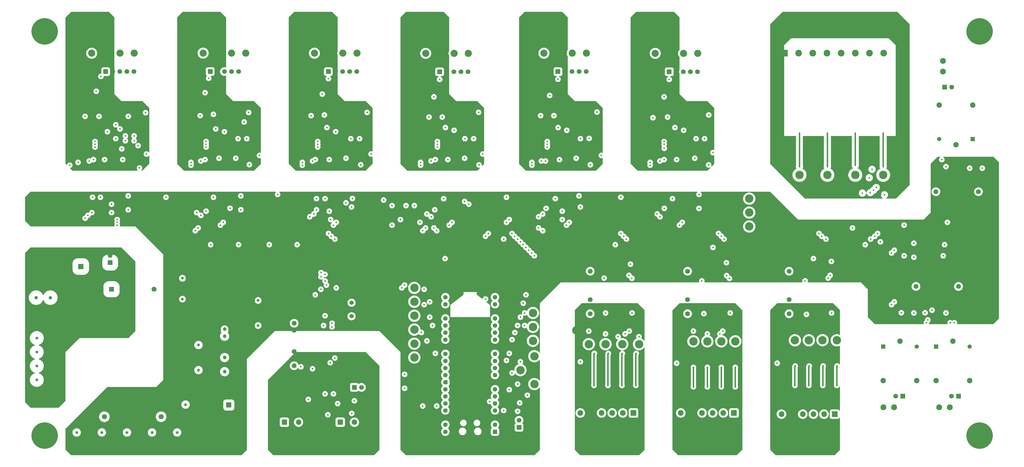
<source format=gbr>
%TF.GenerationSoftware,KiCad,Pcbnew,9.0.1*%
%TF.CreationDate,2025-12-19T01:31:40-08:00*%
%TF.ProjectId,ControlBoard,436f6e74-726f-46c4-926f-6172642e6b69,rev?*%
%TF.SameCoordinates,Original*%
%TF.FileFunction,Copper,L5,Inr*%
%TF.FilePolarity,Positive*%
%FSLAX46Y46*%
G04 Gerber Fmt 4.6, Leading zero omitted, Abs format (unit mm)*
G04 Created by KiCad (PCBNEW 9.0.1) date 2025-12-19 01:31:40*
%MOMM*%
%LPD*%
G01*
G04 APERTURE LIST*
G04 Aperture macros list*
%AMRoundRect*
0 Rectangle with rounded corners*
0 $1 Rounding radius*
0 $2 $3 $4 $5 $6 $7 $8 $9 X,Y pos of 4 corners*
0 Add a 4 corners polygon primitive as box body*
4,1,4,$2,$3,$4,$5,$6,$7,$8,$9,$2,$3,0*
0 Add four circle primitives for the rounded corners*
1,1,$1+$1,$2,$3*
1,1,$1+$1,$4,$5*
1,1,$1+$1,$6,$7*
1,1,$1+$1,$8,$9*
0 Add four rect primitives between the rounded corners*
20,1,$1+$1,$2,$3,$4,$5,0*
20,1,$1+$1,$4,$5,$6,$7,0*
20,1,$1+$1,$6,$7,$8,$9,0*
20,1,$1+$1,$8,$9,$2,$3,0*%
%AMFreePoly0*
4,1,37,0.603843,0.796157,0.639018,0.796157,0.711114,0.766294,0.766294,0.711114,0.796157,0.639018,0.796157,0.603843,0.800000,0.600000,0.800000,-0.600000,0.796157,-0.603843,0.796157,-0.639018,0.766294,-0.711114,0.711114,-0.766294,0.639018,-0.796157,0.603843,-0.796157,0.600000,-0.800000,0.000000,-0.800000,0.000000,-0.796148,-0.078414,-0.796148,-0.232228,-0.765552,-0.377117,-0.705537,
-0.507515,-0.618408,-0.618408,-0.507515,-0.705537,-0.377117,-0.765552,-0.232228,-0.796148,-0.078414,-0.796148,0.078414,-0.765552,0.232228,-0.705537,0.377117,-0.618408,0.507515,-0.507515,0.618408,-0.377117,0.705537,-0.232228,0.765552,-0.078414,0.796148,0.000000,0.796148,0.000000,0.800000,0.600000,0.800000,0.603843,0.796157,0.603843,0.796157,$1*%
%AMFreePoly1*
4,1,37,0.000000,0.796148,0.078414,0.796148,0.232228,0.765552,0.377117,0.705537,0.507515,0.618408,0.618408,0.507515,0.705537,0.377117,0.765552,0.232228,0.796148,0.078414,0.796148,-0.078414,0.765552,-0.232228,0.705537,-0.377117,0.618408,-0.507515,0.507515,-0.618408,0.377117,-0.705537,0.232228,-0.765552,0.078414,-0.796148,0.000000,-0.796148,0.000000,-0.800000,-0.600000,-0.800000,
-0.603843,-0.796157,-0.639018,-0.796157,-0.711114,-0.766294,-0.766294,-0.711114,-0.796157,-0.639018,-0.796157,-0.603843,-0.800000,-0.600000,-0.800000,0.600000,-0.796157,0.603843,-0.796157,0.639018,-0.766294,0.711114,-0.711114,0.766294,-0.639018,0.796157,-0.603843,0.796157,-0.600000,0.800000,0.000000,0.800000,0.000000,0.796148,0.000000,0.796148,$1*%
G04 Aperture macros list end*
%TA.AperFunction,ComponentPad*%
%ADD10C,3.000000*%
%TD*%
%TA.AperFunction,ComponentPad*%
%ADD11RoundRect,0.200000X0.600000X0.600000X-0.600000X0.600000X-0.600000X-0.600000X0.600000X-0.600000X0*%
%TD*%
%TA.AperFunction,ComponentPad*%
%ADD12C,1.600000*%
%TD*%
%TA.AperFunction,ComponentPad*%
%ADD13FreePoly0,180.000000*%
%TD*%
%TA.AperFunction,ComponentPad*%
%ADD14FreePoly1,180.000000*%
%TD*%
%TA.AperFunction,ComponentPad*%
%ADD15C,2.550000*%
%TD*%
%TA.AperFunction,ComponentPad*%
%ADD16R,1.700000X1.700000*%
%TD*%
%TA.AperFunction,ComponentPad*%
%ADD17C,1.700000*%
%TD*%
%TA.AperFunction,ComponentPad*%
%ADD18C,1.500000*%
%TD*%
%TA.AperFunction,ComponentPad*%
%ADD19R,1.950000X1.950000*%
%TD*%
%TA.AperFunction,ComponentPad*%
%ADD20C,1.950000*%
%TD*%
%TA.AperFunction,ComponentPad*%
%ADD21R,2.025000X2.025000*%
%TD*%
%TA.AperFunction,ComponentPad*%
%ADD22C,2.025000*%
%TD*%
%TA.AperFunction,ComponentPad*%
%ADD23C,2.100000*%
%TD*%
%TA.AperFunction,ComponentPad*%
%ADD24C,1.725000*%
%TD*%
%TA.AperFunction,ComponentPad*%
%ADD25C,1.217000*%
%TD*%
%TA.AperFunction,ComponentPad*%
%ADD26R,1.500000X1.500000*%
%TD*%
%TA.AperFunction,ComponentPad*%
%ADD27R,1.800000X1.800000*%
%TD*%
%TA.AperFunction,ComponentPad*%
%ADD28C,1.800000*%
%TD*%
%TA.AperFunction,ComponentPad*%
%ADD29C,9.500000*%
%TD*%
%TA.AperFunction,ComponentPad*%
%ADD30R,2.400000X2.400000*%
%TD*%
%TA.AperFunction,ComponentPad*%
%ADD31C,2.400000*%
%TD*%
%TA.AperFunction,ComponentPad*%
%ADD32R,1.303000X1.303000*%
%TD*%
%TA.AperFunction,ComponentPad*%
%ADD33C,1.303000*%
%TD*%
%TA.AperFunction,ViaPad*%
%ADD34C,0.600000*%
%TD*%
%TA.AperFunction,ViaPad*%
%ADD35C,1.000000*%
%TD*%
%TA.AperFunction,Conductor*%
%ADD36C,0.500000*%
%TD*%
G04 APERTURE END LIST*
D10*
%TO.N,/ADC_1/ADC2_5VFILTER_3/OUT*%
%TO.C,TP9*%
X239500000Y-124675000D03*
%TD*%
%TO.N,/ADC_1/ADC2_5VFILTER_1/OUT*%
%TO.C,TP7*%
X227500000Y-124675000D03*
%TD*%
%TO.N,/GND_A*%
%TO.C,TP39*%
X292500000Y-77500000D03*
%TD*%
%TO.N,/Control/GATE_DRIVER_RESET_A*%
%TO.C,TP38*%
X285000000Y-72500000D03*
%TD*%
%TO.N,/Control/GATE_DRIVER_READY_A*%
%TO.C,TP37*%
X285000000Y-77500000D03*
%TD*%
%TO.N,/Control/GATE_DRIVER_FAULT_A*%
%TO.C,TP36*%
X285000000Y-82500000D03*
%TD*%
D11*
%TO.N,Net-(A1-GPIO0)*%
%TO.C,A1*%
X193890000Y-156092500D03*
D12*
%TO.N,Net-(A1-GPIO1)*%
X193890000Y-153552500D03*
D13*
%TO.N,/GND_A*%
X193890000Y-151012500D03*
D12*
%TO.N,/SPI1_SCK_A*%
X193890000Y-148472500D03*
%TO.N,/SPI1_TX_A*%
X193890000Y-145932500D03*
%TO.N,/SPI1_RX_A*%
X193890000Y-143392500D03*
%TO.N,/RELAY_1_A*%
X193890000Y-140852500D03*
D13*
%TO.N,/GND_A*%
X193890000Y-138312500D03*
D12*
%TO.N,/RELAY_2_A*%
X193890000Y-135772500D03*
%TO.N,/RELAY_3_A*%
X193890000Y-133232500D03*
%TO.N,/Control/GATE_DRIVER_READY_A*%
X193890000Y-130692500D03*
%TO.N,/Control/GATE_DRIVER_RESET_A*%
X193890000Y-128152500D03*
D13*
%TO.N,/GND_A*%
X193890000Y-125612500D03*
D12*
%TO.N,/SPI2_SCK_A*%
X193890000Y-123072500D03*
%TO.N,/SPI2_TX_A*%
X193890000Y-120532500D03*
%TO.N,/SPI2_RX_A*%
X193890000Y-117992500D03*
%TO.N,/SPI2_ADC1_CS_A*%
X193890000Y-115452500D03*
D13*
%TO.N,/GND_A*%
X193890000Y-112912500D03*
D12*
%TO.N,/SPI2_ADC2_CS_A*%
X193890000Y-110372500D03*
%TO.N,/SPI2_ADC3_CS_A*%
X193890000Y-107832500D03*
%TO.N,/SPI2_ADC4_CS_A*%
X176110000Y-107832500D03*
%TO.N,/Control/PH_U_L_A*%
X176110000Y-110372500D03*
D14*
%TO.N,/GND_A*%
X176110000Y-112912500D03*
D12*
%TO.N,/Control/PH_V_L_A*%
X176110000Y-115452500D03*
%TO.N,/Control/PH_W_L_A*%
X176110000Y-117992500D03*
%TO.N,/Control/PH_U_H_A*%
X176110000Y-120532500D03*
%TO.N,/Control/PH_V_H_A*%
X176110000Y-123072500D03*
D14*
%TO.N,/GND_A*%
X176110000Y-125612500D03*
D12*
%TO.N,/Control/PH_W_H_A*%
X176110000Y-128152500D03*
%TO.N,unconnected-(A1-RUN-Pad30)_1*%
X176110000Y-130692500D03*
%TO.N,/Control/GATE_DRIVER_FAULT_A*%
X176110000Y-133232500D03*
%TO.N,/SPI1_CAN_CS_A*%
X176110000Y-135772500D03*
D14*
%TO.N,Net-(A1-AGND)*%
X176110000Y-138312500D03*
D12*
%TO.N,/SPI1_CAN_INT_A*%
X176110000Y-140852500D03*
%TO.N,unconnected-(A1-ADC_VREF-Pad35)_1*%
X176110000Y-143392500D03*
%TO.N,/+3.3V_A*%
X176110000Y-145932500D03*
%TO.N,unconnected-(A1-3V3_EN-Pad37)*%
X176110000Y-148472500D03*
D14*
%TO.N,/GND_A*%
X176110000Y-151012500D03*
D12*
%TO.N,unconnected-(A1-VSYS-Pad39)*%
X176110000Y-153552500D03*
%TO.N,unconnected-(A1-VBUS-Pad40)*%
X176110000Y-156092500D03*
%TD*%
D15*
%TO.N,/Connectors/PH_W_H_G*%
%TO.C,J20*%
X251320000Y-20400000D03*
%TO.N,/GateDriverAssembly/GateDriver_PH_W_H/GND_B*%
X256400000Y-20400000D03*
%TO.N,unconnected-(J20-Pad3)*%
X261480000Y-20400000D03*
%TO.N,/Connectors/PH_W_H_C*%
X266560000Y-20400000D03*
%TD*%
D16*
%TO.N,/Connectors/PH_W_H_G*%
%TO.C,J17*%
X256320000Y-27012500D03*
D17*
%TO.N,/GateDriverAssembly/GateDriver_PH_W_H/GND_B*%
X258860000Y-27012500D03*
%TO.N,unconnected-(J17-Pin_3-Pad3)*%
X261400000Y-27012500D03*
%TO.N,unconnected-(J17-Pin_4-Pad4)*%
X263940000Y-27012500D03*
%TO.N,/Connectors/PH_W_H_C*%
X266480000Y-27012500D03*
%TD*%
D15*
%TO.N,/Connectors/PH_W_L_C*%
%TO.C,J14*%
X226680000Y-20350000D03*
%TO.N,unconnected-(J14-Pad3)*%
X221600000Y-20350000D03*
%TO.N,/GateDriverAssembly/GateDriver_PH_W_L/GND_B*%
X216520000Y-20350000D03*
%TO.N,/Connectors/PH_W_L_G*%
X211440000Y-20350000D03*
%TD*%
D17*
%TO.N,/Connectors/PH_W_L_C*%
%TO.C,J9*%
X226600000Y-26962500D03*
%TO.N,unconnected-(J9-Pin_4-Pad4)*%
X224060000Y-26962500D03*
%TO.N,unconnected-(J9-Pin_3-Pad3)*%
X221520000Y-26962500D03*
%TO.N,/GateDriverAssembly/GateDriver_PH_W_L/GND_B*%
X218980000Y-26962500D03*
D16*
%TO.N,/Connectors/PH_W_L_G*%
X216440000Y-26962500D03*
%TD*%
D15*
%TO.N,/Connectors/PH_V_H_G*%
%TO.C,J19*%
X169060000Y-20400000D03*
%TO.N,/GateDriverAssembly/GateDriver_PH_V_H/GND_B*%
X174140000Y-20400000D03*
%TO.N,unconnected-(J19-Pad3)*%
X179220000Y-20400000D03*
%TO.N,/Connectors/PH_V_H_C*%
X184300000Y-20400000D03*
%TD*%
D16*
%TO.N,/Connectors/PH_V_H_G*%
%TO.C,J16*%
X174060000Y-27012500D03*
D17*
%TO.N,/GateDriverAssembly/GateDriver_PH_V_H/GND_B*%
X176600000Y-27012500D03*
%TO.N,unconnected-(J16-Pin_3-Pad3)*%
X179140000Y-27012500D03*
%TO.N,unconnected-(J16-Pin_4-Pad4)*%
X181680000Y-27012500D03*
%TO.N,/Connectors/PH_V_H_C*%
X184220000Y-27012500D03*
%TD*%
D15*
%TO.N,/Connectors/PH_V_L_G*%
%TO.C,J13*%
X129180000Y-20350000D03*
%TO.N,/GateDriverAssembly/GateDriver_PH_V_L/GND_B*%
X134260000Y-20350000D03*
%TO.N,unconnected-(J13-Pad3)*%
X139340000Y-20350000D03*
%TO.N,/Connectors/PH_V_L_C*%
X144420000Y-20350000D03*
%TD*%
D16*
%TO.N,/Connectors/PH_V_L_G*%
%TO.C,J8*%
X134180000Y-26962500D03*
D17*
%TO.N,/GateDriverAssembly/GateDriver_PH_V_L/GND_B*%
X136720000Y-26962500D03*
%TO.N,unconnected-(J8-Pin_3-Pad3)*%
X139260000Y-26962500D03*
%TO.N,unconnected-(J8-Pin_4-Pad4)*%
X141800000Y-26962500D03*
%TO.N,/Connectors/PH_V_L_C*%
X144340000Y-26962500D03*
%TD*%
D15*
%TO.N,/Connectors/PH_U_H_C*%
%TO.C,J18*%
X104540000Y-20300000D03*
%TO.N,unconnected-(J18-Pad3)*%
X99460000Y-20300000D03*
%TO.N,/GateDriverAssembly/GateDriver_PH_U_H/GND_B*%
X94380000Y-20300000D03*
%TO.N,/Connectors/PH_U_H_G*%
X89300000Y-20300000D03*
%TD*%
D16*
%TO.N,/Connectors/PH_U_H_G*%
%TO.C,J15*%
X91840000Y-26912500D03*
D17*
%TO.N,/GateDriverAssembly/GateDriver_PH_U_H/GND_B*%
X94380000Y-26912500D03*
%TO.N,unconnected-(J15-Pin_3-Pad3)*%
X96920000Y-26912500D03*
%TO.N,unconnected-(J15-Pin_4-Pad4)*%
X99460000Y-26912500D03*
%TO.N,/Connectors/PH_U_H_C*%
X102000000Y-26912500D03*
%TD*%
D18*
%TO.N,Net-(IC5-OSC2)*%
%TO.C,Y1*%
X142500000Y-109795000D03*
%TO.N,Net-(IC5-OSC1)*%
X142500000Y-114675000D03*
%TD*%
D10*
%TO.N,/SPI1_TX_A*%
%TO.C,TP26*%
X203000000Y-134000000D03*
%TD*%
%TO.N,/ADC_2/ADC4_5VFILTER_1/OUT*%
%TO.C,TP14*%
X316367500Y-123286250D03*
%TD*%
%TO.N,/Control/PH_W_L_A*%
%TO.C,TP32*%
X165000000Y-114500000D03*
%TD*%
D19*
%TO.N,/Connectors/+VIN_Z*%
%TO.C,J22*%
X45450000Y-96855000D03*
D20*
%TO.N,/Connectors/VIN_GND*%
X45450000Y-91855000D03*
%TD*%
D19*
%TO.N,/+12V_A*%
%TO.C,J27*%
X98500000Y-146500000D03*
D20*
%TO.N,/GND_A*%
X93500000Y-146500000D03*
%TD*%
D21*
%TO.N,/ISENSE_PH_W_Y*%
%TO.C,J24*%
X243525000Y-149356250D03*
D22*
%TO.N,/ISENSE_PH_V_Y*%
X239715000Y-149356250D03*
%TO.N,/ISENSE_PH_U_Y*%
X235905000Y-149356250D03*
%TO.N,/ISENSE_DC_LINK_Y*%
X232095000Y-149356250D03*
%TO.N,/ISENSE_GND_Y*%
X228285000Y-149356250D03*
%TO.N,/+5V_Y*%
X224475000Y-149356250D03*
%TD*%
D10*
%TO.N,/Control/PH_V_L_A*%
%TO.C,TP31*%
X165000000Y-109462500D03*
%TD*%
%TO.N,/ADC_1/VoltageSenseInputStage3/LV_OUT*%
%TO.C,TP4*%
X303000000Y-64000000D03*
%TD*%
D23*
%TO.N,/RELAY1_COM*%
%TO.C,J6*%
X336905000Y-147285000D03*
%TO.N,/RELAY1_NO*%
X333095000Y-147285000D03*
%TD*%
D10*
%TO.N,/SPI2_TX_A*%
%TO.C,TP22*%
X207500000Y-118500000D03*
%TD*%
%TO.N,/Control/PH_U_L_A*%
%TO.C,TP30*%
X165000000Y-104500000D03*
%TD*%
%TO.N,/ADC_2/ADC4_5VFILTER_4/OUT*%
%TO.C,TP20*%
X301367500Y-123286250D03*
%TD*%
D24*
%TO.N,/+12V_A*%
%TO.C,PS1*%
X228000000Y-98515000D03*
%TO.N,/GND_A*%
X228000000Y-101055000D03*
%TO.N,/ISENSE_GND_Y*%
X228000000Y-108675000D03*
%TO.N,/+5V_Y*%
X228000000Y-113755000D03*
%TD*%
D10*
%TO.N,/SPI2_SCK_A*%
%TO.C,TP21*%
X207500000Y-123500000D03*
%TD*%
D25*
%TO.N,/Connectors/+VIN_Z*%
%TO.C,F1*%
X34550000Y-108000000D03*
%TO.N,Net-(D3-A)*%
X29450000Y-108000000D03*
%TD*%
D26*
%TO.N,Net-(IC13-C2{slash}A2)*%
%TO.C,K1*%
X333000000Y-125590000D03*
D20*
%TO.N,/RELAY1_NO*%
X333000000Y-137790000D03*
%TO.N,unconnected-(K1-NC-Pad3)*%
X345000000Y-137790000D03*
D18*
%TO.N,/OutputRelays/+5V_A_INT_2*%
X345000000Y-125590000D03*
D20*
%TO.N,/RELAY1_COM*%
X339000000Y-123590000D03*
%TD*%
D10*
%TO.N,/ADC_1/ADC2_5VFILTER_2/OUT*%
%TO.C,TP8*%
X233500000Y-124675000D03*
%TD*%
D16*
%TO.N,Net-(JP1-A)*%
%TO.C,JP1*%
X143500000Y-140175000D03*
D17*
%TO.N,/CAN/CAN_H_B*%
X146040000Y-140175000D03*
%TD*%
D10*
%TO.N,/Control/PH_U_H_A*%
%TO.C,TP33*%
X165000000Y-119462500D03*
%TD*%
D24*
%TO.N,/+12V_A*%
%TO.C,PS13*%
X351887500Y-70000000D03*
%TO.N,/GND_A*%
X354427500Y-70000000D03*
X362047500Y-70000000D03*
%TO.N,/OutputRelays/+5V_A_INT*%
X367127500Y-70000000D03*
%TD*%
D10*
%TO.N,/GND_A*%
%TO.C,TP24*%
X209000000Y-105000000D03*
%TD*%
D27*
%TO.N,Net-(C140-+)*%
%TO.C,PS7*%
X56460000Y-105000000D03*
D28*
%TO.N,/Connectors/VIN_GND*%
X61540000Y-105000000D03*
%TO.N,unconnected-(PS7-CONTROL-Pad4)*%
X71700000Y-105000000D03*
%TO.N,/+12V_A*%
X53920000Y-150720000D03*
%TO.N,/GND_A*%
X64080000Y-150720000D03*
%TO.N,unconnected-(PS7-TRIM-Pad8)*%
X74240000Y-150720000D03*
%TD*%
D10*
%TO.N,/ADC_2/ADC4_5VFILTER_3/OUT*%
%TO.C,TP18*%
X306367500Y-123286250D03*
%TD*%
D24*
%TO.N,/+12V_A*%
%TO.C,PS14*%
X344760000Y-104000000D03*
%TO.N,/GND_A*%
X347300000Y-104000000D03*
X354920000Y-104000000D03*
%TO.N,/OutputRelays/+5V_A_INT_2*%
X360000000Y-104000000D03*
%TD*%
%TO.N,/+12V_A*%
%TO.C,PS4*%
X121915000Y-117175000D03*
%TO.N,/GND_A*%
X121915000Y-119715000D03*
%TO.N,/CAN/CAN_GND*%
X121915000Y-127335000D03*
%TO.N,/CAN/CAN_ISO_5V*%
X121915000Y-132415000D03*
%TD*%
D10*
%TO.N,/Control/PH_W_H_A*%
%TO.C,TP35*%
X165000000Y-129462500D03*
%TD*%
%TO.N,/ADC_1/VoltageSenseInputStage/LV_OUT*%
%TO.C,TP3*%
X333000000Y-64000000D03*
%TD*%
%TO.N,/ADC_1/VoltageSenseInputStage2/LV_OUT*%
%TO.C,TP6*%
X313000000Y-64000000D03*
%TD*%
D23*
%TO.N,/RELAY2_COM*%
%TO.C,J4*%
X356905000Y-147285000D03*
%TO.N,/RELAY2_NO*%
X353095000Y-147285000D03*
%TD*%
D10*
%TO.N,/ADC_2/ADC3_5VFILTER_3/OUT*%
%TO.C,TP17*%
X270000000Y-123675000D03*
%TD*%
D26*
%TO.N,Net-(IC13-C1{slash}A1)*%
%TO.C,K2*%
X352000000Y-125590000D03*
D20*
%TO.N,/RELAY2_NO*%
X352000000Y-137790000D03*
%TO.N,unconnected-(K2-NC-Pad3)*%
X364000000Y-137790000D03*
D18*
%TO.N,/OutputRelays/+5V_A_INT_2*%
X364000000Y-125590000D03*
D20*
%TO.N,/RELAY2_COM*%
X358000000Y-123590000D03*
%TD*%
D10*
%TO.N,/SPI2_RX_A*%
%TO.C,TP23*%
X207500000Y-113500000D03*
%TD*%
%TO.N,/ADC_2/ADC3_5VFILTER_2/OUT*%
%TO.C,TP15*%
X265000000Y-123675000D03*
%TD*%
D23*
%TO.N,/RELAY3_COM*%
%TO.C,J5*%
X354450000Y-23095000D03*
%TO.N,/RELAY3_NO*%
X354450000Y-26905000D03*
%TD*%
D29*
%TO.N,unconnected-(H3-Pad1)*%
%TO.C,H3*%
X32500000Y-157500000D03*
%TD*%
D10*
%TO.N,/ADC_2/ADC4_5VFILTER_2/OUT*%
%TO.C,TP16*%
X311250000Y-123250000D03*
%TD*%
%TO.N,/ADC_2/ADC3_5VFILTER_4/OUT*%
%TO.C,TP19*%
X275000000Y-123675000D03*
%TD*%
%TO.N,/ISENSE_GND_Y*%
%TO.C,TP2*%
X223000000Y-119675000D03*
%TD*%
D29*
%TO.N,unconnected-(H1-Pad1)*%
%TO.C,H1*%
X32500000Y-12500000D03*
%TD*%
%TO.N,unconnected-(H4-Pad1)*%
%TO.C,H4*%
X367500000Y-157500000D03*
%TD*%
D10*
%TO.N,/ADC_1/ADC2_5VFILTER_4/OUT*%
%TO.C,TP10*%
X245500000Y-124675000D03*
%TD*%
%TO.N,/GND_W*%
%TO.C,TP11*%
X259000000Y-119675000D03*
%TD*%
%TO.N,/GND_A*%
%TO.C,TP28*%
X206000000Y-146000000D03*
%TD*%
D29*
%TO.N,unconnected-(H2-Pad1)*%
%TO.C,H2*%
X367500000Y-12500000D03*
%TD*%
D10*
%TO.N,/SPI1_SCK_A*%
%TO.C,TP25*%
X208000000Y-139000000D03*
%TD*%
D19*
%TO.N,/CAN/CAN_L_B*%
%TO.C,J10*%
X118420000Y-152675000D03*
D20*
%TO.N,/CAN/CAN_H_B*%
X123500000Y-152675000D03*
%TO.N,/CAN/CAN_GND*%
X128580000Y-152675000D03*
%TD*%
D10*
%TO.N,/GND_A*%
%TO.C,TP29*%
X165000000Y-96962500D03*
%TD*%
D30*
%TO.N,/GND_U*%
%TO.C,J25*%
X297600000Y-20350000D03*
D31*
%TO.N,/PH_W_VSENSE_U*%
X302680000Y-20350000D03*
%TO.N,/GND_U*%
X307760000Y-20350000D03*
%TO.N,/PH_V_VSENSE_U*%
X312840000Y-20350000D03*
%TO.N,/GND_U*%
X317920000Y-20350000D03*
%TO.N,/PH_U_VSENSE_U*%
X323000000Y-20350000D03*
%TO.N,/GND_U*%
X328080000Y-20350000D03*
%TO.N,/DC_LINK_VSENSE_U*%
X333160000Y-20350000D03*
%TD*%
D10*
%TO.N,/GND_V*%
%TO.C,TP12*%
X295000000Y-120000000D03*
%TD*%
%TO.N,/ADC_2/ADC3_5VFILTER_1/OUT*%
%TO.C,TP13*%
X280000000Y-123675000D03*
%TD*%
D21*
%TO.N,/MTR_TMP_W*%
%TO.C,J26*%
X279525000Y-149356250D03*
D22*
%TO.N,/HALL_PH_W_W*%
X275715000Y-149356250D03*
%TO.N,/HALL_PH_V_W*%
X271905000Y-149356250D03*
%TO.N,/HALL_PH_U_W*%
X268095000Y-149356250D03*
%TO.N,/GND_W*%
X264285000Y-149356250D03*
%TO.N,/+5V_W*%
X260475000Y-149356250D03*
%TD*%
D10*
%TO.N,/ADC_1/VoltageSenseInputStage1/LV_OUT*%
%TO.C,TP5*%
X323000000Y-64000000D03*
%TD*%
%TO.N,/Control/PH_V_H_A*%
%TO.C,TP34*%
X165000000Y-124500000D03*
%TD*%
D24*
%TO.N,/+12V_A*%
%TO.C,PS2*%
X262915000Y-98515000D03*
%TO.N,/GND_A*%
X262915000Y-101055000D03*
%TO.N,/GND_W*%
X262915000Y-108675000D03*
%TO.N,/+5V_W*%
X262915000Y-113755000D03*
%TD*%
D26*
%TO.N,Net-(IC14-C2{slash}A2)*%
%TO.C,K3*%
X365085000Y-51150000D03*
D20*
%TO.N,/RELAY3_NO*%
X365085000Y-38950000D03*
%TO.N,unconnected-(K3-NC-Pad3)*%
X353085000Y-38950000D03*
D18*
%TO.N,/OutputRelays/+5V_A_INT*%
X353085000Y-51150000D03*
D20*
%TO.N,/RELAY3_COM*%
X359085000Y-53150000D03*
%TD*%
D19*
%TO.N,/CAN/CAN_L_B*%
%TO.C,J11*%
X138420000Y-152675000D03*
D20*
%TO.N,/CAN/CAN_H_B*%
X143500000Y-152675000D03*
%TO.N,/CAN/CAN_GND*%
X148580000Y-152675000D03*
%TD*%
D10*
%TO.N,/GND_U*%
%TO.C,TP1*%
X339000000Y-50000000D03*
%TD*%
%TO.N,/SPI1_RX_A*%
%TO.C,TP27*%
X208000000Y-129000000D03*
%TD*%
D24*
%TO.N,/+12V_A*%
%TO.C,PS3*%
X299282500Y-98515000D03*
%TO.N,/GND_A*%
X299282500Y-101055000D03*
%TO.N,/GND_V*%
X299282500Y-108675000D03*
%TO.N,/+5V_V*%
X299282500Y-113755000D03*
%TD*%
D21*
%TO.N,/HEATSINK_TMP_V*%
%TO.C,J28*%
X315607500Y-149786250D03*
D22*
%TO.N,/THROTTLE_V*%
X311797500Y-149786250D03*
%TO.N,/REGEN_THROTTLE_V*%
X307987500Y-149786250D03*
%TO.N,/SPARE_V*%
X304177500Y-149786250D03*
%TO.N,/GND_V*%
X300367500Y-149786250D03*
%TO.N,/+5V_V*%
X296557500Y-149786250D03*
%TD*%
D16*
%TO.N,Net-(A1-GPIO0)*%
%TO.C,J29*%
X202500000Y-154502500D03*
D17*
%TO.N,Net-(A1-GPIO1)*%
X202500000Y-151962500D03*
%TD*%
D32*
%TO.N,/GND_A*%
%TO.C,PS6*%
X97000000Y-116760000D03*
D33*
%TO.N,/+12V_A*%
X97000000Y-119300000D03*
%TO.N,unconnected-(PS6-CTRL-CONTROL_INPUT_CAN_(CAN_BE_LEFT_OPEN)-Pad3)*%
X97000000Y-121840000D03*
%TO.N,/+3.3V_A*%
X97000000Y-129460000D03*
%TO.N,/GND_A*%
X97000000Y-132000000D03*
%TO.N,unconnected-(PS6-NC-Pad8)*%
X97000000Y-134540000D03*
%TD*%
D16*
%TO.N,/Connectors/PH_U_L_G*%
%TO.C,J7*%
X54380000Y-26962500D03*
D17*
%TO.N,/GateDriverAssembly/GateDriver_PH_U_L/GND_B*%
X56920000Y-26962500D03*
%TO.N,unconnected-(J7-Pin_3-Pad3)*%
X59460000Y-26962500D03*
%TO.N,unconnected-(J7-Pin_4-Pad4)*%
X62000000Y-26962500D03*
%TO.N,/Connectors/PH_U_L_C*%
X64540000Y-26962500D03*
%TD*%
D16*
%TO.N,/RELAY3_COM*%
%TO.C,J2*%
X355000000Y-32500000D03*
D17*
%TO.N,/RELAY3_NO*%
X357540000Y-32500000D03*
%TD*%
D16*
%TO.N,/RELAY1_COM*%
%TO.C,J3*%
X340000000Y-143335000D03*
D17*
%TO.N,/RELAY1_NO*%
X337460000Y-143335000D03*
%TD*%
D16*
%TO.N,/RELAY2_COM*%
%TO.C,J1*%
X360000000Y-143335000D03*
D17*
%TO.N,/RELAY2_NO*%
X357460000Y-143335000D03*
%TD*%
D16*
%TO.N,/Connectors/+VIN_Z*%
%TO.C,J21*%
X56000000Y-95455000D03*
D17*
%TO.N,/Connectors/VIN_GND*%
X56000000Y-92915000D03*
%TD*%
D15*
%TO.N,/Connectors/PH_U_L_G*%
%TO.C,J12*%
X49380000Y-20350000D03*
%TO.N,/GateDriverAssembly/GateDriver_PH_U_L/GND_B*%
X54460000Y-20350000D03*
%TO.N,unconnected-(J12-Pad3)*%
X59540000Y-20350000D03*
%TO.N,/Connectors/PH_U_L_C*%
X64620000Y-20350000D03*
%TD*%
D34*
%TO.N,/GND_A*%
X279000000Y-83000000D03*
X249000000Y-83000000D03*
X268000000Y-83000000D03*
X225000000Y-83454031D03*
X208000000Y-134000000D03*
X205000000Y-160000000D03*
X165000000Y-160000000D03*
X185000000Y-140000000D03*
X185000000Y-120000000D03*
X290000000Y-80000000D03*
X290000000Y-75000000D03*
X300000000Y-80000000D03*
X335000000Y-85000000D03*
X355000000Y-65000000D03*
X370000000Y-65000000D03*
X370000000Y-90000000D03*
X370000000Y-100000000D03*
X370000000Y-110000000D03*
X350000000Y-105000000D03*
X340000000Y-105000000D03*
X340000000Y-100000000D03*
X330000000Y-110000000D03*
X330000000Y-100000000D03*
X325000000Y-100000000D03*
X295000000Y-100000000D03*
X285000000Y-100000000D03*
X260000000Y-100000000D03*
X250000000Y-100000000D03*
X225000000Y-100000000D03*
X215000000Y-100000000D03*
X195000000Y-100000000D03*
X195000000Y-90000000D03*
X185000000Y-100000000D03*
X185000000Y-90000000D03*
X165000000Y-90000000D03*
X155000000Y-90000000D03*
X155000000Y-100000000D03*
X145000000Y-100000000D03*
X145000000Y-90000000D03*
X130000000Y-90000000D03*
X125000000Y-100000000D03*
X110000000Y-100000000D03*
X100000000Y-100000000D03*
X80000000Y-95000000D03*
X75000000Y-85000000D03*
X40000000Y-75000000D03*
X30000000Y-75000000D03*
X27500000Y-80000000D03*
X27500000Y-72500000D03*
%TO.N,/GateDriverAssembly/GateDriver_PH_W_H/GND_B*%
X258000000Y-40000000D03*
X261000000Y-38000000D03*
X271000000Y-45000000D03*
X272000000Y-47000000D03*
X271000000Y-51000000D03*
X271000000Y-54000000D03*
X262000000Y-55000000D03*
X263000000Y-53000000D03*
X264000000Y-50000000D03*
X264000000Y-47000000D03*
X245000000Y-45000000D03*
X245000000Y-42500000D03*
X245000000Y-40000000D03*
X245000000Y-32500000D03*
X245000000Y-37500000D03*
X245000000Y-35000000D03*
X245000000Y-30000000D03*
X245000000Y-27500000D03*
X245000000Y-25000000D03*
X245000000Y-22500000D03*
X245000000Y-20000000D03*
X245000000Y-15000000D03*
X245000000Y-17500000D03*
X245000000Y-12500000D03*
X245000000Y-10000000D03*
X257500000Y-17500000D03*
X257500000Y-15000000D03*
X257500000Y-12500000D03*
X257500000Y-10000000D03*
X257500000Y-7500000D03*
X255000000Y-7500000D03*
X252500000Y-7500000D03*
X247500000Y-7500000D03*
X250000000Y-7500000D03*
X250000000Y-7500000D03*
X245000000Y-7500000D03*
%TO.N,/GateDriverAssembly/GateDriver_PH_U_L/GND_B*%
X57500000Y-37500000D03*
X55000000Y-40000000D03*
%TO.N,/GateDriverAssembly/GateDriver_PH_U_H/GND_B*%
X95000000Y-37500000D03*
%TO.N,/GateDriverAssembly/GateDriver_PH_V_L/GND_B*%
X135000000Y-40000000D03*
%TO.N,/GateDriverAssembly/GateDriver_PH_V_H/GND_B*%
X177500000Y-37500000D03*
%TO.N,/GateDriverAssembly/GateDriver_PH_W_L/GND_B*%
X217500000Y-40000000D03*
X220000000Y-55000000D03*
X222500000Y-52500000D03*
X222500000Y-50000000D03*
X222500000Y-47500000D03*
X230000000Y-55000000D03*
X230000000Y-52500000D03*
X230000000Y-50000000D03*
X230000000Y-47500000D03*
X230000000Y-45000000D03*
X205000000Y-47500000D03*
X205000000Y-45000000D03*
X205000000Y-40000000D03*
X205000000Y-42500000D03*
X205000000Y-37500000D03*
X205000000Y-35000000D03*
X205000000Y-32500000D03*
X205000000Y-30000000D03*
X205000000Y-27500000D03*
X205000000Y-22500000D03*
X205000000Y-25000000D03*
X205000000Y-20000000D03*
X205000000Y-17500000D03*
X205000000Y-15000000D03*
X205000000Y-12500000D03*
X205000000Y-10000000D03*
X217500000Y-17500000D03*
X217500000Y-15000000D03*
X217500000Y-12500000D03*
X217500000Y-10000000D03*
X217500000Y-7500000D03*
X215000000Y-7500000D03*
X212500000Y-7500000D03*
X210000000Y-7500000D03*
X207500000Y-7500000D03*
X205000000Y-7500000D03*
%TO.N,/GateDriverAssembly/GateDriver_PH_V_H/GND_B*%
X182000000Y-45000000D03*
X189000000Y-48000000D03*
X188000000Y-54000000D03*
X180000000Y-55000000D03*
X181000000Y-51000000D03*
X181000000Y-48000000D03*
X187500000Y-50000000D03*
X187500000Y-45000000D03*
X162500000Y-47500000D03*
X162500000Y-45000000D03*
X162500000Y-42500000D03*
X162500000Y-40000000D03*
X162500000Y-35000000D03*
X162500000Y-37500000D03*
X162500000Y-32500000D03*
X162500000Y-30000000D03*
X162500000Y-27500000D03*
X162500000Y-25000000D03*
X162500000Y-22500000D03*
X162500000Y-20000000D03*
X162500000Y-17500000D03*
X162500000Y-15000000D03*
X162500000Y-12500000D03*
X162500000Y-10000000D03*
X175000000Y-17500000D03*
X175000000Y-15000000D03*
X175000000Y-12500000D03*
X175000000Y-10000000D03*
X175000000Y-7500000D03*
X172500000Y-7500000D03*
X170000000Y-7500000D03*
X167500000Y-7500000D03*
X165000000Y-7500000D03*
X162346478Y-7577075D03*
%TO.N,/GateDriverAssembly/GateDriver_PH_V_L/GND_B*%
X137500000Y-55000000D03*
X140000000Y-52500000D03*
X140000000Y-50000000D03*
X140000000Y-47500000D03*
X147500000Y-55000000D03*
X147500000Y-52500000D03*
X147500000Y-50000000D03*
X147500000Y-47500000D03*
X147500000Y-45000000D03*
X122500000Y-47500000D03*
X122500000Y-45000000D03*
X122500000Y-42500000D03*
X122500000Y-40000000D03*
X122500000Y-37500000D03*
X122500000Y-35000000D03*
X122500000Y-32500000D03*
X122500000Y-30000000D03*
X122500000Y-27500000D03*
X122500000Y-22500000D03*
X122500000Y-25000000D03*
X122500000Y-20000000D03*
X122500000Y-17500000D03*
X122500000Y-15000000D03*
X122500000Y-12500000D03*
X122500000Y-10000000D03*
X135000000Y-17500000D03*
X135000000Y-15000000D03*
X135000000Y-12500000D03*
X135000000Y-10000000D03*
X135000000Y-7500000D03*
X132500000Y-7500000D03*
X127500000Y-7500000D03*
X130000000Y-7500000D03*
X125000000Y-7500000D03*
X122500000Y-7500000D03*
%TO.N,/GateDriverAssembly/GateDriver_PH_U_L/GND_B*%
X67500000Y-45000000D03*
X67500000Y-52500000D03*
X67500000Y-50000000D03*
X60000000Y-52500000D03*
X57500000Y-47500000D03*
X60000000Y-45000000D03*
X67500000Y-47500000D03*
X42500000Y-47500000D03*
X42500000Y-42500000D03*
X42500000Y-40000000D03*
X42500000Y-37500000D03*
X42500000Y-35000000D03*
X42500000Y-30000000D03*
X42500000Y-27500000D03*
X42500000Y-25000000D03*
X42500000Y-20000000D03*
X42500000Y-17500000D03*
X42500000Y-15000000D03*
X42500000Y-10000000D03*
X42500000Y-7500000D03*
X55000000Y-17500000D03*
X55000000Y-15000000D03*
X55000000Y-12500000D03*
X55000000Y-10000000D03*
X55000000Y-7500000D03*
X52500000Y-7500000D03*
X50000000Y-7500000D03*
X47500000Y-7500000D03*
X45000000Y-7500000D03*
X42500000Y-12500000D03*
X42500000Y-22500000D03*
X42500000Y-32500000D03*
X42500000Y-45000000D03*
%TO.N,Net-(IC8-DESAT)*%
X54000000Y-58500000D03*
%TO.N,Net-(D4-A)*%
X52000000Y-43000000D03*
%TO.N,Net-(D4-K)*%
X47000000Y-43000000D03*
%TO.N,Net-(FB2-Pad2)*%
X51000000Y-34000000D03*
%TO.N,/Connectors/PH_U_L_G*%
X52671250Y-28671250D03*
%TO.N,/+12V_A*%
X239000000Y-72000000D03*
X198000000Y-72000000D03*
X154000000Y-73000000D03*
X116000000Y-71000000D03*
X76000000Y-72000000D03*
%TO.N,/+3.3V_A*%
X305000000Y-102000000D03*
X268000000Y-102000000D03*
X233000000Y-101000000D03*
%TO.N,/+12V_A*%
X123000000Y-89000000D03*
X113000000Y-89000000D03*
X102000000Y-89000000D03*
X92000000Y-89000000D03*
%TO.N,Net-(D10-K)*%
X250500000Y-43500000D03*
%TO.N,Net-(D10-A)*%
X255750000Y-43250000D03*
%TO.N,Net-(D12-K)*%
X210250000Y-42750000D03*
%TO.N,Net-(D12-A)*%
X215000000Y-42750000D03*
%TO.N,Net-(D6-A)*%
X175000000Y-43250000D03*
%TO.N,Net-(D6-K)*%
X170250000Y-43250000D03*
%TO.N,Net-(D8-K)*%
X128000000Y-42750000D03*
%TO.N,Net-(D8-A)*%
X132750000Y-42500000D03*
%TO.N,Net-(D1-A)*%
X93000000Y-42250000D03*
%TO.N,Net-(D1-K)*%
X88250000Y-42750000D03*
%TO.N,/GateDriverAssembly/GateDriver_PH_U_L/+15V_B*%
X64562500Y-51750000D03*
X64562500Y-50000000D03*
%TO.N,/GateDriverAssembly/GateDriver_PH_U_L/-9V_B*%
X61437500Y-51750000D03*
X61437500Y-50000000D03*
%TO.N,/GND_W*%
X281500000Y-112500000D03*
X281250000Y-119250000D03*
%TO.N,/ISENSE_GND_Y*%
X246500000Y-119500000D03*
X246250000Y-112750000D03*
X236750000Y-110250000D03*
%TO.N,/GND_W*%
X271750000Y-110250000D03*
%TO.N,/GND_V*%
X308250000Y-110250000D03*
X316500000Y-119500000D03*
X316250000Y-112250000D03*
%TO.N,/GND_U*%
X332175000Y-71000000D03*
%TO.N,Net-(IC2-REF)*%
X333445000Y-71117500D03*
%TO.N,Net-(IC2-VDDF)*%
X325562500Y-70500000D03*
%TO.N,/GateDriverAssembly/GateDriver_PH_W_H/+15V_B*%
X258377500Y-47000000D03*
%TO.N,/GateDriverAssembly/GateDriver_PH_W_H/-9V_B*%
X261502500Y-48000000D03*
%TO.N,/GateDriverAssembly/GateDriver_PH_W_L/+15V_B*%
X216497500Y-47000000D03*
%TO.N,/GateDriverAssembly/GateDriver_PH_W_L/-9V_B*%
X219622500Y-48000000D03*
%TO.N,/GateDriverAssembly/GateDriver_PH_V_H/+15V_B*%
X176117500Y-47000000D03*
%TO.N,/GateDriverAssembly/GateDriver_PH_V_H/-9V_B*%
X179242500Y-48000000D03*
%TO.N,/GateDriverAssembly/GateDriver_PH_V_L/+15V_B*%
X133675000Y-47000000D03*
%TO.N,/GateDriverAssembly/GateDriver_PH_V_L/-9V_B*%
X136800000Y-48500000D03*
%TO.N,/GateDriverAssembly/GateDriver_PH_U_H/+15V_B*%
X104000000Y-45000000D03*
X93817500Y-47500000D03*
%TO.N,/GateDriverAssembly/GateDriver_PH_U_H/-9V_B*%
X96942500Y-48500000D03*
%TO.N,Net-(IC11-DESAT)*%
X259000000Y-58500000D03*
X254500000Y-58500000D03*
%TO.N,Net-(IC12-DESAT)*%
X212000000Y-59000000D03*
X217000000Y-58500000D03*
%TO.N,Net-(IC9-DESAT)*%
X172500000Y-58500000D03*
X177000000Y-58500000D03*
%TO.N,Net-(IC10-DESAT)*%
X129500000Y-58500000D03*
X134500000Y-58500000D03*
%TO.N,Net-(IC7-DESAT)*%
X90000000Y-58500000D03*
X95000000Y-58000000D03*
%TO.N,/GateDriverAssembly/GateDriver_PH_W_H/+15V_B*%
X254502500Y-52000000D03*
X254502500Y-53000000D03*
X254551250Y-54448750D03*
%TO.N,/GateDriverAssembly/GateDriver_PH_W_L/+15V_B*%
X212622500Y-54000000D03*
X212622500Y-53000000D03*
X212622500Y-52000000D03*
%TO.N,/GateDriverAssembly/GateDriver_PH_V_H/+15V_B*%
X173242500Y-54000000D03*
X173242500Y-53000000D03*
X173242500Y-52000000D03*
%TO.N,/GateDriverAssembly/GateDriver_PH_V_L/+15V_B*%
X130362500Y-54000000D03*
X130362500Y-53000000D03*
X130362500Y-52000000D03*
%TO.N,/GateDriverAssembly/GateDriver_PH_U_H/+15V_B*%
X90380000Y-54000000D03*
X90380000Y-52000000D03*
X90380000Y-53000000D03*
%TO.N,/GateDriverAssembly/GateDriver_PH_W_H/-9V_B*%
X253000000Y-59000000D03*
%TO.N,/GateDriverAssembly/GateDriver_PH_W_L/-9V_B*%
X210500000Y-59000000D03*
%TO.N,/GateDriverAssembly/GateDriver_PH_V_H/-9V_B*%
X171000000Y-59000000D03*
%TO.N,/GateDriverAssembly/GateDriver_PH_V_L/-9V_B*%
X128500000Y-59000000D03*
%TO.N,/GateDriverAssembly/GateDriver_PH_U_H/-9V_B*%
X88500000Y-59000000D03*
%TO.N,/GateDriverAssembly/GateDriver_PH_U_H/+15V_B*%
X101000000Y-58000000D03*
%TO.N,/GateDriverAssembly/GateDriver_PH_V_L/+15V_B*%
X140500000Y-58000000D03*
%TO.N,/GateDriverAssembly/GateDriver_PH_V_H/+15V_B*%
X183000000Y-58000000D03*
%TO.N,/GateDriverAssembly/GateDriver_PH_W_L/+15V_B*%
X223000000Y-58000000D03*
%TO.N,/GateDriverAssembly/GateDriver_PH_W_H/+15V_B*%
X265500000Y-58000000D03*
%TO.N,/GateDriverAssembly/GateDriver_PH_W_H/-9V_B*%
X249495000Y-60500000D03*
X249495000Y-59500000D03*
%TO.N,/GateDriverAssembly/GateDriver_PH_W_L/-9V_B*%
X207115000Y-60500000D03*
X207115000Y-59500000D03*
%TO.N,/GateDriverAssembly/GateDriver_PH_V_H/-9V_B*%
X167235000Y-60500000D03*
X167235000Y-59500000D03*
%TO.N,/GateDriverAssembly/GateDriver_PH_V_L/-9V_B*%
X124855000Y-60500000D03*
X124855000Y-59500000D03*
%TO.N,/GateDriverAssembly/GateDriver_PH_U_H/-9V_B*%
X84975000Y-59500000D03*
X84975000Y-60500000D03*
%TO.N,/GateDriverAssembly/GateDriver_PH_U_H/GND_B*%
X102500000Y-62000000D03*
%TO.N,Net-(LED10-A)*%
X105880000Y-60300000D03*
%TO.N,/GateDriverAssembly/GateDriver_PH_V_L/GND_B*%
X142500000Y-62000000D03*
%TO.N,Net-(LED24-A)*%
X145800000Y-60350000D03*
%TO.N,/GateDriverAssembly/GateDriver_PH_V_H/GND_B*%
X184500000Y-62000000D03*
%TO.N,Net-(LED20-A)*%
X188180000Y-60400000D03*
%TO.N,/GateDriverAssembly/GateDriver_PH_W_L/GND_B*%
X224000000Y-62000000D03*
%TO.N,Net-(LED32-A)*%
X228060000Y-60350000D03*
%TO.N,/GateDriverAssembly/GateDriver_PH_W_H/GND_B*%
X266500000Y-62000000D03*
%TO.N,Net-(LED28-A)*%
X270440000Y-60400000D03*
%TO.N,/GateDriverAssembly/GateDriver_PH_W_L/+15V_B*%
X232000000Y-57000000D03*
%TO.N,/GateDriverAssembly/GateDriver_PH_V_H/+15V_B*%
X189500000Y-56500000D03*
%TO.N,/GateDriverAssembly/GateDriver_PH_V_L/+15V_B*%
X149500000Y-56500000D03*
%TO.N,/GateDriverAssembly/GateDriver_PH_U_H/+15V_B*%
X109500000Y-57000000D03*
%TO.N,/GateDriverAssembly/GateDriver_PH_W_H/+15V_B*%
X272000000Y-56000000D03*
%TO.N,/GateDriverAssembly/GateDriver_PH_W_H/-9V_B*%
X265940000Y-51000000D03*
%TO.N,/GateDriverAssembly/GateDriver_PH_W_H/+15V_B*%
X269000000Y-51000000D03*
%TO.N,/GateDriverAssembly/GateDriver_PH_W_L/-9V_B*%
X224497500Y-51000000D03*
%TO.N,/GateDriverAssembly/GateDriver_PH_W_L/+15V_B*%
X227643156Y-50884547D03*
%TO.N,/GateDriverAssembly/GateDriver_PH_V_H/+15V_B*%
X186242500Y-51000000D03*
%TO.N,/GateDriverAssembly/GateDriver_PH_V_H/-9V_B*%
X183117500Y-51000000D03*
%TO.N,/GateDriverAssembly/GateDriver_PH_V_L/-9V_B*%
X142237500Y-51000000D03*
%TO.N,/GateDriverAssembly/GateDriver_PH_V_L/+15V_B*%
X145362500Y-51000000D03*
%TO.N,/GateDriverAssembly/GateDriver_PH_U_H/-9V_B*%
X101817500Y-51000000D03*
%TO.N,/GateDriverAssembly/GateDriver_PH_U_H/+15V_B*%
X104942500Y-51000000D03*
%TO.N,Net-(IC7-DESAT)*%
X105610000Y-41610000D03*
%TO.N,Net-(IC10-DESAT)*%
X148075000Y-41575000D03*
%TO.N,Net-(IC9-DESAT)*%
X188040000Y-41540000D03*
%TO.N,Net-(IC12-DESAT)*%
X230455000Y-41455000D03*
%TO.N,Net-(IC11-DESAT)*%
X270500000Y-42500000D03*
%TO.N,Net-(FB5-Pad2)*%
X254500000Y-36000000D03*
%TO.N,Net-(FB6-Pad2)*%
X213500000Y-35500000D03*
%TO.N,Net-(FB3-Pad2)*%
X172000000Y-36000000D03*
%TO.N,Net-(FB4-Pad2)*%
X132000000Y-35000000D03*
%TO.N,Net-(FB1-Pad2)*%
X90000000Y-34500000D03*
%TO.N,/Connectors/PH_U_H_G*%
X91310000Y-29310000D03*
%TO.N,/Connectors/PH_V_L_G*%
X134180000Y-29500000D03*
%TO.N,/Connectors/PH_V_H_G*%
X174060000Y-29720000D03*
%TO.N,/Connectors/PH_W_L_G*%
X216440000Y-29670000D03*
%TO.N,/Connectors/PH_W_H_G*%
X256320000Y-29720000D03*
%TO.N,/GateDriverAssembly/GateDriver_PH_U_L/-9V_B*%
X60143750Y-54643750D03*
%TO.N,Net-(LED16-A)*%
X66500000Y-61500000D03*
%TO.N,/GateDriverAssembly/GateDriver_PH_U_L/GND_B*%
X60500000Y-61500000D03*
%TO.N,/GateDriverAssembly/GateDriver_PH_U_L/+15V_B*%
X55000000Y-48500000D03*
X60500000Y-58500000D03*
%TO.N,/GateDriverAssembly/GateDriver_PH_U_L/-9V_B*%
X58000000Y-51000000D03*
%TO.N,/GateDriverAssembly/GateDriver_PH_U_L/+15V_B*%
X66000000Y-53500000D03*
X69000000Y-56500000D03*
%TO.N,/GateDriverAssembly/GateDriver_PH_U_L/-9V_B*%
X58000000Y-46000000D03*
X59500000Y-47500000D03*
%TO.N,/GateDriverAssembly/GateDriver_PH_U_L/+15V_B*%
X62500000Y-43000000D03*
%TO.N,Net-(IC8-DESAT)*%
X68675000Y-41675000D03*
%TO.N,/GateDriverAssembly/GateDriver_PH_U_L/+15V_B*%
X50562500Y-52000000D03*
X50562500Y-54000000D03*
X50562500Y-53000000D03*
%TO.N,/GateDriverAssembly/GateDriver_PH_U_L/-9V_B*%
X48500000Y-59000000D03*
X44500000Y-59500000D03*
X41500000Y-60500000D03*
%TO.N,/+12V_A*%
X344000000Y-88500000D03*
X344000000Y-93500000D03*
X354500000Y-93000000D03*
X355000000Y-89000000D03*
%TO.N,/GND_A*%
X372050000Y-77950000D03*
%TO.N,/OutputRelays/+5V_A_INT*%
X354000000Y-58500000D03*
%TO.N,Net-(IC14-C2{slash}A2)*%
X355500000Y-61025000D03*
%TO.N,/GND_A*%
X353500000Y-60500000D03*
%TO.N,/OutputRelays/+5V_A_INT*%
X368500000Y-61562500D03*
X364000000Y-61562500D03*
%TO.N,/GND_A*%
X354920000Y-106042500D03*
%TO.N,/OutputRelays/+5V_A_INT_2*%
X358500000Y-117000000D03*
X348500000Y-117000000D03*
%TO.N,Net-(IC13-C1{slash}A1)*%
X357000000Y-117000000D03*
%TO.N,Net-(IC13-C2{slash}A2)*%
X355500000Y-113500000D03*
%TO.N,/GND_A*%
X354000000Y-115000000D03*
%TO.N,/OutputRelays/+5V_A_INT_2*%
X339500000Y-113437500D03*
%TO.N,/GND_A*%
X340000000Y-116562500D03*
X344000000Y-116562500D03*
%TO.N,/OutputRelays/+5V_A_INT_2*%
X348000000Y-113437500D03*
X344000000Y-113500000D03*
%TO.N,/RELAY_2_A*%
X336000000Y-92000000D03*
X336000000Y-110500000D03*
X349000000Y-116000000D03*
%TO.N,/RELAY_1_A*%
X350500000Y-112500000D03*
X337000000Y-109500000D03*
X337000000Y-91000000D03*
%TO.N,/RELAY_3_A*%
X356000000Y-81000000D03*
X340500000Y-93000000D03*
X340500000Y-82000000D03*
%TO.N,/SPI2_RX_A*%
X276000000Y-87000000D03*
X312500000Y-87000000D03*
X328500000Y-87000000D03*
%TO.N,/+3.3V_A*%
X326562500Y-89000000D03*
%TO.N,/GND_A*%
X324000000Y-84000000D03*
X323437500Y-88750000D03*
%TO.N,/SPI2_ADC4_CS_A*%
X308000000Y-94000000D03*
%TO.N,/SPI2_ADC3_CS_A*%
X272000000Y-90000000D03*
%TO.N,/SPI2_SCK_A*%
X274000000Y-85000000D03*
%TO.N,/SPI2_TX_A*%
X275000000Y-86000000D03*
%TO.N,/SPI2_SCK_A*%
X310000000Y-85000000D03*
%TO.N,/SPI2_TX_A*%
X311000000Y-86000000D03*
%TO.N,/SPI2_ADC1_CS_A*%
X332000000Y-88000000D03*
%TO.N,/SPI2_TX_A*%
X330000000Y-86000000D03*
%TO.N,/SPI2_SCK_A*%
X331000000Y-85000000D03*
%TO.N,/SPI2_ADC2_CS_A*%
X237000000Y-89000000D03*
%TO.N,/SPI2_ADC4_CS_A*%
X176000000Y-94000000D03*
%TO.N,/RELAY_3_A*%
X208000000Y-93000000D03*
X203000000Y-131000000D03*
%TO.N,/RELAY_2_A*%
X207000000Y-92000000D03*
X200000000Y-135000000D03*
%TO.N,/RELAY_1_A*%
X206000000Y-91000000D03*
X199000000Y-141000000D03*
%TO.N,/SPI2_ADC3_CS_A*%
X205000000Y-107000000D03*
X205000000Y-90000000D03*
%TO.N,/SPI2_ADC2_CS_A*%
X204000000Y-110000000D03*
X204000000Y-89000000D03*
%TO.N,/SPI2_ADC1_CS_A*%
X203000000Y-115000000D03*
X203000000Y-88000000D03*
%TO.N,/SPI2_SCK_A*%
X239000000Y-85000000D03*
%TO.N,/SPI2_TX_A*%
X240000000Y-86000000D03*
%TO.N,/SPI2_RX_A*%
X241000000Y-87000000D03*
X202000000Y-87000000D03*
X202000000Y-117992500D03*
%TO.N,/SPI2_TX_A*%
X200907807Y-86000000D03*
X201000000Y-120532500D03*
%TO.N,/SPI2_SCK_A*%
X200000000Y-85000000D03*
X200000000Y-123072500D03*
%TO.N,/GND_U*%
X339000000Y-65500000D03*
%TO.N,/ADC_1/VoltageSenseInputStage3/LV_OUT*%
X330500000Y-68500000D03*
%TO.N,/ADC_1/VoltageSenseInputStage2/LV_OUT*%
X329000000Y-62000000D03*
X329500000Y-69500000D03*
%TO.N,/ADC_1/VoltageSenseInputStage1/LV_OUT*%
X328000000Y-65000000D03*
X328365000Y-70365000D03*
%TO.N,/GND_U*%
X322000000Y-71000000D03*
%TO.N,/ADC_1/VoltageSenseInputStage3/LV_OUT*%
X303000000Y-61000000D03*
%TO.N,/ADC_1/VoltageSenseInputStage2/LV_OUT*%
X313000000Y-61000000D03*
%TO.N,/ADC_1/VoltageSenseInputStage1/LV_OUT*%
X323000000Y-60550000D03*
%TO.N,/ADC_1/VoltageSenseInputStage/LV_OUT*%
X333000000Y-61000000D03*
X333000000Y-49000000D03*
%TO.N,/ADC_1/VoltageSenseInputStage1/LV_OUT*%
X323000000Y-49000000D03*
%TO.N,/ADC_1/VoltageSenseInputStage2/LV_OUT*%
X313000000Y-49000000D03*
%TO.N,/ADC_1/VoltageSenseInputStage3/LV_OUT*%
X303000000Y-49000000D03*
%TO.N,/GND_A*%
X310000000Y-81000000D03*
%TO.N,/+3.3V_A*%
X322000000Y-83000000D03*
%TO.N,/+5V_V*%
X295000000Y-131500000D03*
%TO.N,/GND_V*%
X295500000Y-144000000D03*
%TO.N,/ADC_2/ADC4_5VFILTER_4/OUT*%
X301500000Y-132500000D03*
%TO.N,/ADC_2/ADC4_5VFILTER_3/OUT*%
X306500000Y-132500000D03*
%TO.N,/ADC_2/ADC4_5VFILTER_2/OUT*%
X311500000Y-132500000D03*
%TO.N,/ADC_2/ADC4_5VFILTER_1/OUT*%
X316500000Y-132500000D03*
X316367500Y-139500000D03*
%TO.N,/ADC_2/ADC4_5VFILTER_2/OUT*%
X311367500Y-139500000D03*
%TO.N,/ADC_2/ADC4_5VFILTER_3/OUT*%
X306367500Y-139500000D03*
%TO.N,/ADC_2/ADC4_5VFILTER_4/OUT*%
X301367500Y-139500000D03*
%TO.N,Net-(IC4-VDDF)*%
X314500000Y-113500000D03*
%TO.N,Net-(IC4-REF)*%
X305500000Y-114000000D03*
%TO.N,/ISENSE_GND_Y*%
X223500000Y-143500000D03*
%TO.N,/GND_W*%
X259000000Y-143500000D03*
%TO.N,/+5V_W*%
X259000000Y-131500000D03*
%TO.N,Net-(IC3-VDDF)*%
X278175000Y-113500000D03*
%TO.N,Net-(IC3-REF)*%
X268750000Y-113750000D03*
%TO.N,/ADC_2/ADC3_5VFILTER_3/OUT*%
X274500000Y-121000000D03*
X270000000Y-121000000D03*
%TO.N,/ADC_2/ADC3_5VFILTER_2/OUT*%
X265000000Y-120000000D03*
X275500000Y-120000000D03*
%TO.N,/ADC_2/ADC3_5VFILTER_1/OUT*%
X280000000Y-133000000D03*
%TO.N,/ADC_2/ADC3_5VFILTER_4/OUT*%
X275000000Y-133000000D03*
%TO.N,/ADC_2/ADC3_5VFILTER_3/OUT*%
X270000000Y-133000000D03*
%TO.N,/ADC_2/ADC3_5VFILTER_2/OUT*%
X265000000Y-133000000D03*
X265000000Y-140000000D03*
%TO.N,/ADC_2/ADC3_5VFILTER_3/OUT*%
X270000000Y-140000000D03*
%TO.N,/ADC_2/ADC3_5VFILTER_4/OUT*%
X275000000Y-140000000D03*
%TO.N,/ADC_2/ADC3_5VFILTER_1/OUT*%
X280000000Y-140000000D03*
%TO.N,/ADC_1/ADC2_5VFILTER_1/OUT*%
X227500000Y-120000000D03*
X242000000Y-120000000D03*
%TO.N,/ADC_1/ADC2_5VFILTER_2/OUT*%
X240500000Y-121000000D03*
X233500000Y-121000000D03*
%TO.N,/ADC_1/ADC2_5VFILTER_4/OUT*%
X238000000Y-122000000D03*
X245500000Y-122000000D03*
X244500000Y-128000000D03*
%TO.N,/ADC_1/ADC2_5VFILTER_3/OUT*%
X239500000Y-128000000D03*
%TO.N,/ADC_1/ADC2_5VFILTER_2/OUT*%
X234500000Y-128000000D03*
%TO.N,/ADC_1/ADC2_5VFILTER_1/OUT*%
X229500000Y-128000000D03*
%TO.N,/ADC_1/ADC2_5VFILTER_4/OUT*%
X244367500Y-139500000D03*
%TO.N,/ADC_1/ADC2_5VFILTER_2/OUT*%
X234367500Y-139500000D03*
%TO.N,/ADC_1/ADC2_5VFILTER_3/OUT*%
X239367500Y-139500000D03*
%TO.N,/ADC_1/ADC2_5VFILTER_1/OUT*%
X229367500Y-139500000D03*
%TO.N,/+5V_Y*%
X224500000Y-131000000D03*
%TO.N,Net-(IC1-REF)*%
X233511000Y-113511000D03*
%TO.N,Net-(IC1-VDDF)*%
X243000000Y-113500000D03*
%TO.N,/Control/GATE_DRIVER_READY_A*%
X167000000Y-81000000D03*
%TO.N,/Control/GATE_DRIVER_RESET_A*%
X160000000Y-80000000D03*
%TO.N,/Control/GATE_DRIVER_FAULT_A*%
X157000000Y-82000000D03*
%TO.N,/+3.3V_A*%
X165000000Y-75000000D03*
X162000000Y-75000000D03*
X157000000Y-75000000D03*
X314437500Y-95000000D03*
%TO.N,/GND_A*%
X317562500Y-95000000D03*
X317562500Y-100000000D03*
%TO.N,/+3.3V_A*%
X314000000Y-100000000D03*
X313272500Y-101000000D03*
%TO.N,/GND_A*%
X245562500Y-96000000D03*
%TO.N,/+3.3V_A*%
X242437500Y-96000000D03*
X276805000Y-95500000D03*
%TO.N,/GND_A*%
X279930000Y-95500000D03*
X279930000Y-100000000D03*
%TO.N,/+3.3V_A*%
X277902500Y-101097500D03*
X276902500Y-100097500D03*
X242952500Y-101047500D03*
X241905000Y-100000000D03*
%TO.N,/GND_A*%
X245562500Y-100000000D03*
%TO.N,/CAN/CAN_GND*%
X123000000Y-129000000D03*
%TO.N,/CAN/CAN_H_B*%
X142562500Y-149500000D03*
X137500000Y-146000000D03*
X136000000Y-142500000D03*
%TO.N,/CAN/CAN_L_B*%
X133000000Y-142500000D03*
%TO.N,/CAN/CAN_GND*%
X130500000Y-148580000D03*
X128500000Y-148500000D03*
%TO.N,/CAN/CAN_L_B*%
X134000000Y-150000000D03*
%TO.N,/CAN/CAN_H_B*%
X127000000Y-144500000D03*
X143500000Y-145000000D03*
%TO.N,/CAN/CAN_ISO_5V*%
X128500000Y-133500000D03*
X124324479Y-132787579D03*
X134837500Y-131337500D03*
X136500000Y-129675000D03*
%TO.N,/CAN/CAN_GND*%
X128500000Y-129500000D03*
X129500000Y-132000000D03*
X150000000Y-132500000D03*
%TO.N,Net-(IC5-~{RESET})*%
X133000000Y-102000000D03*
%TO.N,Net-(IC5-RXCAN)*%
X132460000Y-118000000D03*
X133000000Y-114500000D03*
%TO.N,/GND_A*%
X138500000Y-113500000D03*
X148500000Y-117000000D03*
X140000000Y-119500000D03*
%TO.N,/+3.3V_A*%
X135500000Y-118500000D03*
X135500000Y-117175000D03*
%TO.N,/GND_A*%
X130000000Y-117500000D03*
X122500000Y-110000000D03*
X119500000Y-109000000D03*
%TO.N,/+3.3V_A*%
X129500000Y-107000000D03*
%TO.N,/GND_A*%
X128437500Y-99000000D03*
X128389517Y-100843736D03*
%TO.N,/+3.3V_A*%
X131562500Y-100500000D03*
X131562500Y-99000000D03*
X133000000Y-99675000D03*
X131500000Y-105000000D03*
%TO.N,/SPI2_RX_A*%
X204500000Y-113500000D03*
X204500000Y-118000000D03*
%TO.N,/Control/GATE_DRIVER_RESET_A*%
X199000000Y-128000000D03*
X199000000Y-80000000D03*
%TO.N,/Control/GATE_DRIVER_READY_A*%
X198000000Y-81000000D03*
X198000000Y-130500000D03*
%TO.N,/SPI1_SCK_A*%
X136500000Y-87000000D03*
X197000000Y-87000000D03*
X197000000Y-148472500D03*
%TO.N,/SPI1_RX_A*%
X205500000Y-143000000D03*
%TO.N,/SPI1_SCK_A*%
X202000000Y-148750000D03*
X202000000Y-139000000D03*
%TO.N,/SPI1_TX_A*%
X202750000Y-145750000D03*
X135250000Y-86000000D03*
X190500000Y-86000000D03*
X192000000Y-145250000D03*
X190500000Y-108500000D03*
%TO.N,/SPI1_RX_A*%
X134250000Y-85000000D03*
X191500000Y-85000000D03*
%TO.N,/Control/GATE_DRIVER_READY_A*%
X220500000Y-81000000D03*
%TO.N,/Control/GATE_DRIVER_FAULT_A*%
X219500000Y-82000000D03*
%TO.N,/Control/GATE_DRIVER_RESET_A*%
X218000000Y-77000000D03*
X215500000Y-72500000D03*
X218000000Y-80000000D03*
%TO.N,/SPI1_CAN_CS_A*%
X133500000Y-103500000D03*
X161500000Y-135500000D03*
X161500000Y-103500000D03*
%TO.N,/SPI1_CAN_INT_A*%
X137000000Y-104500000D03*
X161500000Y-140500000D03*
X160500000Y-104500000D03*
%TO.N,/GND_A*%
X167000000Y-138500000D03*
%TO.N,/+3.3V_A*%
X168000000Y-146875000D03*
%TO.N,/GND_A*%
X168000000Y-150000000D03*
X173000000Y-150000000D03*
%TO.N,/+3.3V_A*%
X173000000Y-146875000D03*
%TO.N,/Control/PH_U_H_A*%
X168000000Y-84000000D03*
X86500000Y-84000000D03*
X167500000Y-120500000D03*
%TO.N,/Control/PH_U_L_A*%
X168500000Y-105000000D03*
X168500000Y-110500000D03*
X169000000Y-83000000D03*
X87500000Y-83000000D03*
%TO.N,/Control/PH_V_H_A*%
X169500000Y-123500000D03*
%TO.N,/Control/PH_V_L_A*%
X170500000Y-109500000D03*
X170500000Y-115000000D03*
%TO.N,/Control/PH_W_L_A*%
X171500000Y-118000000D03*
X172000000Y-83000000D03*
%TO.N,/Control/PH_W_H_A*%
X172500000Y-128000000D03*
X173000000Y-84000000D03*
X211000000Y-84000000D03*
%TO.N,/Control/PH_W_L_A*%
X209500000Y-83000000D03*
%TO.N,/Control/GATE_DRIVER_READY_A*%
X261000000Y-81000000D03*
%TO.N,/Control/GATE_DRIVER_RESET_A*%
X257500000Y-72500000D03*
%TO.N,/Control/GATE_DRIVER_FAULT_A*%
X260000000Y-82000000D03*
%TO.N,/+12V_A*%
X267000000Y-76000000D03*
%TO.N,/GND_A*%
X278000000Y-77000000D03*
X278000000Y-72000000D03*
%TO.N,/+3.3V_A*%
X267000000Y-71000000D03*
%TO.N,/GND_A*%
X262000000Y-71000000D03*
X258042500Y-76000000D03*
%TO.N,/+3.3V_A*%
X254575000Y-76000000D03*
%TO.N,/GND_A*%
X248000000Y-73000000D03*
%TO.N,/Control/PH_W_L_A*%
X253000000Y-79000000D03*
%TO.N,/Control/PH_W_H_A*%
X252000000Y-78000000D03*
X211000000Y-78000000D03*
%TO.N,/Control/PH_W_L_A*%
X209500000Y-79000000D03*
%TO.N,/GND_A*%
X220000000Y-71000000D03*
X236000000Y-77000000D03*
X236000000Y-72500000D03*
%TO.N,/+3.3V_A*%
X224500000Y-75500000D03*
%TO.N,/+12V_A*%
X224000000Y-71500000D03*
%TO.N,/GND_A*%
X215622500Y-76000000D03*
%TO.N,/+3.3V_A*%
X212195000Y-76000000D03*
%TO.N,/GND_A*%
X205500000Y-73500000D03*
%TO.N,/+3.3V_A*%
X184500000Y-74500000D03*
%TO.N,/GND_A*%
X195000000Y-71000000D03*
X195500000Y-75500000D03*
%TO.N,/+12V_A*%
X183000000Y-73500000D03*
%TO.N,/GND_A*%
X179500000Y-71000000D03*
%TO.N,/Control/GATE_DRIVER_READY_A*%
X178500000Y-81000000D03*
%TO.N,/Control/GATE_DRIVER_FAULT_A*%
X177500000Y-82000000D03*
%TO.N,/Control/GATE_DRIVER_RESET_A*%
X175500000Y-72500000D03*
%TO.N,/GND_A*%
X175782500Y-76500000D03*
%TO.N,/+3.3V_A*%
X172315000Y-76500000D03*
%TO.N,/GND_A*%
X166500000Y-73500000D03*
%TO.N,/Control/GATE_DRIVER_READY_A*%
X137000000Y-81000000D03*
%TO.N,/Control/GATE_DRIVER_FAULT_A*%
X136000000Y-82000000D03*
%TO.N,/Control/GATE_DRIVER_RESET_A*%
X134500000Y-77000000D03*
X133000000Y-72500000D03*
X135000000Y-80000000D03*
%TO.N,/Control/PH_V_L_A*%
X171000000Y-79000000D03*
%TO.N,/Control/PH_V_H_A*%
X169500000Y-78000000D03*
X129000000Y-78000000D03*
%TO.N,/Control/PH_V_L_A*%
X127500000Y-79000000D03*
%TO.N,/GND_A*%
X153000000Y-76500000D03*
X151800000Y-72450000D03*
%TO.N,/+12V_A*%
X142800000Y-72450000D03*
%TO.N,/+3.3V_A*%
X142500000Y-75500000D03*
%TO.N,/+12V_A*%
X140500000Y-74000000D03*
%TO.N,/GND_A*%
X137000000Y-70500000D03*
%TO.N,/+3.3V_A*%
X129935000Y-72500000D03*
%TO.N,/GND_A*%
X131506250Y-72493750D03*
X133402500Y-76500000D03*
%TO.N,/+3.3V_A*%
X129935000Y-76500000D03*
%TO.N,/GND_A*%
X124000000Y-73500000D03*
%TO.N,/Control/GATE_DRIVER_READY_A*%
X96500000Y-81000000D03*
%TO.N,/Control/GATE_DRIVER_FAULT_A*%
X95500000Y-82000000D03*
%TO.N,/Control/GATE_DRIVER_RESET_A*%
X93000000Y-72000000D03*
%TO.N,/Control/PH_U_L_A*%
X88500000Y-78500000D03*
%TO.N,/Control/PH_U_H_A*%
X87000000Y-77500000D03*
%TO.N,/+12V_A*%
X98945000Y-75945000D03*
%TO.N,/GND_A*%
X84500000Y-73500000D03*
X97500000Y-71000000D03*
X93482500Y-77000000D03*
%TO.N,/+3.3V_A*%
X90357500Y-77000000D03*
X102830000Y-76500000D03*
%TO.N,/+12V_A*%
X102830000Y-71500000D03*
%TO.N,/GND_A*%
X111430000Y-76500000D03*
X111380000Y-71500000D03*
%TO.N,/Control/GATE_DRIVER_FAULT_A*%
X58500000Y-82000000D03*
%TO.N,/Control/GATE_DRIVER_READY_A*%
X58500000Y-81000000D03*
%TO.N,/Control/GATE_DRIVER_RESET_A*%
X58500000Y-80000000D03*
X56500000Y-77500000D03*
X52500000Y-72000000D03*
%TO.N,/GND_A*%
X57000000Y-71000000D03*
%TO.N,/+12V_A*%
X56500000Y-74500000D03*
%TO.N,/GND_A*%
X45000000Y-73500000D03*
%TO.N,/Control/PH_U_L_A*%
X47000000Y-79500000D03*
%TO.N,/Control/PH_U_H_A*%
X48000000Y-78500000D03*
%TO.N,/+3.3V_A*%
X49437500Y-77500000D03*
%TO.N,/GND_A*%
X52562500Y-77500000D03*
%TO.N,/+3.3V_A*%
X49690000Y-72000000D03*
%TO.N,/GND_A*%
X50960000Y-72000000D03*
X71000000Y-76500000D03*
X71000000Y-71500000D03*
%TO.N,/+3.3V_A*%
X62450000Y-76500000D03*
%TO.N,/+12V_A*%
X62450000Y-71500000D03*
D35*
X81900000Y-108540000D03*
%TO.N,/+3.3V_A*%
X81900000Y-101040000D03*
X109000000Y-109000000D03*
X109000000Y-118000000D03*
X87650000Y-125000000D03*
X87650000Y-134000000D03*
%TO.N,/+12V_A*%
X83000000Y-146350000D03*
X80000000Y-156350000D03*
X71000000Y-156350000D03*
X62000000Y-156350000D03*
X53000000Y-156350000D03*
X44000000Y-156350000D03*
%TO.N,Net-(C140-+)*%
X29700000Y-137500000D03*
X29700000Y-132500000D03*
X29700000Y-127500000D03*
X29700000Y-122500000D03*
D34*
%TO.N,Net-(IC8-DESAT)*%
X50000000Y-58500000D03*
%TO.N,/GateDriverAssembly/GateDriver_PH_U_H/GND_B*%
X107500000Y-42500000D03*
X107500000Y-45000000D03*
X107500000Y-50000000D03*
X107500000Y-52500000D03*
X107500000Y-47500000D03*
X100000000Y-47500000D03*
X100000000Y-52500000D03*
X97500000Y-55000000D03*
X95000000Y-10000000D03*
X95000000Y-15000000D03*
X95000000Y-12500000D03*
X95000000Y-17500000D03*
X95000000Y-7500000D03*
X92500000Y-7500000D03*
X87500000Y-7500000D03*
X90000000Y-7500000D03*
X85000000Y-7500000D03*
X82500000Y-15000000D03*
X82500000Y-30000000D03*
X82500000Y-40000000D03*
X82500000Y-42500000D03*
X82500000Y-20000000D03*
X82500000Y-17500000D03*
X82500000Y-22500000D03*
X82500000Y-45000000D03*
X82500000Y-12500000D03*
X82500000Y-25000000D03*
X82500000Y-37500000D03*
X82500000Y-47500000D03*
X82500000Y-10000000D03*
X82500000Y-35000000D03*
X82500000Y-27500000D03*
X82500000Y-7500000D03*
X82500000Y-32500000D03*
%TD*%
D36*
%TO.N,/ADC_1/VoltageSenseInputStage1/LV_OUT*%
X323000000Y-49000000D02*
X323000000Y-60550000D01*
%TO.N,/ADC_1/VoltageSenseInputStage3/LV_OUT*%
X303000000Y-49000000D02*
X303000000Y-61000000D01*
%TO.N,/ADC_1/VoltageSenseInputStage2/LV_OUT*%
X313000000Y-49000000D02*
X313000000Y-61000000D01*
%TO.N,/ADC_1/VoltageSenseInputStage/LV_OUT*%
X333000000Y-49000000D02*
X333000000Y-61000000D01*
%TO.N,/ADC_2/ADC4_5VFILTER_4/OUT*%
X301367500Y-132632500D02*
X301500000Y-132500000D01*
X301367500Y-139500000D02*
X301367500Y-132632500D01*
%TO.N,/ADC_2/ADC4_5VFILTER_3/OUT*%
X306367500Y-132632500D02*
X306500000Y-132500000D01*
X306367500Y-139500000D02*
X306367500Y-132632500D01*
%TO.N,/ADC_2/ADC4_5VFILTER_2/OUT*%
X311367500Y-132632500D02*
X311500000Y-132500000D01*
X311367500Y-139500000D02*
X311367500Y-132632500D01*
%TO.N,/ADC_2/ADC4_5VFILTER_1/OUT*%
X316367500Y-132632500D02*
X316500000Y-132500000D01*
X316367500Y-139500000D02*
X316367500Y-132632500D01*
%TO.N,/ADC_2/ADC3_5VFILTER_1/OUT*%
X280000000Y-140000000D02*
X280000000Y-133000000D01*
%TO.N,/ADC_2/ADC3_5VFILTER_4/OUT*%
X275000000Y-140000000D02*
X275000000Y-133000000D01*
%TO.N,/ADC_2/ADC3_5VFILTER_3/OUT*%
X270000000Y-140000000D02*
X270000000Y-133000000D01*
%TO.N,/ADC_2/ADC3_5VFILTER_2/OUT*%
X265000000Y-140000000D02*
X265000000Y-133000000D01*
%TO.N,/ADC_1/ADC2_5VFILTER_4/OUT*%
X244367500Y-139500000D02*
X244367500Y-128132500D01*
X244367500Y-128132500D02*
X244500000Y-128000000D01*
%TO.N,/ADC_1/ADC2_5VFILTER_3/OUT*%
X239367500Y-128132500D02*
X239500000Y-128000000D01*
X239367500Y-139500000D02*
X239367500Y-128132500D01*
%TO.N,/ADC_1/ADC2_5VFILTER_2/OUT*%
X234367500Y-128132500D02*
X234500000Y-128000000D01*
X234367500Y-139500000D02*
X234367500Y-128132500D01*
%TO.N,/ADC_1/ADC2_5VFILTER_1/OUT*%
X229367500Y-128132500D02*
X229500000Y-128000000D01*
X229367500Y-139500000D02*
X229367500Y-128132500D01*
%TD*%
%TA.AperFunction,Conductor*%
%TO.N,/Connectors/VIN_GND*%
G36*
X60015677Y-90019685D02*
G01*
X60036319Y-90036319D01*
X64963681Y-94963681D01*
X64997166Y-95025004D01*
X65000000Y-95051362D01*
X65000000Y-119948638D01*
X64980315Y-120015677D01*
X64963681Y-120036319D01*
X62536319Y-122463681D01*
X62474996Y-122497166D01*
X62448638Y-122500000D01*
X44999999Y-122500000D01*
X40000000Y-127499999D01*
X40000000Y-144948638D01*
X39980315Y-145015677D01*
X39963681Y-145036319D01*
X37536319Y-147463681D01*
X37474996Y-147497166D01*
X37448638Y-147500000D01*
X27551362Y-147500000D01*
X27484323Y-147480315D01*
X27463681Y-147463681D01*
X25536819Y-145536819D01*
X25503334Y-145475496D01*
X25500500Y-145449138D01*
X25500500Y-122359568D01*
X27199500Y-122359568D01*
X27199500Y-122640431D01*
X27230942Y-122919494D01*
X27230945Y-122919512D01*
X27293439Y-123193317D01*
X27293443Y-123193329D01*
X27386200Y-123458411D01*
X27508053Y-123711442D01*
X27508055Y-123711445D01*
X27657477Y-123949248D01*
X27832584Y-124168825D01*
X28031175Y-124367416D01*
X28250752Y-124542523D01*
X28488555Y-124691945D01*
X28741592Y-124813801D01*
X28827856Y-124843986D01*
X28939232Y-124882959D01*
X28996008Y-124923681D01*
X29021755Y-124988633D01*
X29008299Y-125057195D01*
X28959911Y-125107598D01*
X28939232Y-125117041D01*
X28741588Y-125186200D01*
X28488557Y-125308053D01*
X28250753Y-125457476D01*
X28031175Y-125632583D01*
X27832583Y-125831175D01*
X27657476Y-126050753D01*
X27508053Y-126288557D01*
X27386200Y-126541588D01*
X27293443Y-126806670D01*
X27293439Y-126806682D01*
X27230945Y-127080487D01*
X27230942Y-127080505D01*
X27199500Y-127359568D01*
X27199500Y-127640431D01*
X27230942Y-127919494D01*
X27230945Y-127919512D01*
X27293439Y-128193317D01*
X27293443Y-128193329D01*
X27386200Y-128458411D01*
X27508053Y-128711442D01*
X27508055Y-128711445D01*
X27657477Y-128949248D01*
X27832584Y-129168825D01*
X28031175Y-129367416D01*
X28250752Y-129542523D01*
X28488555Y-129691945D01*
X28741592Y-129813801D01*
X28827856Y-129843986D01*
X28939232Y-129882959D01*
X28996008Y-129923681D01*
X29021755Y-129988633D01*
X29008299Y-130057195D01*
X28959911Y-130107598D01*
X28939232Y-130117041D01*
X28741588Y-130186200D01*
X28488557Y-130308053D01*
X28250753Y-130457476D01*
X28031175Y-130632583D01*
X27832583Y-130831175D01*
X27657476Y-131050753D01*
X27508053Y-131288557D01*
X27386200Y-131541588D01*
X27293443Y-131806670D01*
X27293439Y-131806682D01*
X27230945Y-132080487D01*
X27230942Y-132080505D01*
X27199500Y-132359568D01*
X27199500Y-132640431D01*
X27230942Y-132919494D01*
X27230945Y-132919512D01*
X27293439Y-133193317D01*
X27293443Y-133193329D01*
X27386200Y-133458411D01*
X27508053Y-133711442D01*
X27508055Y-133711445D01*
X27657477Y-133949248D01*
X27832584Y-134168825D01*
X28031175Y-134367416D01*
X28250752Y-134542523D01*
X28488555Y-134691945D01*
X28741592Y-134813801D01*
X28827856Y-134843986D01*
X28939232Y-134882959D01*
X28996008Y-134923681D01*
X29021755Y-134988633D01*
X29008299Y-135057195D01*
X28959911Y-135107598D01*
X28939232Y-135117041D01*
X28741588Y-135186200D01*
X28488557Y-135308053D01*
X28250753Y-135457476D01*
X28031175Y-135632583D01*
X27832583Y-135831175D01*
X27657476Y-136050753D01*
X27508053Y-136288557D01*
X27386200Y-136541588D01*
X27293443Y-136806670D01*
X27293439Y-136806682D01*
X27230945Y-137080487D01*
X27230942Y-137080505D01*
X27199500Y-137359568D01*
X27199500Y-137640431D01*
X27230942Y-137919494D01*
X27230945Y-137919512D01*
X27293439Y-138193317D01*
X27293443Y-138193329D01*
X27386200Y-138458411D01*
X27508053Y-138711442D01*
X27508055Y-138711445D01*
X27657477Y-138949248D01*
X27832584Y-139168825D01*
X28031175Y-139367416D01*
X28250752Y-139542523D01*
X28488555Y-139691945D01*
X28741592Y-139813801D01*
X28940680Y-139883465D01*
X29006670Y-139906556D01*
X29006682Y-139906560D01*
X29280491Y-139969055D01*
X29280497Y-139969055D01*
X29280505Y-139969057D01*
X29466547Y-139990018D01*
X29559569Y-140000499D01*
X29559572Y-140000500D01*
X29559575Y-140000500D01*
X29840428Y-140000500D01*
X29840429Y-140000499D01*
X29983055Y-139984429D01*
X30119494Y-139969057D01*
X30119499Y-139969056D01*
X30119509Y-139969055D01*
X30393318Y-139906560D01*
X30658408Y-139813801D01*
X30911445Y-139691945D01*
X31149248Y-139542523D01*
X31368825Y-139367416D01*
X31567416Y-139168825D01*
X31742523Y-138949248D01*
X31891945Y-138711445D01*
X32013801Y-138458408D01*
X32106560Y-138193318D01*
X32169055Y-137919509D01*
X32200500Y-137640425D01*
X32200500Y-137359575D01*
X32169055Y-137080491D01*
X32106560Y-136806682D01*
X32013801Y-136541592D01*
X31891945Y-136288555D01*
X31742523Y-136050752D01*
X31567416Y-135831175D01*
X31368825Y-135632584D01*
X31149248Y-135457477D01*
X30911445Y-135308055D01*
X30911442Y-135308053D01*
X30658411Y-135186200D01*
X30460767Y-135117041D01*
X30403991Y-135076320D01*
X30378244Y-135011367D01*
X30391700Y-134942805D01*
X30440088Y-134892402D01*
X30460767Y-134882959D01*
X30521859Y-134861581D01*
X30658408Y-134813801D01*
X30911445Y-134691945D01*
X31149248Y-134542523D01*
X31368825Y-134367416D01*
X31567416Y-134168825D01*
X31742523Y-133949248D01*
X31891945Y-133711445D01*
X32013801Y-133458408D01*
X32106560Y-133193318D01*
X32169055Y-132919509D01*
X32200500Y-132640425D01*
X32200500Y-132359575D01*
X32169055Y-132080491D01*
X32106560Y-131806682D01*
X32013801Y-131541592D01*
X31891945Y-131288555D01*
X31742523Y-131050752D01*
X31567416Y-130831175D01*
X31368825Y-130632584D01*
X31149248Y-130457477D01*
X30911445Y-130308055D01*
X30911442Y-130308053D01*
X30658411Y-130186200D01*
X30460767Y-130117041D01*
X30403991Y-130076320D01*
X30378244Y-130011367D01*
X30391700Y-129942805D01*
X30440088Y-129892402D01*
X30460767Y-129882959D01*
X30521859Y-129861581D01*
X30658408Y-129813801D01*
X30911445Y-129691945D01*
X31149248Y-129542523D01*
X31368825Y-129367416D01*
X31567416Y-129168825D01*
X31742523Y-128949248D01*
X31891945Y-128711445D01*
X32013801Y-128458408D01*
X32106560Y-128193318D01*
X32169055Y-127919509D01*
X32200500Y-127640425D01*
X32200500Y-127359575D01*
X32169055Y-127080491D01*
X32106560Y-126806682D01*
X32013801Y-126541592D01*
X31891945Y-126288555D01*
X31742523Y-126050752D01*
X31567416Y-125831175D01*
X31368825Y-125632584D01*
X31149248Y-125457477D01*
X30911445Y-125308055D01*
X30911442Y-125308053D01*
X30658411Y-125186200D01*
X30460767Y-125117041D01*
X30403991Y-125076320D01*
X30378244Y-125011367D01*
X30391700Y-124942805D01*
X30440088Y-124892402D01*
X30460767Y-124882959D01*
X30521859Y-124861581D01*
X30658408Y-124813801D01*
X30911445Y-124691945D01*
X31149248Y-124542523D01*
X31368825Y-124367416D01*
X31567416Y-124168825D01*
X31742523Y-123949248D01*
X31891945Y-123711445D01*
X32013801Y-123458408D01*
X32106560Y-123193318D01*
X32169055Y-122919509D01*
X32200500Y-122640425D01*
X32200500Y-122359575D01*
X32169055Y-122080491D01*
X32106560Y-121806682D01*
X32013801Y-121541592D01*
X31891945Y-121288555D01*
X31742523Y-121050752D01*
X31567416Y-120831175D01*
X31368825Y-120632584D01*
X31149248Y-120457477D01*
X30911445Y-120308055D01*
X30911442Y-120308053D01*
X30658411Y-120186200D01*
X30393329Y-120093443D01*
X30393317Y-120093439D01*
X30119512Y-120030945D01*
X30119494Y-120030942D01*
X29840431Y-119999500D01*
X29840425Y-119999500D01*
X29559575Y-119999500D01*
X29559568Y-119999500D01*
X29280505Y-120030942D01*
X29280487Y-120030945D01*
X29006682Y-120093439D01*
X29006670Y-120093443D01*
X28741588Y-120186200D01*
X28488557Y-120308053D01*
X28250753Y-120457476D01*
X28031175Y-120632583D01*
X27832583Y-120831175D01*
X27657476Y-121050753D01*
X27508053Y-121288557D01*
X27386200Y-121541588D01*
X27293443Y-121806670D01*
X27293439Y-121806682D01*
X27230945Y-122080487D01*
X27230942Y-122080505D01*
X27199500Y-122359568D01*
X25500500Y-122359568D01*
X25500500Y-107853477D01*
X26841000Y-107853477D01*
X26841000Y-108146522D01*
X26873808Y-108437705D01*
X26939015Y-108723401D01*
X26939019Y-108723413D01*
X27035797Y-108999987D01*
X27035803Y-109000001D01*
X27162942Y-109264008D01*
X27162944Y-109264011D01*
X27318849Y-109512132D01*
X27501554Y-109741238D01*
X27708762Y-109948446D01*
X27937868Y-110131151D01*
X28185989Y-110287056D01*
X28450006Y-110414200D01*
X28450012Y-110414202D01*
X28726586Y-110510980D01*
X28726598Y-110510984D01*
X29012288Y-110576190D01*
X29012291Y-110576190D01*
X29012294Y-110576191D01*
X29012293Y-110576191D01*
X29157885Y-110592595D01*
X29303478Y-110608999D01*
X29303479Y-110609000D01*
X29303482Y-110609000D01*
X29596521Y-110609000D01*
X29596521Y-110608999D01*
X29806817Y-110585304D01*
X29887705Y-110576191D01*
X29887706Y-110576190D01*
X29887712Y-110576190D01*
X30173402Y-110510984D01*
X30449994Y-110414200D01*
X30714011Y-110287056D01*
X30962132Y-110131151D01*
X31191238Y-109948446D01*
X31398446Y-109741238D01*
X31581151Y-109512132D01*
X31737056Y-109264011D01*
X31864200Y-108999994D01*
X31882959Y-108946383D01*
X31923680Y-108889608D01*
X31988633Y-108863861D01*
X32057194Y-108877317D01*
X32107597Y-108925704D01*
X32117039Y-108946378D01*
X32128681Y-108979650D01*
X32135801Y-108999998D01*
X32135803Y-109000001D01*
X32262942Y-109264008D01*
X32262944Y-109264011D01*
X32418849Y-109512132D01*
X32601554Y-109741238D01*
X32808762Y-109948446D01*
X33037868Y-110131151D01*
X33285989Y-110287056D01*
X33550006Y-110414200D01*
X33550012Y-110414202D01*
X33826586Y-110510980D01*
X33826598Y-110510984D01*
X34112288Y-110576190D01*
X34112291Y-110576190D01*
X34112294Y-110576191D01*
X34112293Y-110576191D01*
X34257885Y-110592595D01*
X34403478Y-110608999D01*
X34403479Y-110609000D01*
X34403482Y-110609000D01*
X34696521Y-110609000D01*
X34696521Y-110608999D01*
X34906817Y-110585304D01*
X34987705Y-110576191D01*
X34987706Y-110576190D01*
X34987712Y-110576190D01*
X35273402Y-110510984D01*
X35549994Y-110414200D01*
X35814011Y-110287056D01*
X36062132Y-110131151D01*
X36291238Y-109948446D01*
X36498446Y-109741238D01*
X36681151Y-109512132D01*
X36837056Y-109264011D01*
X36964200Y-108999994D01*
X37060984Y-108723402D01*
X37126190Y-108437712D01*
X37159000Y-108146518D01*
X37159000Y-107853482D01*
X37126190Y-107562288D01*
X37060984Y-107276598D01*
X37038865Y-107213387D01*
X36964202Y-107000012D01*
X36964200Y-107000006D01*
X36837056Y-106735989D01*
X36681151Y-106487868D01*
X36498446Y-106258762D01*
X36291238Y-106051554D01*
X36062132Y-105868849D01*
X35814011Y-105712944D01*
X35814008Y-105712942D01*
X35550001Y-105585803D01*
X35549987Y-105585797D01*
X35273413Y-105489019D01*
X35273401Y-105489015D01*
X34987705Y-105423808D01*
X34987706Y-105423808D01*
X34696522Y-105391000D01*
X34696518Y-105391000D01*
X34403482Y-105391000D01*
X34403477Y-105391000D01*
X34112294Y-105423808D01*
X33826598Y-105489015D01*
X33826586Y-105489019D01*
X33550012Y-105585797D01*
X33549998Y-105585803D01*
X33285991Y-105712942D01*
X33037875Y-105868844D01*
X33037871Y-105868846D01*
X33037868Y-105868849D01*
X32941184Y-105945951D01*
X32808761Y-106051554D01*
X32601554Y-106258761D01*
X32495951Y-106391184D01*
X32418849Y-106487868D01*
X32418846Y-106487871D01*
X32418844Y-106487875D01*
X32262942Y-106735991D01*
X32135803Y-106999998D01*
X32135797Y-107000012D01*
X32117041Y-107053615D01*
X32076319Y-107110391D01*
X32011367Y-107136138D01*
X31942805Y-107122682D01*
X31892402Y-107074294D01*
X31882959Y-107053615D01*
X31864202Y-107000012D01*
X31864200Y-107000006D01*
X31737056Y-106735989D01*
X31581151Y-106487868D01*
X31398446Y-106258762D01*
X31191238Y-106051554D01*
X30962132Y-105868849D01*
X30714011Y-105712944D01*
X30714008Y-105712942D01*
X30450001Y-105585803D01*
X30449987Y-105585797D01*
X30173413Y-105489019D01*
X30173401Y-105489015D01*
X29887705Y-105423808D01*
X29887706Y-105423808D01*
X29596522Y-105391000D01*
X29596518Y-105391000D01*
X29303482Y-105391000D01*
X29303477Y-105391000D01*
X29012294Y-105423808D01*
X28726598Y-105489015D01*
X28726586Y-105489019D01*
X28450012Y-105585797D01*
X28449998Y-105585803D01*
X28185991Y-105712942D01*
X27937875Y-105868844D01*
X27937871Y-105868846D01*
X27937868Y-105868849D01*
X27841184Y-105945951D01*
X27708761Y-106051554D01*
X27501554Y-106258761D01*
X27395951Y-106391184D01*
X27318849Y-106487868D01*
X27318846Y-106487871D01*
X27318844Y-106487875D01*
X27162942Y-106735991D01*
X27035803Y-106999998D01*
X27035797Y-107000012D01*
X26939019Y-107276586D01*
X26939015Y-107276598D01*
X26873808Y-107562294D01*
X26841000Y-107853477D01*
X25500500Y-107853477D01*
X25500500Y-104028549D01*
X53559500Y-104028549D01*
X53559500Y-105971450D01*
X53574804Y-106185433D01*
X53635628Y-106465037D01*
X53635630Y-106465043D01*
X53635631Y-106465046D01*
X53644146Y-106487875D01*
X53735635Y-106733166D01*
X53872770Y-106984309D01*
X53872775Y-106984317D01*
X54044254Y-107213387D01*
X54044270Y-107213405D01*
X54246594Y-107415729D01*
X54246612Y-107415745D01*
X54475682Y-107587224D01*
X54475690Y-107587229D01*
X54726833Y-107724364D01*
X54726832Y-107724364D01*
X54726836Y-107724365D01*
X54726839Y-107724367D01*
X54994954Y-107824369D01*
X54994960Y-107824370D01*
X54994962Y-107824371D01*
X55274566Y-107885195D01*
X55274568Y-107885195D01*
X55274572Y-107885196D01*
X55488552Y-107900500D01*
X57431448Y-107900500D01*
X57645428Y-107885196D01*
X57791216Y-107853482D01*
X57925037Y-107824371D01*
X57925037Y-107824370D01*
X57925046Y-107824369D01*
X58193161Y-107724367D01*
X58444315Y-107587226D01*
X58673395Y-107415739D01*
X58875739Y-107213395D01*
X59047226Y-106984315D01*
X59184367Y-106733161D01*
X59284369Y-106465046D01*
X59329243Y-106258762D01*
X59345195Y-106185433D01*
X59345195Y-106185432D01*
X59345196Y-106185428D01*
X59360500Y-105971448D01*
X59360500Y-104028552D01*
X59345196Y-103814572D01*
X59284369Y-103534954D01*
X59184367Y-103266839D01*
X59047226Y-103015685D01*
X59047224Y-103015682D01*
X58875745Y-102786612D01*
X58875729Y-102786594D01*
X58673405Y-102584270D01*
X58673387Y-102584254D01*
X58444317Y-102412775D01*
X58444309Y-102412770D01*
X58193166Y-102275635D01*
X58193167Y-102275635D01*
X58085915Y-102235632D01*
X57925046Y-102175631D01*
X57925043Y-102175630D01*
X57925037Y-102175628D01*
X57645433Y-102114804D01*
X57431450Y-102099500D01*
X57431448Y-102099500D01*
X55488552Y-102099500D01*
X55488549Y-102099500D01*
X55274566Y-102114804D01*
X54994962Y-102175628D01*
X54726833Y-102275635D01*
X54475690Y-102412770D01*
X54475682Y-102412775D01*
X54246612Y-102584254D01*
X54246594Y-102584270D01*
X54044270Y-102786594D01*
X54044254Y-102786612D01*
X53872775Y-103015682D01*
X53872770Y-103015690D01*
X53735635Y-103266833D01*
X53635628Y-103534962D01*
X53574804Y-103814566D01*
X53559500Y-104028549D01*
X25500500Y-104028549D01*
X25500500Y-95808549D01*
X42474500Y-95808549D01*
X42474500Y-97901450D01*
X42489804Y-98115433D01*
X42550628Y-98395037D01*
X42650635Y-98663166D01*
X42787770Y-98914309D01*
X42787775Y-98914317D01*
X42959254Y-99143387D01*
X42959270Y-99143405D01*
X43161594Y-99345729D01*
X43161612Y-99345745D01*
X43390682Y-99517224D01*
X43390690Y-99517229D01*
X43641833Y-99654364D01*
X43641832Y-99654364D01*
X43641836Y-99654365D01*
X43641839Y-99654367D01*
X43909954Y-99754369D01*
X43909960Y-99754370D01*
X43909962Y-99754371D01*
X44189566Y-99815195D01*
X44189568Y-99815195D01*
X44189572Y-99815196D01*
X44403552Y-99830500D01*
X46496448Y-99830500D01*
X46710428Y-99815196D01*
X46990046Y-99754369D01*
X47258161Y-99654367D01*
X47509315Y-99517226D01*
X47738395Y-99345739D01*
X47940739Y-99143395D01*
X48112226Y-98914315D01*
X48249367Y-98663161D01*
X48349369Y-98395046D01*
X48349371Y-98395037D01*
X48410195Y-98115433D01*
X48410195Y-98115432D01*
X48410196Y-98115428D01*
X48425500Y-97901448D01*
X48425500Y-95808552D01*
X48410196Y-95594572D01*
X48349369Y-95314954D01*
X48249367Y-95046839D01*
X48112226Y-94795685D01*
X48112224Y-94795682D01*
X47969969Y-94605651D01*
X47969967Y-94605649D01*
X47968083Y-94603133D01*
X47940739Y-94566605D01*
X47940734Y-94566600D01*
X47940729Y-94566594D01*
X47907684Y-94533549D01*
X53149500Y-94533549D01*
X53149500Y-96376450D01*
X53164804Y-96590433D01*
X53225628Y-96870037D01*
X53325635Y-97138166D01*
X53462770Y-97389309D01*
X53462775Y-97389317D01*
X53634254Y-97618387D01*
X53634270Y-97618405D01*
X53836594Y-97820729D01*
X53836612Y-97820745D01*
X54065682Y-97992224D01*
X54065690Y-97992229D01*
X54316833Y-98129364D01*
X54316832Y-98129364D01*
X54316836Y-98129365D01*
X54316839Y-98129367D01*
X54584954Y-98229369D01*
X54584960Y-98229370D01*
X54584962Y-98229371D01*
X54864566Y-98290195D01*
X54864568Y-98290195D01*
X54864572Y-98290196D01*
X55078552Y-98305500D01*
X56921448Y-98305500D01*
X57135428Y-98290196D01*
X57415046Y-98229369D01*
X57683161Y-98129367D01*
X57934315Y-97992226D01*
X58163395Y-97820739D01*
X58365739Y-97618395D01*
X58537226Y-97389315D01*
X58674367Y-97138161D01*
X58774369Y-96870046D01*
X58835196Y-96590428D01*
X58850500Y-96376448D01*
X58850500Y-94533552D01*
X58835196Y-94319572D01*
X58774369Y-94039954D01*
X58674367Y-93771839D01*
X58537226Y-93520685D01*
X58395010Y-93330706D01*
X58365745Y-93291612D01*
X58365729Y-93291594D01*
X58163405Y-93089270D01*
X58163387Y-93089254D01*
X57934317Y-92917775D01*
X57934309Y-92917770D01*
X57683166Y-92780635D01*
X57683167Y-92780635D01*
X57575915Y-92740632D01*
X57415046Y-92680631D01*
X57415043Y-92680630D01*
X57415037Y-92680628D01*
X57135433Y-92619804D01*
X56921450Y-92604500D01*
X56921448Y-92604500D01*
X55078552Y-92604500D01*
X55078549Y-92604500D01*
X54864566Y-92619804D01*
X54584962Y-92680628D01*
X54316833Y-92780635D01*
X54065690Y-92917770D01*
X54065682Y-92917775D01*
X53836612Y-93089254D01*
X53836594Y-93089270D01*
X53634270Y-93291594D01*
X53634254Y-93291612D01*
X53462775Y-93520682D01*
X53462770Y-93520690D01*
X53325635Y-93771833D01*
X53225628Y-94039962D01*
X53164804Y-94319566D01*
X53149500Y-94533549D01*
X47907684Y-94533549D01*
X47738405Y-94364270D01*
X47738387Y-94364254D01*
X47509317Y-94192775D01*
X47509309Y-94192770D01*
X47258166Y-94055635D01*
X47258167Y-94055635D01*
X47150915Y-94015632D01*
X46990046Y-93955631D01*
X46990043Y-93955630D01*
X46990037Y-93955628D01*
X46710433Y-93894804D01*
X46496450Y-93879500D01*
X46496448Y-93879500D01*
X44403552Y-93879500D01*
X44403549Y-93879500D01*
X44189566Y-93894804D01*
X43909962Y-93955628D01*
X43641833Y-94055635D01*
X43390690Y-94192770D01*
X43390682Y-94192775D01*
X43161612Y-94364254D01*
X43161594Y-94364270D01*
X42959270Y-94566594D01*
X42959254Y-94566612D01*
X42787775Y-94795682D01*
X42787770Y-94795690D01*
X42650635Y-95046833D01*
X42550628Y-95314962D01*
X42489804Y-95594566D01*
X42474500Y-95808549D01*
X25500500Y-95808549D01*
X25500500Y-92050862D01*
X25520185Y-91983823D01*
X25536819Y-91963181D01*
X27463681Y-90036319D01*
X27525004Y-90002834D01*
X27551362Y-90000000D01*
X59948638Y-90000000D01*
X60015677Y-90019685D01*
G37*
%TD.AperFunction*%
%TD*%
%TA.AperFunction,Conductor*%
%TO.N,/CAN/CAN_GND*%
G36*
X147515677Y-127519685D02*
G01*
X147536319Y-127536319D01*
X152463681Y-132463681D01*
X152497166Y-132525004D01*
X152500000Y-132551362D01*
X152500000Y-162448638D01*
X152480315Y-162515677D01*
X152463681Y-162536319D01*
X150536819Y-164463181D01*
X150475496Y-164496666D01*
X150449138Y-164499500D01*
X114550862Y-164499500D01*
X114483823Y-164479815D01*
X114463181Y-164463181D01*
X112536319Y-162536319D01*
X112502834Y-162474996D01*
X112500000Y-162448638D01*
X112500000Y-151643386D01*
X116744500Y-151643386D01*
X116744500Y-153706613D01*
X116750913Y-153777192D01*
X116750913Y-153777194D01*
X116750914Y-153777196D01*
X116801522Y-153939606D01*
X116881022Y-154071115D01*
X116889530Y-154085188D01*
X117009811Y-154205469D01*
X117009813Y-154205470D01*
X117009815Y-154205472D01*
X117155394Y-154293478D01*
X117317804Y-154344086D01*
X117388384Y-154350500D01*
X117388387Y-154350500D01*
X119451613Y-154350500D01*
X119451616Y-154350500D01*
X119522196Y-154344086D01*
X119684606Y-154293478D01*
X119830185Y-154205472D01*
X119950472Y-154085185D01*
X120038478Y-153939606D01*
X120089086Y-153777196D01*
X120095500Y-153706616D01*
X120095500Y-152565188D01*
X121824500Y-152565188D01*
X121824500Y-152784811D01*
X121824501Y-152784828D01*
X121853167Y-153002573D01*
X121910014Y-153214729D01*
X121994063Y-153417641D01*
X121994065Y-153417645D01*
X122103884Y-153607855D01*
X122103889Y-153607861D01*
X122103890Y-153607863D01*
X122237588Y-153782102D01*
X122237594Y-153782109D01*
X122392890Y-153937405D01*
X122392896Y-153937410D01*
X122567145Y-154071116D01*
X122757355Y-154180935D01*
X122816586Y-154205469D01*
X122960270Y-154264985D01*
X122960271Y-154264985D01*
X122960273Y-154264986D01*
X123172425Y-154321832D01*
X123390182Y-154350500D01*
X123390189Y-154350500D01*
X123609811Y-154350500D01*
X123609818Y-154350500D01*
X123827575Y-154321832D01*
X124039727Y-154264986D01*
X124242645Y-154180935D01*
X124432855Y-154071116D01*
X124607104Y-153937410D01*
X124762410Y-153782104D01*
X124896116Y-153607855D01*
X125005935Y-153417645D01*
X125089986Y-153214727D01*
X125146832Y-153002575D01*
X125175500Y-152784818D01*
X125175500Y-152565182D01*
X125146832Y-152347425D01*
X125089986Y-152135273D01*
X125005935Y-151932355D01*
X124896116Y-151742145D01*
X124820336Y-151643386D01*
X136744500Y-151643386D01*
X136744500Y-153706613D01*
X136750913Y-153777192D01*
X136750913Y-153777194D01*
X136750914Y-153777196D01*
X136801522Y-153939606D01*
X136881022Y-154071115D01*
X136889530Y-154085188D01*
X137009811Y-154205469D01*
X137009813Y-154205470D01*
X137009815Y-154205472D01*
X137155394Y-154293478D01*
X137317804Y-154344086D01*
X137388384Y-154350500D01*
X137388387Y-154350500D01*
X139451613Y-154350500D01*
X139451616Y-154350500D01*
X139522196Y-154344086D01*
X139684606Y-154293478D01*
X139830185Y-154205472D01*
X139950472Y-154085185D01*
X140038478Y-153939606D01*
X140089086Y-153777196D01*
X140095500Y-153706616D01*
X140095500Y-152565188D01*
X141824500Y-152565188D01*
X141824500Y-152784811D01*
X141824501Y-152784828D01*
X141853167Y-153002573D01*
X141910014Y-153214729D01*
X141994063Y-153417641D01*
X141994065Y-153417645D01*
X142103884Y-153607855D01*
X142103889Y-153607861D01*
X142103890Y-153607863D01*
X142237588Y-153782102D01*
X142237594Y-153782109D01*
X142392890Y-153937405D01*
X142392896Y-153937410D01*
X142567145Y-154071116D01*
X142757355Y-154180935D01*
X142816586Y-154205469D01*
X142960270Y-154264985D01*
X142960271Y-154264985D01*
X142960273Y-154264986D01*
X143172425Y-154321832D01*
X143390182Y-154350500D01*
X143390189Y-154350500D01*
X143609811Y-154350500D01*
X143609818Y-154350500D01*
X143827575Y-154321832D01*
X144039727Y-154264986D01*
X144242645Y-154180935D01*
X144432855Y-154071116D01*
X144607104Y-153937410D01*
X144762410Y-153782104D01*
X144896116Y-153607855D01*
X145005935Y-153417645D01*
X145089986Y-153214727D01*
X145146832Y-153002575D01*
X145175500Y-152784818D01*
X145175500Y-152565182D01*
X145146832Y-152347425D01*
X145089986Y-152135273D01*
X145005935Y-151932355D01*
X144896116Y-151742145D01*
X144820334Y-151643384D01*
X144762411Y-151567897D01*
X144762405Y-151567890D01*
X144607109Y-151412594D01*
X144607102Y-151412588D01*
X144432863Y-151278890D01*
X144432861Y-151278889D01*
X144432855Y-151278884D01*
X144242645Y-151169065D01*
X144242641Y-151169063D01*
X144039729Y-151085014D01*
X143827573Y-151028167D01*
X143609828Y-150999501D01*
X143609823Y-150999500D01*
X143609818Y-150999500D01*
X143390182Y-150999500D01*
X143390176Y-150999500D01*
X143390171Y-150999501D01*
X143172426Y-151028167D01*
X142960270Y-151085014D01*
X142757358Y-151169063D01*
X142757354Y-151169065D01*
X142567145Y-151278884D01*
X142567136Y-151278890D01*
X142392897Y-151412588D01*
X142392890Y-151412594D01*
X142237594Y-151567890D01*
X142237588Y-151567897D01*
X142103890Y-151742136D01*
X142103884Y-151742145D01*
X141994065Y-151932354D01*
X141994063Y-151932358D01*
X141910014Y-152135270D01*
X141853167Y-152347426D01*
X141824501Y-152565171D01*
X141824500Y-152565188D01*
X140095500Y-152565188D01*
X140095500Y-151643384D01*
X140089086Y-151572804D01*
X140038478Y-151410394D01*
X139950472Y-151264815D01*
X139950470Y-151264813D01*
X139950469Y-151264811D01*
X139830188Y-151144530D01*
X139684606Y-151056522D01*
X139593613Y-151028168D01*
X139522196Y-151005914D01*
X139522194Y-151005913D01*
X139522192Y-151005913D01*
X139472778Y-151001423D01*
X139451616Y-150999500D01*
X137388384Y-150999500D01*
X137369145Y-151001248D01*
X137317807Y-151005913D01*
X137155393Y-151056522D01*
X137009811Y-151144530D01*
X136889530Y-151264811D01*
X136801522Y-151410393D01*
X136750913Y-151572807D01*
X136744500Y-151643386D01*
X124820336Y-151643386D01*
X124762410Y-151567896D01*
X124762408Y-151567894D01*
X124762405Y-151567890D01*
X124607109Y-151412594D01*
X124607102Y-151412588D01*
X124432863Y-151278890D01*
X124432861Y-151278889D01*
X124432855Y-151278884D01*
X124242645Y-151169065D01*
X124242641Y-151169063D01*
X124039729Y-151085014D01*
X123827573Y-151028167D01*
X123609828Y-150999501D01*
X123609823Y-150999500D01*
X123609818Y-150999500D01*
X123390182Y-150999500D01*
X123390176Y-150999500D01*
X123390171Y-150999501D01*
X123172426Y-151028167D01*
X122960270Y-151085014D01*
X122757358Y-151169063D01*
X122757354Y-151169065D01*
X122567145Y-151278884D01*
X122567136Y-151278890D01*
X122392897Y-151412588D01*
X122392890Y-151412594D01*
X122237594Y-151567890D01*
X122237588Y-151567897D01*
X122103890Y-151742136D01*
X122103884Y-151742145D01*
X121994065Y-151932354D01*
X121994063Y-151932358D01*
X121910014Y-152135270D01*
X121853167Y-152347426D01*
X121824501Y-152565171D01*
X121824500Y-152565188D01*
X120095500Y-152565188D01*
X120095500Y-151643384D01*
X120089086Y-151572804D01*
X120038478Y-151410394D01*
X119950472Y-151264815D01*
X119950470Y-151264813D01*
X119950469Y-151264811D01*
X119830188Y-151144530D01*
X119684606Y-151056522D01*
X119593613Y-151028168D01*
X119522196Y-151005914D01*
X119522194Y-151005913D01*
X119522192Y-151005913D01*
X119472778Y-151001423D01*
X119451616Y-150999500D01*
X117388384Y-150999500D01*
X117369145Y-151001248D01*
X117317807Y-151005913D01*
X117155393Y-151056522D01*
X117009811Y-151144530D01*
X116889530Y-151264811D01*
X116801522Y-151410393D01*
X116750913Y-151572807D01*
X116744500Y-151643386D01*
X112500000Y-151643386D01*
X112500000Y-150098543D01*
X132999499Y-150098543D01*
X133037947Y-150291829D01*
X133037950Y-150291839D01*
X133113364Y-150473907D01*
X133113371Y-150473920D01*
X133222860Y-150637781D01*
X133222863Y-150637785D01*
X133362214Y-150777136D01*
X133362218Y-150777139D01*
X133526079Y-150886628D01*
X133526092Y-150886635D01*
X133708160Y-150962049D01*
X133708165Y-150962051D01*
X133708169Y-150962051D01*
X133708170Y-150962052D01*
X133901456Y-151000500D01*
X133901459Y-151000500D01*
X134098543Y-151000500D01*
X134228582Y-150974632D01*
X134291835Y-150962051D01*
X134473914Y-150886632D01*
X134637782Y-150777139D01*
X134777139Y-150637782D01*
X134886632Y-150473914D01*
X134962051Y-150291835D01*
X134992694Y-150137785D01*
X135000500Y-150098543D01*
X135000500Y-149901456D01*
X134962052Y-149708170D01*
X134962051Y-149708169D01*
X134962051Y-149708165D01*
X134962049Y-149708160D01*
X134916645Y-149598543D01*
X141561999Y-149598543D01*
X141600447Y-149791829D01*
X141600450Y-149791839D01*
X141675864Y-149973907D01*
X141675871Y-149973920D01*
X141785360Y-150137781D01*
X141785363Y-150137785D01*
X141924714Y-150277136D01*
X141924718Y-150277139D01*
X142088579Y-150386628D01*
X142088592Y-150386635D01*
X142270660Y-150462049D01*
X142270665Y-150462051D01*
X142270669Y-150462051D01*
X142270670Y-150462052D01*
X142463956Y-150500500D01*
X142463959Y-150500500D01*
X142661043Y-150500500D01*
X142794696Y-150473914D01*
X142854335Y-150462051D01*
X143036414Y-150386632D01*
X143200282Y-150277139D01*
X143339639Y-150137782D01*
X143449132Y-149973914D01*
X143524551Y-149791835D01*
X143563000Y-149598541D01*
X143563000Y-149401459D01*
X143563000Y-149401456D01*
X143524552Y-149208170D01*
X143524551Y-149208169D01*
X143524551Y-149208165D01*
X143524549Y-149208160D01*
X143449135Y-149026092D01*
X143449128Y-149026079D01*
X143339639Y-148862218D01*
X143339636Y-148862214D01*
X143200285Y-148722863D01*
X143200281Y-148722860D01*
X143036420Y-148613371D01*
X143036407Y-148613364D01*
X142854339Y-148537950D01*
X142854329Y-148537947D01*
X142661043Y-148499500D01*
X142661041Y-148499500D01*
X142463959Y-148499500D01*
X142463957Y-148499500D01*
X142270670Y-148537947D01*
X142270660Y-148537950D01*
X142088592Y-148613364D01*
X142088579Y-148613371D01*
X141924718Y-148722860D01*
X141924714Y-148722863D01*
X141785363Y-148862214D01*
X141785360Y-148862218D01*
X141675871Y-149026079D01*
X141675864Y-149026092D01*
X141600450Y-149208160D01*
X141600447Y-149208170D01*
X141562000Y-149401456D01*
X141562000Y-149401459D01*
X141562000Y-149598541D01*
X141562000Y-149598543D01*
X141561999Y-149598543D01*
X134916645Y-149598543D01*
X134886635Y-149526092D01*
X134886633Y-149526088D01*
X134886632Y-149526086D01*
X134803357Y-149401456D01*
X134777139Y-149362217D01*
X134637785Y-149222863D01*
X134637781Y-149222860D01*
X134473920Y-149113371D01*
X134473907Y-149113364D01*
X134291839Y-149037950D01*
X134291829Y-149037947D01*
X134098543Y-148999500D01*
X134098541Y-148999500D01*
X133901459Y-148999500D01*
X133901457Y-148999500D01*
X133708170Y-149037947D01*
X133708160Y-149037950D01*
X133526092Y-149113364D01*
X133526079Y-149113371D01*
X133362218Y-149222860D01*
X133362214Y-149222863D01*
X133222863Y-149362214D01*
X133222860Y-149362218D01*
X133113371Y-149526079D01*
X133113364Y-149526092D01*
X133037950Y-149708160D01*
X133037947Y-149708170D01*
X132999500Y-149901456D01*
X132999500Y-149901459D01*
X132999500Y-150098541D01*
X132999500Y-150098543D01*
X132999499Y-150098543D01*
X112500000Y-150098543D01*
X112500000Y-146098543D01*
X136499499Y-146098543D01*
X136537947Y-146291829D01*
X136537950Y-146291839D01*
X136613364Y-146473907D01*
X136613371Y-146473920D01*
X136722860Y-146637781D01*
X136722863Y-146637785D01*
X136862214Y-146777136D01*
X136862218Y-146777139D01*
X137026079Y-146886628D01*
X137026092Y-146886635D01*
X137208160Y-146962049D01*
X137208165Y-146962051D01*
X137208169Y-146962051D01*
X137208170Y-146962052D01*
X137401456Y-147000500D01*
X137401459Y-147000500D01*
X137598543Y-147000500D01*
X137728582Y-146974632D01*
X137791835Y-146962051D01*
X137973914Y-146886632D01*
X138137782Y-146777139D01*
X138277139Y-146637782D01*
X138386632Y-146473914D01*
X138462051Y-146291835D01*
X138500500Y-146098541D01*
X138500500Y-145901459D01*
X138500500Y-145901456D01*
X138462052Y-145708170D01*
X138462051Y-145708169D01*
X138462051Y-145708165D01*
X138432897Y-145637781D01*
X138386635Y-145526092D01*
X138386628Y-145526079D01*
X138277139Y-145362218D01*
X138277136Y-145362214D01*
X138137785Y-145222863D01*
X138137781Y-145222860D01*
X137973920Y-145113371D01*
X137973907Y-145113364D01*
X137938125Y-145098543D01*
X142499499Y-145098543D01*
X142537947Y-145291829D01*
X142537950Y-145291839D01*
X142613364Y-145473907D01*
X142613371Y-145473920D01*
X142722860Y-145637781D01*
X142722863Y-145637785D01*
X142862214Y-145777136D01*
X142862218Y-145777139D01*
X143026079Y-145886628D01*
X143026092Y-145886635D01*
X143208160Y-145962049D01*
X143208165Y-145962051D01*
X143208169Y-145962051D01*
X143208170Y-145962052D01*
X143401456Y-146000500D01*
X143401459Y-146000500D01*
X143598543Y-146000500D01*
X143728582Y-145974632D01*
X143791835Y-145962051D01*
X143973914Y-145886632D01*
X144137782Y-145777139D01*
X144277139Y-145637782D01*
X144386632Y-145473914D01*
X144462051Y-145291835D01*
X144492694Y-145137785D01*
X144500500Y-145098543D01*
X144500500Y-144901456D01*
X144462052Y-144708170D01*
X144462051Y-144708169D01*
X144462051Y-144708165D01*
X144462049Y-144708160D01*
X144386635Y-144526092D01*
X144386628Y-144526079D01*
X144277139Y-144362218D01*
X144277136Y-144362214D01*
X144137785Y-144222863D01*
X144137781Y-144222860D01*
X143973920Y-144113371D01*
X143973907Y-144113364D01*
X143791839Y-144037950D01*
X143791829Y-144037947D01*
X143598543Y-143999500D01*
X143598541Y-143999500D01*
X143401459Y-143999500D01*
X143401457Y-143999500D01*
X143208170Y-144037947D01*
X143208160Y-144037950D01*
X143026092Y-144113364D01*
X143026079Y-144113371D01*
X142862218Y-144222860D01*
X142862214Y-144222863D01*
X142722863Y-144362214D01*
X142722860Y-144362218D01*
X142613371Y-144526079D01*
X142613364Y-144526092D01*
X142537950Y-144708160D01*
X142537947Y-144708170D01*
X142499500Y-144901456D01*
X142499500Y-144901459D01*
X142499500Y-145098541D01*
X142499500Y-145098543D01*
X142499499Y-145098543D01*
X137938125Y-145098543D01*
X137791839Y-145037950D01*
X137791829Y-145037947D01*
X137686440Y-145016984D01*
X137598543Y-144999500D01*
X137598541Y-144999500D01*
X137401459Y-144999500D01*
X137401457Y-144999500D01*
X137208170Y-145037947D01*
X137208160Y-145037950D01*
X137026092Y-145113364D01*
X137026079Y-145113371D01*
X136862218Y-145222860D01*
X136862214Y-145222863D01*
X136722863Y-145362214D01*
X136722860Y-145362218D01*
X136613371Y-145526079D01*
X136613364Y-145526092D01*
X136537950Y-145708160D01*
X136537947Y-145708170D01*
X136499500Y-145901456D01*
X136499500Y-145901459D01*
X136499500Y-146098541D01*
X136499500Y-146098543D01*
X136499499Y-146098543D01*
X112500000Y-146098543D01*
X112500000Y-144598543D01*
X125999499Y-144598543D01*
X126037947Y-144791829D01*
X126037950Y-144791839D01*
X126113364Y-144973907D01*
X126113371Y-144973920D01*
X126222860Y-145137781D01*
X126222863Y-145137785D01*
X126362214Y-145277136D01*
X126362218Y-145277139D01*
X126526079Y-145386628D01*
X126526092Y-145386635D01*
X126708160Y-145462049D01*
X126708165Y-145462051D01*
X126708169Y-145462051D01*
X126708170Y-145462052D01*
X126901456Y-145500500D01*
X126901459Y-145500500D01*
X127098543Y-145500500D01*
X127232196Y-145473914D01*
X127291835Y-145462051D01*
X127473914Y-145386632D01*
X127637782Y-145277139D01*
X127777139Y-145137782D01*
X127886632Y-144973914D01*
X127962051Y-144791835D01*
X128000500Y-144598541D01*
X128000500Y-144401459D01*
X128000500Y-144401456D01*
X127962052Y-144208170D01*
X127962051Y-144208169D01*
X127962051Y-144208165D01*
X127962049Y-144208160D01*
X127886635Y-144026092D01*
X127886628Y-144026079D01*
X127777139Y-143862218D01*
X127777136Y-143862214D01*
X127637785Y-143722863D01*
X127637781Y-143722860D01*
X127473920Y-143613371D01*
X127473907Y-143613364D01*
X127291839Y-143537950D01*
X127291829Y-143537947D01*
X127098543Y-143499500D01*
X127098541Y-143499500D01*
X126901459Y-143499500D01*
X126901457Y-143499500D01*
X126708170Y-143537947D01*
X126708160Y-143537950D01*
X126526092Y-143613364D01*
X126526079Y-143613371D01*
X126362218Y-143722860D01*
X126362214Y-143722863D01*
X126222863Y-143862214D01*
X126222860Y-143862218D01*
X126113371Y-144026079D01*
X126113364Y-144026092D01*
X126037950Y-144208160D01*
X126037947Y-144208170D01*
X125999500Y-144401456D01*
X125999500Y-144401459D01*
X125999500Y-144598541D01*
X125999500Y-144598543D01*
X125999499Y-144598543D01*
X112500000Y-144598543D01*
X112500000Y-142598543D01*
X131999499Y-142598543D01*
X132037947Y-142791829D01*
X132037950Y-142791839D01*
X132113364Y-142973907D01*
X132113371Y-142973920D01*
X132222860Y-143137781D01*
X132222863Y-143137785D01*
X132362214Y-143277136D01*
X132362218Y-143277139D01*
X132526079Y-143386628D01*
X132526092Y-143386635D01*
X132708160Y-143462049D01*
X132708165Y-143462051D01*
X132708169Y-143462051D01*
X132708170Y-143462052D01*
X132901456Y-143500500D01*
X132901459Y-143500500D01*
X133098543Y-143500500D01*
X133228582Y-143474632D01*
X133291835Y-143462051D01*
X133473914Y-143386632D01*
X133637782Y-143277139D01*
X133777139Y-143137782D01*
X133886632Y-142973914D01*
X133962051Y-142791835D01*
X134000500Y-142598543D01*
X134999499Y-142598543D01*
X135037947Y-142791829D01*
X135037950Y-142791839D01*
X135113364Y-142973907D01*
X135113371Y-142973920D01*
X135222860Y-143137781D01*
X135222863Y-143137785D01*
X135362214Y-143277136D01*
X135362218Y-143277139D01*
X135526079Y-143386628D01*
X135526092Y-143386635D01*
X135708160Y-143462049D01*
X135708165Y-143462051D01*
X135708169Y-143462051D01*
X135708170Y-143462052D01*
X135901456Y-143500500D01*
X135901459Y-143500500D01*
X136098543Y-143500500D01*
X136228582Y-143474632D01*
X136291835Y-143462051D01*
X136473914Y-143386632D01*
X136637782Y-143277139D01*
X136777139Y-143137782D01*
X136886632Y-142973914D01*
X136962051Y-142791835D01*
X137000500Y-142598541D01*
X137000500Y-142401459D01*
X137000500Y-142401456D01*
X136962052Y-142208170D01*
X136962051Y-142208169D01*
X136962051Y-142208165D01*
X136962049Y-142208160D01*
X136886635Y-142026092D01*
X136886628Y-142026079D01*
X136777139Y-141862218D01*
X136777136Y-141862214D01*
X136637785Y-141722863D01*
X136637781Y-141722860D01*
X136473920Y-141613371D01*
X136473907Y-141613364D01*
X136291839Y-141537950D01*
X136291829Y-141537947D01*
X136098543Y-141499500D01*
X136098541Y-141499500D01*
X135901459Y-141499500D01*
X135901457Y-141499500D01*
X135708170Y-141537947D01*
X135708160Y-141537950D01*
X135526092Y-141613364D01*
X135526079Y-141613371D01*
X135362218Y-141722860D01*
X135362214Y-141722863D01*
X135222863Y-141862214D01*
X135222860Y-141862218D01*
X135113371Y-142026079D01*
X135113364Y-142026092D01*
X135037950Y-142208160D01*
X135037947Y-142208170D01*
X134999500Y-142401456D01*
X134999500Y-142401459D01*
X134999500Y-142598541D01*
X134999500Y-142598543D01*
X134999499Y-142598543D01*
X134000500Y-142598543D01*
X134000500Y-142598541D01*
X134000500Y-142401459D01*
X134000500Y-142401456D01*
X133962052Y-142208170D01*
X133962051Y-142208169D01*
X133962051Y-142208165D01*
X133962049Y-142208160D01*
X133886635Y-142026092D01*
X133886628Y-142026079D01*
X133777139Y-141862218D01*
X133777136Y-141862214D01*
X133637785Y-141722863D01*
X133637781Y-141722860D01*
X133473920Y-141613371D01*
X133473907Y-141613364D01*
X133291839Y-141537950D01*
X133291829Y-141537947D01*
X133098543Y-141499500D01*
X133098541Y-141499500D01*
X132901459Y-141499500D01*
X132901457Y-141499500D01*
X132708170Y-141537947D01*
X132708160Y-141537950D01*
X132526092Y-141613364D01*
X132526079Y-141613371D01*
X132362218Y-141722860D01*
X132362214Y-141722863D01*
X132222863Y-141862214D01*
X132222860Y-141862218D01*
X132113371Y-142026079D01*
X132113364Y-142026092D01*
X132037950Y-142208160D01*
X132037947Y-142208170D01*
X131999500Y-142401456D01*
X131999500Y-142401459D01*
X131999500Y-142598541D01*
X131999500Y-142598543D01*
X131999499Y-142598543D01*
X112500000Y-142598543D01*
X112500000Y-139268386D01*
X141949500Y-139268386D01*
X141949500Y-141081613D01*
X141955913Y-141152192D01*
X142006522Y-141314606D01*
X142094530Y-141460188D01*
X142214811Y-141580469D01*
X142214813Y-141580470D01*
X142214815Y-141580472D01*
X142360394Y-141668478D01*
X142522804Y-141719086D01*
X142593384Y-141725500D01*
X142593387Y-141725500D01*
X144406613Y-141725500D01*
X144406616Y-141725500D01*
X144477196Y-141719086D01*
X144639606Y-141668478D01*
X144785185Y-141580472D01*
X144905472Y-141460185D01*
X144916694Y-141441620D01*
X144968220Y-141394431D01*
X145037079Y-141382590D01*
X145095698Y-141405449D01*
X145227356Y-141501103D01*
X145227358Y-141501104D01*
X145227361Y-141501106D01*
X145444815Y-141611904D01*
X145676924Y-141687321D01*
X145917973Y-141725500D01*
X145917974Y-141725500D01*
X146162026Y-141725500D01*
X146162027Y-141725500D01*
X146403076Y-141687321D01*
X146635185Y-141611904D01*
X146852639Y-141501106D01*
X147050083Y-141357655D01*
X147222655Y-141185083D01*
X147366106Y-140987639D01*
X147476904Y-140770185D01*
X147552321Y-140538076D01*
X147590500Y-140297027D01*
X147590500Y-140052973D01*
X147552321Y-139811924D01*
X147476904Y-139579815D01*
X147366106Y-139362361D01*
X147347779Y-139337136D01*
X147222660Y-139164923D01*
X147222656Y-139164918D01*
X147050081Y-138992343D01*
X147050076Y-138992339D01*
X146852642Y-138848896D01*
X146852641Y-138848895D01*
X146852639Y-138848894D01*
X146635185Y-138738096D01*
X146403076Y-138662679D01*
X146403074Y-138662678D01*
X146403072Y-138662678D01*
X146234769Y-138636021D01*
X146162027Y-138624500D01*
X145917973Y-138624500D01*
X145877484Y-138630913D01*
X145676927Y-138662678D01*
X145444812Y-138738097D01*
X145227357Y-138848896D01*
X145095699Y-138944551D01*
X145029893Y-138968031D01*
X144961839Y-138952205D01*
X144916697Y-138908382D01*
X144905474Y-138889817D01*
X144905471Y-138889813D01*
X144785188Y-138769530D01*
X144639606Y-138681522D01*
X144579132Y-138662678D01*
X144477196Y-138630914D01*
X144477194Y-138630913D01*
X144477192Y-138630913D01*
X144427778Y-138626423D01*
X144406616Y-138624500D01*
X142593384Y-138624500D01*
X142574145Y-138626248D01*
X142522807Y-138630913D01*
X142360393Y-138681522D01*
X142214811Y-138769530D01*
X142094530Y-138889811D01*
X142006522Y-139035393D01*
X141955913Y-139197807D01*
X141949500Y-139268386D01*
X112500000Y-139268386D01*
X112500000Y-137551362D01*
X112519685Y-137484323D01*
X112536319Y-137463681D01*
X117708017Y-132291983D01*
X120352000Y-132291983D01*
X120352000Y-132538016D01*
X120390485Y-132781003D01*
X120466512Y-133014988D01*
X120543324Y-133165737D01*
X120564942Y-133208165D01*
X120578205Y-133234193D01*
X120722804Y-133433220D01*
X120896779Y-133607195D01*
X121083022Y-133742506D01*
X121095810Y-133751797D01*
X121235484Y-133822965D01*
X121315011Y-133863487D01*
X121315013Y-133863487D01*
X121315016Y-133863489D01*
X121440436Y-133904240D01*
X121548996Y-133939514D01*
X121791984Y-133978000D01*
X121791989Y-133978000D01*
X122038016Y-133978000D01*
X122281003Y-133939514D01*
X122514984Y-133863489D01*
X122734190Y-133751797D01*
X122845938Y-133670607D01*
X122933220Y-133607195D01*
X122933222Y-133607192D01*
X122933226Y-133607190D01*
X123107190Y-133433226D01*
X123234635Y-133257810D01*
X123289964Y-133215146D01*
X123359577Y-133209167D01*
X123421373Y-133241772D01*
X123438055Y-133261806D01*
X123547339Y-133425360D01*
X123547342Y-133425364D01*
X123686693Y-133564715D01*
X123686697Y-133564718D01*
X123850558Y-133674207D01*
X123850571Y-133674214D01*
X124032639Y-133749628D01*
X124032644Y-133749630D01*
X124032648Y-133749630D01*
X124032649Y-133749631D01*
X124225935Y-133788079D01*
X124225938Y-133788079D01*
X124423022Y-133788079D01*
X124553061Y-133762211D01*
X124616314Y-133749630D01*
X124798393Y-133674211D01*
X124911638Y-133598543D01*
X127499499Y-133598543D01*
X127537947Y-133791829D01*
X127537950Y-133791839D01*
X127613364Y-133973907D01*
X127613371Y-133973920D01*
X127722860Y-134137781D01*
X127722863Y-134137785D01*
X127862214Y-134277136D01*
X127862218Y-134277139D01*
X128026079Y-134386628D01*
X128026092Y-134386635D01*
X128208160Y-134462049D01*
X128208165Y-134462051D01*
X128208169Y-134462051D01*
X128208170Y-134462052D01*
X128401456Y-134500500D01*
X128401459Y-134500500D01*
X128598543Y-134500500D01*
X128728582Y-134474632D01*
X128791835Y-134462051D01*
X128973914Y-134386632D01*
X129137782Y-134277139D01*
X129277139Y-134137782D01*
X129386632Y-133973914D01*
X129462051Y-133791835D01*
X129500500Y-133598541D01*
X129500500Y-133401459D01*
X129500500Y-133401456D01*
X129462052Y-133208170D01*
X129462051Y-133208169D01*
X129462051Y-133208165D01*
X129390147Y-133034572D01*
X129386635Y-133026092D01*
X129386628Y-133026079D01*
X129277139Y-132862218D01*
X129277136Y-132862214D01*
X129137785Y-132722863D01*
X129137781Y-132722860D01*
X128973920Y-132613371D01*
X128973907Y-132613364D01*
X128791839Y-132537950D01*
X128791829Y-132537947D01*
X128598543Y-132499500D01*
X128598541Y-132499500D01*
X128401459Y-132499500D01*
X128401457Y-132499500D01*
X128208170Y-132537947D01*
X128208160Y-132537950D01*
X128026092Y-132613364D01*
X128026079Y-132613371D01*
X127862218Y-132722860D01*
X127862214Y-132722863D01*
X127722863Y-132862214D01*
X127722860Y-132862218D01*
X127613371Y-133026079D01*
X127613364Y-133026092D01*
X127537950Y-133208160D01*
X127537947Y-133208170D01*
X127499500Y-133401456D01*
X127499500Y-133401459D01*
X127499500Y-133598541D01*
X127499500Y-133598543D01*
X127499499Y-133598543D01*
X124911638Y-133598543D01*
X124962261Y-133564718D01*
X125101618Y-133425361D01*
X125211111Y-133261493D01*
X125286530Y-133079414D01*
X125324979Y-132886120D01*
X125324979Y-132689038D01*
X125324979Y-132689035D01*
X125286531Y-132495749D01*
X125286530Y-132495748D01*
X125286530Y-132495744D01*
X125221191Y-132338000D01*
X125211114Y-132313671D01*
X125211107Y-132313658D01*
X125101618Y-132149797D01*
X125101615Y-132149793D01*
X124962264Y-132010442D01*
X124962260Y-132010439D01*
X124798399Y-131900950D01*
X124798386Y-131900943D01*
X124616318Y-131825529D01*
X124616308Y-131825526D01*
X124423022Y-131787079D01*
X124423020Y-131787079D01*
X124225938Y-131787079D01*
X124225936Y-131787079D01*
X124032649Y-131825526D01*
X124032639Y-131825529D01*
X123850571Y-131900943D01*
X123850558Y-131900950D01*
X123686697Y-132010439D01*
X123686692Y-132010443D01*
X123633758Y-132063377D01*
X123572435Y-132096861D01*
X123502743Y-132091876D01*
X123446810Y-132050005D01*
X123428147Y-132014013D01*
X123426986Y-132010439D01*
X123363489Y-131815016D01*
X123251797Y-131595810D01*
X123242506Y-131583022D01*
X123135721Y-131436043D01*
X133836999Y-131436043D01*
X133875447Y-131629329D01*
X133875450Y-131629339D01*
X133950864Y-131811407D01*
X133950871Y-131811420D01*
X134060360Y-131975281D01*
X134060363Y-131975285D01*
X134199714Y-132114636D01*
X134199718Y-132114639D01*
X134363579Y-132224128D01*
X134363592Y-132224135D01*
X134545660Y-132299549D01*
X134545665Y-132299551D01*
X134545669Y-132299551D01*
X134545670Y-132299552D01*
X134738956Y-132338000D01*
X134738959Y-132338000D01*
X134936043Y-132338000D01*
X135066082Y-132312132D01*
X135129335Y-132299551D01*
X135311414Y-132224132D01*
X135475282Y-132114639D01*
X135614639Y-131975282D01*
X135724132Y-131811414D01*
X135799551Y-131629335D01*
X135838000Y-131436041D01*
X135838000Y-131238959D01*
X135838000Y-131238956D01*
X135799552Y-131045670D01*
X135799551Y-131045669D01*
X135799551Y-131045665D01*
X135766765Y-130966511D01*
X135724135Y-130863592D01*
X135724128Y-130863579D01*
X135614639Y-130699718D01*
X135614636Y-130699714D01*
X135475285Y-130560363D01*
X135475281Y-130560360D01*
X135311420Y-130450871D01*
X135311407Y-130450864D01*
X135129339Y-130375450D01*
X135129329Y-130375447D01*
X134936043Y-130337000D01*
X134936041Y-130337000D01*
X134738959Y-130337000D01*
X134738957Y-130337000D01*
X134545670Y-130375447D01*
X134545660Y-130375450D01*
X134363592Y-130450864D01*
X134363579Y-130450871D01*
X134199718Y-130560360D01*
X134199714Y-130560363D01*
X134060363Y-130699714D01*
X134060360Y-130699718D01*
X133950871Y-130863579D01*
X133950864Y-130863592D01*
X133875450Y-131045660D01*
X133875447Y-131045670D01*
X133837000Y-131238956D01*
X133837000Y-131238959D01*
X133837000Y-131436041D01*
X133837000Y-131436043D01*
X133836999Y-131436043D01*
X123135721Y-131436043D01*
X123107195Y-131396779D01*
X122933220Y-131222804D01*
X122734193Y-131078205D01*
X122734192Y-131078204D01*
X122734190Y-131078203D01*
X122665737Y-131043324D01*
X122514988Y-130966512D01*
X122281003Y-130890485D01*
X122038016Y-130852000D01*
X122038011Y-130852000D01*
X121791989Y-130852000D01*
X121791984Y-130852000D01*
X121548996Y-130890485D01*
X121315011Y-130966512D01*
X121095806Y-131078205D01*
X120896779Y-131222804D01*
X120722804Y-131396779D01*
X120578205Y-131595806D01*
X120466512Y-131815011D01*
X120390485Y-132048996D01*
X120352000Y-132291983D01*
X117708017Y-132291983D01*
X120226457Y-129773543D01*
X135499499Y-129773543D01*
X135537947Y-129966829D01*
X135537950Y-129966839D01*
X135613364Y-130148907D01*
X135613371Y-130148920D01*
X135722860Y-130312781D01*
X135722863Y-130312785D01*
X135862214Y-130452136D01*
X135862218Y-130452139D01*
X136026079Y-130561628D01*
X136026092Y-130561635D01*
X136208160Y-130637049D01*
X136208165Y-130637051D01*
X136208169Y-130637051D01*
X136208170Y-130637052D01*
X136401456Y-130675500D01*
X136401459Y-130675500D01*
X136598543Y-130675500D01*
X136728582Y-130649632D01*
X136791835Y-130637051D01*
X136973914Y-130561632D01*
X137137782Y-130452139D01*
X137277139Y-130312782D01*
X137386632Y-130148914D01*
X137462051Y-129966835D01*
X137500500Y-129773541D01*
X137500500Y-129576459D01*
X137500500Y-129576456D01*
X137462052Y-129383170D01*
X137462051Y-129383169D01*
X137462051Y-129383165D01*
X137462049Y-129383160D01*
X137386635Y-129201092D01*
X137386628Y-129201079D01*
X137277139Y-129037218D01*
X137277136Y-129037214D01*
X137137785Y-128897863D01*
X137137781Y-128897860D01*
X136973920Y-128788371D01*
X136973907Y-128788364D01*
X136791839Y-128712950D01*
X136791829Y-128712947D01*
X136598543Y-128674500D01*
X136598541Y-128674500D01*
X136401459Y-128674500D01*
X136401457Y-128674500D01*
X136208170Y-128712947D01*
X136208160Y-128712950D01*
X136026092Y-128788364D01*
X136026079Y-128788371D01*
X135862218Y-128897860D01*
X135862214Y-128897863D01*
X135722863Y-129037214D01*
X135722860Y-129037218D01*
X135613371Y-129201079D01*
X135613364Y-129201092D01*
X135537950Y-129383160D01*
X135537947Y-129383170D01*
X135499500Y-129576456D01*
X135499500Y-129576459D01*
X135499500Y-129773541D01*
X135499500Y-129773543D01*
X135499499Y-129773543D01*
X120226457Y-129773543D01*
X122463681Y-127536319D01*
X122525004Y-127502834D01*
X122551362Y-127500000D01*
X147448638Y-127500000D01*
X147515677Y-127519685D01*
G37*
%TD.AperFunction*%
%TD*%
%TA.AperFunction,Conductor*%
%TO.N,/ISENSE_GND_Y*%
G36*
X245015677Y-110019685D02*
G01*
X245036319Y-110036319D01*
X247463681Y-112463681D01*
X247497166Y-112525004D01*
X247500000Y-112551362D01*
X247500000Y-123301440D01*
X247480315Y-123368479D01*
X247427511Y-123414234D01*
X247358353Y-123424178D01*
X247294797Y-123395153D01*
X247277624Y-123376926D01*
X247157975Y-123220997D01*
X247157969Y-123220990D01*
X246954009Y-123017030D01*
X246954002Y-123017024D01*
X246725164Y-122841431D01*
X246725162Y-122841429D01*
X246725156Y-122841425D01*
X246725151Y-122841422D01*
X246725148Y-122841420D01*
X246475352Y-122697199D01*
X246475336Y-122697191D01*
X246428604Y-122677835D01*
X246374200Y-122633995D01*
X246352135Y-122567701D01*
X246369414Y-122500001D01*
X246372934Y-122494413D01*
X246386632Y-122473914D01*
X246462051Y-122291835D01*
X246500500Y-122098541D01*
X246500500Y-121901459D01*
X246500500Y-121901456D01*
X246462052Y-121708170D01*
X246462051Y-121708169D01*
X246462051Y-121708165D01*
X246432897Y-121637781D01*
X246386635Y-121526092D01*
X246386628Y-121526079D01*
X246277139Y-121362218D01*
X246277136Y-121362214D01*
X246137785Y-121222863D01*
X246137781Y-121222860D01*
X245973920Y-121113371D01*
X245973907Y-121113364D01*
X245791839Y-121037950D01*
X245791829Y-121037947D01*
X245598543Y-120999500D01*
X245598541Y-120999500D01*
X245401459Y-120999500D01*
X245401457Y-120999500D01*
X245208170Y-121037947D01*
X245208160Y-121037950D01*
X245026092Y-121113364D01*
X245026079Y-121113371D01*
X244862218Y-121222860D01*
X244862214Y-121222863D01*
X244722863Y-121362214D01*
X244722860Y-121362218D01*
X244613371Y-121526079D01*
X244613364Y-121526092D01*
X244537950Y-121708160D01*
X244537947Y-121708170D01*
X244499500Y-121901456D01*
X244499500Y-121901459D01*
X244499500Y-122098541D01*
X244499500Y-122098543D01*
X244499499Y-122098543D01*
X244537947Y-122291829D01*
X244537950Y-122291839D01*
X244613364Y-122473907D01*
X244613370Y-122473918D01*
X244627045Y-122494384D01*
X244647922Y-122561062D01*
X244629437Y-122628442D01*
X244577458Y-122675131D01*
X244571395Y-122677835D01*
X244524659Y-122697193D01*
X244524647Y-122697199D01*
X244274851Y-122841420D01*
X244274835Y-122841431D01*
X244045997Y-123017024D01*
X244045990Y-123017030D01*
X243842030Y-123220990D01*
X243842024Y-123220997D01*
X243666431Y-123449835D01*
X243666420Y-123449851D01*
X243522199Y-123699647D01*
X243522191Y-123699663D01*
X243411814Y-123966139D01*
X243411809Y-123966155D01*
X243337152Y-124244780D01*
X243337149Y-124244793D01*
X243299501Y-124530761D01*
X243299500Y-124530778D01*
X243299500Y-124819221D01*
X243299501Y-124819238D01*
X243337149Y-125105206D01*
X243337150Y-125105211D01*
X243337151Y-125105217D01*
X243337152Y-125105219D01*
X243411809Y-125383844D01*
X243411814Y-125383860D01*
X243522191Y-125650336D01*
X243522199Y-125650352D01*
X243666420Y-125900148D01*
X243666431Y-125900164D01*
X243842024Y-126129002D01*
X243842030Y-126129009D01*
X244045990Y-126332969D01*
X244045996Y-126332974D01*
X244274844Y-126508575D01*
X244274851Y-126508579D01*
X244524647Y-126652800D01*
X244524663Y-126652808D01*
X244791139Y-126763185D01*
X244791145Y-126763186D01*
X244791155Y-126763191D01*
X245069783Y-126837849D01*
X245355772Y-126875500D01*
X245355779Y-126875500D01*
X245644221Y-126875500D01*
X245644228Y-126875500D01*
X245930217Y-126837849D01*
X246208845Y-126763191D01*
X246208857Y-126763185D01*
X246208860Y-126763185D01*
X246475336Y-126652808D01*
X246475339Y-126652806D01*
X246475345Y-126652804D01*
X246725156Y-126508575D01*
X246954004Y-126332974D01*
X247157974Y-126129004D01*
X247277624Y-125973073D01*
X247334052Y-125931870D01*
X247403798Y-125927715D01*
X247464718Y-125961927D01*
X247497471Y-126023644D01*
X247500000Y-126048559D01*
X247500000Y-162448638D01*
X247480315Y-162515677D01*
X247463681Y-162536319D01*
X245536819Y-164463181D01*
X245475496Y-164496666D01*
X245449138Y-164499500D01*
X224550862Y-164499500D01*
X224483823Y-164479815D01*
X224463181Y-164463181D01*
X222536319Y-162536319D01*
X222502834Y-162474996D01*
X222500000Y-162448638D01*
X222500000Y-149243973D01*
X222762000Y-149243973D01*
X222762000Y-149468526D01*
X222791308Y-149691153D01*
X222849429Y-149908061D01*
X222935357Y-150115509D01*
X222935360Y-150115516D01*
X223047636Y-150309984D01*
X223047638Y-150309987D01*
X223047639Y-150309988D01*
X223184333Y-150488131D01*
X223184339Y-150488138D01*
X223343111Y-150646910D01*
X223343117Y-150646915D01*
X223521266Y-150783614D01*
X223715734Y-150895890D01*
X223923193Y-150981822D01*
X224140093Y-151039941D01*
X224307066Y-151061922D01*
X224362723Y-151069250D01*
X224362724Y-151069250D01*
X224587277Y-151069250D01*
X224635997Y-151062836D01*
X224809907Y-151039941D01*
X225026807Y-150981822D01*
X225234266Y-150895890D01*
X225428734Y-150783614D01*
X225606883Y-150646915D01*
X225765665Y-150488133D01*
X225902364Y-150309984D01*
X226014640Y-150115516D01*
X226100572Y-149908057D01*
X226158691Y-149691157D01*
X226188000Y-149468526D01*
X226188000Y-149243974D01*
X226188000Y-149243973D01*
X230382000Y-149243973D01*
X230382000Y-149468526D01*
X230411308Y-149691153D01*
X230469429Y-149908061D01*
X230555357Y-150115509D01*
X230555360Y-150115516D01*
X230667636Y-150309984D01*
X230667638Y-150309987D01*
X230667639Y-150309988D01*
X230804333Y-150488131D01*
X230804339Y-150488138D01*
X230963111Y-150646910D01*
X230963117Y-150646915D01*
X231141266Y-150783614D01*
X231335734Y-150895890D01*
X231543193Y-150981822D01*
X231760093Y-151039941D01*
X231927066Y-151061922D01*
X231982723Y-151069250D01*
X231982724Y-151069250D01*
X232207277Y-151069250D01*
X232255997Y-151062836D01*
X232429907Y-151039941D01*
X232646807Y-150981822D01*
X232854266Y-150895890D01*
X233048734Y-150783614D01*
X233226883Y-150646915D01*
X233385665Y-150488133D01*
X233522364Y-150309984D01*
X233634640Y-150115516D01*
X233720572Y-149908057D01*
X233778691Y-149691157D01*
X233808000Y-149468526D01*
X233808000Y-149243974D01*
X233808000Y-149243973D01*
X234192000Y-149243973D01*
X234192000Y-149468526D01*
X234221308Y-149691153D01*
X234279429Y-149908061D01*
X234365357Y-150115509D01*
X234365360Y-150115516D01*
X234477636Y-150309984D01*
X234477638Y-150309987D01*
X234477639Y-150309988D01*
X234614333Y-150488131D01*
X234614339Y-150488138D01*
X234773111Y-150646910D01*
X234773117Y-150646915D01*
X234951266Y-150783614D01*
X235145734Y-150895890D01*
X235353193Y-150981822D01*
X235570093Y-151039941D01*
X235737066Y-151061922D01*
X235792723Y-151069250D01*
X235792724Y-151069250D01*
X236017277Y-151069250D01*
X236065997Y-151062836D01*
X236239907Y-151039941D01*
X236456807Y-150981822D01*
X236664266Y-150895890D01*
X236858734Y-150783614D01*
X237036883Y-150646915D01*
X237195665Y-150488133D01*
X237332364Y-150309984D01*
X237444640Y-150115516D01*
X237530572Y-149908057D01*
X237588691Y-149691157D01*
X237618000Y-149468526D01*
X237618000Y-149243974D01*
X237618000Y-149243973D01*
X238002000Y-149243973D01*
X238002000Y-149468526D01*
X238031308Y-149691153D01*
X238089429Y-149908061D01*
X238175357Y-150115509D01*
X238175360Y-150115516D01*
X238287636Y-150309984D01*
X238287638Y-150309987D01*
X238287639Y-150309988D01*
X238424333Y-150488131D01*
X238424339Y-150488138D01*
X238583111Y-150646910D01*
X238583117Y-150646915D01*
X238761266Y-150783614D01*
X238955734Y-150895890D01*
X239163193Y-150981822D01*
X239380093Y-151039941D01*
X239547066Y-151061922D01*
X239602723Y-151069250D01*
X239602724Y-151069250D01*
X239827277Y-151069250D01*
X239875997Y-151062836D01*
X240049907Y-151039941D01*
X240266807Y-150981822D01*
X240474266Y-150895890D01*
X240668734Y-150783614D01*
X240846883Y-150646915D01*
X241005665Y-150488133D01*
X241142364Y-150309984D01*
X241254640Y-150115516D01*
X241340572Y-149908057D01*
X241398691Y-149691157D01*
X241428000Y-149468526D01*
X241428000Y-149243974D01*
X241398691Y-149021343D01*
X241340572Y-148804443D01*
X241254640Y-148596984D01*
X241142364Y-148402516D01*
X241053830Y-148287136D01*
X241812000Y-148287136D01*
X241812000Y-150425363D01*
X241818413Y-150495942D01*
X241818413Y-150495944D01*
X241818414Y-150495946D01*
X241869022Y-150658356D01*
X241944743Y-150783614D01*
X241957030Y-150803938D01*
X242077311Y-150924219D01*
X242077313Y-150924220D01*
X242077315Y-150924222D01*
X242222894Y-151012228D01*
X242385304Y-151062836D01*
X242455884Y-151069250D01*
X242455887Y-151069250D01*
X244594113Y-151069250D01*
X244594116Y-151069250D01*
X244664696Y-151062836D01*
X244827106Y-151012228D01*
X244972685Y-150924222D01*
X245092972Y-150803935D01*
X245180978Y-150658356D01*
X245231586Y-150495946D01*
X245238000Y-150425366D01*
X245238000Y-148287134D01*
X245231586Y-148216554D01*
X245180978Y-148054144D01*
X245092972Y-147908565D01*
X245092970Y-147908563D01*
X245092969Y-147908561D01*
X244972688Y-147788280D01*
X244827106Y-147700272D01*
X244738170Y-147672559D01*
X244664696Y-147649664D01*
X244664694Y-147649663D01*
X244664692Y-147649663D01*
X244615278Y-147645173D01*
X244594116Y-147643250D01*
X242455884Y-147643250D01*
X242436645Y-147644998D01*
X242385307Y-147649663D01*
X242222893Y-147700272D01*
X242077311Y-147788280D01*
X241957030Y-147908561D01*
X241869022Y-148054143D01*
X241818413Y-148216557D01*
X241812000Y-148287136D01*
X241053830Y-148287136D01*
X241005665Y-148224367D01*
X241005663Y-148224365D01*
X241005660Y-148224361D01*
X240846888Y-148065589D01*
X240846881Y-148065583D01*
X240668738Y-147928889D01*
X240668737Y-147928888D01*
X240668734Y-147928886D01*
X240474266Y-147816610D01*
X240474259Y-147816607D01*
X240266811Y-147730679D01*
X240049903Y-147672558D01*
X239827277Y-147643250D01*
X239827276Y-147643250D01*
X239602724Y-147643250D01*
X239602723Y-147643250D01*
X239380096Y-147672558D01*
X239163188Y-147730679D01*
X238955740Y-147816607D01*
X238955731Y-147816611D01*
X238761261Y-147928889D01*
X238583118Y-148065583D01*
X238583111Y-148065589D01*
X238424339Y-148224361D01*
X238424333Y-148224368D01*
X238287639Y-148402511D01*
X238175361Y-148596981D01*
X238175357Y-148596990D01*
X238089429Y-148804438D01*
X238031308Y-149021346D01*
X238002000Y-149243973D01*
X237618000Y-149243973D01*
X237588691Y-149021343D01*
X237530572Y-148804443D01*
X237444640Y-148596984D01*
X237332364Y-148402516D01*
X237195665Y-148224367D01*
X237195660Y-148224361D01*
X237036888Y-148065589D01*
X237036881Y-148065583D01*
X236858738Y-147928889D01*
X236858737Y-147928888D01*
X236858734Y-147928886D01*
X236664266Y-147816610D01*
X236664259Y-147816607D01*
X236456811Y-147730679D01*
X236239903Y-147672558D01*
X236017277Y-147643250D01*
X236017276Y-147643250D01*
X235792724Y-147643250D01*
X235792723Y-147643250D01*
X235570096Y-147672558D01*
X235353188Y-147730679D01*
X235145740Y-147816607D01*
X235145731Y-147816611D01*
X234951261Y-147928889D01*
X234773118Y-148065583D01*
X234773111Y-148065589D01*
X234614339Y-148224361D01*
X234614333Y-148224368D01*
X234477639Y-148402511D01*
X234365361Y-148596981D01*
X234365357Y-148596990D01*
X234279429Y-148804438D01*
X234221308Y-149021346D01*
X234192000Y-149243973D01*
X233808000Y-149243973D01*
X233778691Y-149021343D01*
X233720572Y-148804443D01*
X233634640Y-148596984D01*
X233522364Y-148402516D01*
X233385665Y-148224367D01*
X233385660Y-148224361D01*
X233226888Y-148065589D01*
X233226881Y-148065583D01*
X233048738Y-147928889D01*
X233048737Y-147928888D01*
X233048734Y-147928886D01*
X232854266Y-147816610D01*
X232854259Y-147816607D01*
X232646811Y-147730679D01*
X232429903Y-147672558D01*
X232207277Y-147643250D01*
X232207276Y-147643250D01*
X231982724Y-147643250D01*
X231982723Y-147643250D01*
X231760096Y-147672558D01*
X231543188Y-147730679D01*
X231335740Y-147816607D01*
X231335731Y-147816611D01*
X231141261Y-147928889D01*
X230963118Y-148065583D01*
X230963111Y-148065589D01*
X230804339Y-148224361D01*
X230804333Y-148224368D01*
X230667639Y-148402511D01*
X230555361Y-148596981D01*
X230555357Y-148596990D01*
X230469429Y-148804438D01*
X230411308Y-149021346D01*
X230382000Y-149243973D01*
X226188000Y-149243973D01*
X226158691Y-149021343D01*
X226100572Y-148804443D01*
X226014640Y-148596984D01*
X225902364Y-148402516D01*
X225765665Y-148224367D01*
X225765660Y-148224361D01*
X225606888Y-148065589D01*
X225606881Y-148065583D01*
X225428738Y-147928889D01*
X225428737Y-147928888D01*
X225428734Y-147928886D01*
X225234266Y-147816610D01*
X225234259Y-147816607D01*
X225026811Y-147730679D01*
X224809903Y-147672558D01*
X224587277Y-147643250D01*
X224587276Y-147643250D01*
X224362724Y-147643250D01*
X224362723Y-147643250D01*
X224140096Y-147672558D01*
X223923188Y-147730679D01*
X223715740Y-147816607D01*
X223715731Y-147816611D01*
X223521261Y-147928889D01*
X223343118Y-148065583D01*
X223343111Y-148065589D01*
X223184339Y-148224361D01*
X223184333Y-148224368D01*
X223047639Y-148402511D01*
X222935361Y-148596981D01*
X222935357Y-148596990D01*
X222849429Y-148804438D01*
X222791308Y-149021346D01*
X222762000Y-149243973D01*
X222500000Y-149243973D01*
X222500000Y-139598543D01*
X228366999Y-139598543D01*
X228405447Y-139791829D01*
X228405450Y-139791839D01*
X228480864Y-139973907D01*
X228480871Y-139973920D01*
X228590360Y-140137781D01*
X228590363Y-140137785D01*
X228729714Y-140277136D01*
X228729718Y-140277139D01*
X228893579Y-140386628D01*
X228893592Y-140386635D01*
X229075660Y-140462049D01*
X229075665Y-140462051D01*
X229075669Y-140462051D01*
X229075670Y-140462052D01*
X229268956Y-140500500D01*
X229268959Y-140500500D01*
X229466043Y-140500500D01*
X229596082Y-140474632D01*
X229659335Y-140462051D01*
X229841414Y-140386632D01*
X230005282Y-140277139D01*
X230144639Y-140137782D01*
X230254132Y-139973914D01*
X230329551Y-139791835D01*
X230368000Y-139598543D01*
X233366999Y-139598543D01*
X233405447Y-139791829D01*
X233405450Y-139791839D01*
X233480864Y-139973907D01*
X233480871Y-139973920D01*
X233590360Y-140137781D01*
X233590363Y-140137785D01*
X233729714Y-140277136D01*
X233729718Y-140277139D01*
X233893579Y-140386628D01*
X233893592Y-140386635D01*
X234075660Y-140462049D01*
X234075665Y-140462051D01*
X234075669Y-140462051D01*
X234075670Y-140462052D01*
X234268956Y-140500500D01*
X234268959Y-140500500D01*
X234466043Y-140500500D01*
X234596082Y-140474632D01*
X234659335Y-140462051D01*
X234841414Y-140386632D01*
X235005282Y-140277139D01*
X235144639Y-140137782D01*
X235254132Y-139973914D01*
X235329551Y-139791835D01*
X235368000Y-139598541D01*
X235368000Y-139401459D01*
X235368000Y-139401456D01*
X235329552Y-139208171D01*
X235329551Y-139208165D01*
X235327437Y-139203063D01*
X235318000Y-139155614D01*
X235318000Y-128614244D01*
X235337685Y-128547205D01*
X235338898Y-128545353D01*
X235341332Y-128541710D01*
X235386632Y-128473914D01*
X235462051Y-128291835D01*
X235500500Y-128098541D01*
X235500500Y-127901459D01*
X235500500Y-127901456D01*
X235462051Y-127708165D01*
X235462049Y-127708160D01*
X235386635Y-127526092D01*
X235386628Y-127526079D01*
X235277139Y-127362218D01*
X235277136Y-127362214D01*
X235137785Y-127222863D01*
X235137781Y-127222860D01*
X234973920Y-127113371D01*
X234973907Y-127113364D01*
X234791839Y-127037950D01*
X234791829Y-127037947D01*
X234598543Y-126999500D01*
X234598541Y-126999500D01*
X234401459Y-126999500D01*
X234401457Y-126999500D01*
X234208170Y-127037947D01*
X234208160Y-127037950D01*
X234026092Y-127113364D01*
X234026079Y-127113371D01*
X233862218Y-127222860D01*
X233862214Y-127222863D01*
X233722863Y-127362214D01*
X233722857Y-127362222D01*
X233613369Y-127526082D01*
X233591670Y-127578467D01*
X233580213Y-127599900D01*
X233525182Y-127682261D01*
X233525175Y-127682274D01*
X233514451Y-127708165D01*
X233453527Y-127855248D01*
X233453525Y-127855256D01*
X233417000Y-128038879D01*
X233417000Y-139155614D01*
X233407562Y-139203064D01*
X233405449Y-139208164D01*
X233405447Y-139208171D01*
X233367000Y-139401456D01*
X233367000Y-139401459D01*
X233367000Y-139598541D01*
X233367000Y-139598543D01*
X233366999Y-139598543D01*
X230368000Y-139598543D01*
X230368000Y-139598541D01*
X230368000Y-139401459D01*
X230329551Y-139208165D01*
X230322987Y-139192318D01*
X230320612Y-139180929D01*
X230321308Y-139172245D01*
X230318000Y-139155614D01*
X230318000Y-128614244D01*
X230337685Y-128547205D01*
X230338898Y-128545353D01*
X230341332Y-128541710D01*
X230386632Y-128473914D01*
X230462051Y-128291835D01*
X230500500Y-128098541D01*
X230500500Y-127901459D01*
X230500500Y-127901456D01*
X230462051Y-127708165D01*
X230462049Y-127708160D01*
X230386635Y-127526092D01*
X230386628Y-127526079D01*
X230277139Y-127362218D01*
X230277136Y-127362214D01*
X230137785Y-127222863D01*
X230137781Y-127222860D01*
X229973920Y-127113371D01*
X229973907Y-127113364D01*
X229791839Y-127037950D01*
X229791829Y-127037947D01*
X229598543Y-126999500D01*
X229598541Y-126999500D01*
X229401459Y-126999500D01*
X229401457Y-126999500D01*
X229208170Y-127037947D01*
X229208160Y-127037950D01*
X229026092Y-127113364D01*
X229026079Y-127113371D01*
X228862218Y-127222860D01*
X228862214Y-127222863D01*
X228722863Y-127362214D01*
X228722857Y-127362222D01*
X228613369Y-127526082D01*
X228591670Y-127578467D01*
X228580213Y-127599900D01*
X228525182Y-127682261D01*
X228525175Y-127682274D01*
X228514451Y-127708165D01*
X228453527Y-127855248D01*
X228453525Y-127855256D01*
X228417000Y-128038879D01*
X228417000Y-139155614D01*
X228407562Y-139203064D01*
X228405449Y-139208164D01*
X228405447Y-139208171D01*
X228367000Y-139401456D01*
X228367000Y-139401459D01*
X228367000Y-139598541D01*
X228367000Y-139598543D01*
X228366999Y-139598543D01*
X222500000Y-139598543D01*
X222500000Y-131098543D01*
X223499499Y-131098543D01*
X223537947Y-131291829D01*
X223537950Y-131291839D01*
X223613364Y-131473907D01*
X223613371Y-131473920D01*
X223722860Y-131637781D01*
X223722863Y-131637785D01*
X223862214Y-131777136D01*
X223862218Y-131777139D01*
X224026079Y-131886628D01*
X224026092Y-131886635D01*
X224208160Y-131962049D01*
X224208165Y-131962051D01*
X224208169Y-131962051D01*
X224208170Y-131962052D01*
X224401456Y-132000500D01*
X224401459Y-132000500D01*
X224598543Y-132000500D01*
X224728582Y-131974632D01*
X224791835Y-131962051D01*
X224973914Y-131886632D01*
X225137782Y-131777139D01*
X225277139Y-131637782D01*
X225386632Y-131473914D01*
X225462051Y-131291835D01*
X225500500Y-131098541D01*
X225500500Y-130901459D01*
X225500500Y-130901456D01*
X225462052Y-130708170D01*
X225462051Y-130708169D01*
X225462051Y-130708165D01*
X225462049Y-130708160D01*
X225386635Y-130526092D01*
X225386628Y-130526079D01*
X225277139Y-130362218D01*
X225277136Y-130362214D01*
X225137785Y-130222863D01*
X225137781Y-130222860D01*
X224973920Y-130113371D01*
X224973907Y-130113364D01*
X224791839Y-130037950D01*
X224791829Y-130037947D01*
X224598543Y-129999500D01*
X224598541Y-129999500D01*
X224401459Y-129999500D01*
X224401457Y-129999500D01*
X224208170Y-130037947D01*
X224208160Y-130037950D01*
X224026092Y-130113364D01*
X224026079Y-130113371D01*
X223862218Y-130222860D01*
X223862214Y-130222863D01*
X223722863Y-130362214D01*
X223722860Y-130362218D01*
X223613371Y-130526079D01*
X223613364Y-130526092D01*
X223537950Y-130708160D01*
X223537947Y-130708170D01*
X223499500Y-130901456D01*
X223499500Y-130901459D01*
X223499500Y-131098541D01*
X223499500Y-131098543D01*
X223499499Y-131098543D01*
X222500000Y-131098543D01*
X222500000Y-124530778D01*
X225299500Y-124530778D01*
X225299500Y-124819221D01*
X225299501Y-124819238D01*
X225337149Y-125105206D01*
X225337150Y-125105211D01*
X225337151Y-125105217D01*
X225337152Y-125105219D01*
X225411809Y-125383844D01*
X225411814Y-125383860D01*
X225522191Y-125650336D01*
X225522199Y-125650352D01*
X225666420Y-125900148D01*
X225666431Y-125900164D01*
X225842024Y-126129002D01*
X225842030Y-126129009D01*
X226045990Y-126332969D01*
X226045996Y-126332974D01*
X226274844Y-126508575D01*
X226274851Y-126508579D01*
X226524647Y-126652800D01*
X226524663Y-126652808D01*
X226791139Y-126763185D01*
X226791145Y-126763186D01*
X226791155Y-126763191D01*
X227069783Y-126837849D01*
X227355772Y-126875500D01*
X227355779Y-126875500D01*
X227644221Y-126875500D01*
X227644228Y-126875500D01*
X227930217Y-126837849D01*
X228208845Y-126763191D01*
X228208857Y-126763185D01*
X228208860Y-126763185D01*
X228475336Y-126652808D01*
X228475339Y-126652806D01*
X228475345Y-126652804D01*
X228725156Y-126508575D01*
X228954004Y-126332974D01*
X229157974Y-126129004D01*
X229333575Y-125900156D01*
X229477804Y-125650345D01*
X229588191Y-125383845D01*
X229662849Y-125105217D01*
X229700500Y-124819228D01*
X229700500Y-124530778D01*
X231299500Y-124530778D01*
X231299500Y-124819221D01*
X231299501Y-124819238D01*
X231337149Y-125105206D01*
X231337150Y-125105211D01*
X231337151Y-125105217D01*
X231337152Y-125105219D01*
X231411809Y-125383844D01*
X231411814Y-125383860D01*
X231522191Y-125650336D01*
X231522199Y-125650352D01*
X231666420Y-125900148D01*
X231666431Y-125900164D01*
X231842024Y-126129002D01*
X231842030Y-126129009D01*
X232045990Y-126332969D01*
X232045996Y-126332974D01*
X232274844Y-126508575D01*
X232274851Y-126508579D01*
X232524647Y-126652800D01*
X232524663Y-126652808D01*
X232791139Y-126763185D01*
X232791145Y-126763186D01*
X232791155Y-126763191D01*
X233069783Y-126837849D01*
X233355772Y-126875500D01*
X233355779Y-126875500D01*
X233644221Y-126875500D01*
X233644228Y-126875500D01*
X233930217Y-126837849D01*
X234208845Y-126763191D01*
X234208857Y-126763185D01*
X234208860Y-126763185D01*
X234475336Y-126652808D01*
X234475339Y-126652806D01*
X234475345Y-126652804D01*
X234725156Y-126508575D01*
X234954004Y-126332974D01*
X235157974Y-126129004D01*
X235333575Y-125900156D01*
X235477804Y-125650345D01*
X235588191Y-125383845D01*
X235662849Y-125105217D01*
X235700500Y-124819228D01*
X235700500Y-124530772D01*
X235662849Y-124244783D01*
X235588191Y-123966155D01*
X235588186Y-123966145D01*
X235588185Y-123966139D01*
X235477808Y-123699663D01*
X235477800Y-123699647D01*
X235333579Y-123449851D01*
X235333575Y-123449844D01*
X235157974Y-123220996D01*
X235157969Y-123220990D01*
X234954009Y-123017030D01*
X234954002Y-123017024D01*
X234725164Y-122841431D01*
X234725162Y-122841429D01*
X234725156Y-122841425D01*
X234725151Y-122841422D01*
X234725148Y-122841420D01*
X234475352Y-122697199D01*
X234475336Y-122697191D01*
X234208860Y-122586814D01*
X234208848Y-122586810D01*
X234208845Y-122586809D01*
X233930217Y-122512151D01*
X233930211Y-122512150D01*
X233930206Y-122512149D01*
X233644238Y-122474501D01*
X233644233Y-122474500D01*
X233644228Y-122474500D01*
X233355772Y-122474500D01*
X233355766Y-122474500D01*
X233355761Y-122474501D01*
X233069793Y-122512149D01*
X233069786Y-122512150D01*
X233069783Y-122512151D01*
X232862467Y-122567701D01*
X232791155Y-122586809D01*
X232791139Y-122586814D01*
X232524663Y-122697191D01*
X232524647Y-122697199D01*
X232274851Y-122841420D01*
X232274835Y-122841431D01*
X232045997Y-123017024D01*
X232045990Y-123017030D01*
X231842030Y-123220990D01*
X231842024Y-123220997D01*
X231666431Y-123449835D01*
X231666420Y-123449851D01*
X231522199Y-123699647D01*
X231522191Y-123699663D01*
X231411814Y-123966139D01*
X231411809Y-123966155D01*
X231337152Y-124244780D01*
X231337149Y-124244793D01*
X231299501Y-124530761D01*
X231299500Y-124530778D01*
X229700500Y-124530778D01*
X229700500Y-124530772D01*
X229662849Y-124244783D01*
X229588191Y-123966155D01*
X229588186Y-123966145D01*
X229588185Y-123966139D01*
X229477808Y-123699663D01*
X229477800Y-123699647D01*
X229333579Y-123449851D01*
X229333575Y-123449844D01*
X229157974Y-123220996D01*
X229157969Y-123220990D01*
X228954009Y-123017030D01*
X228954002Y-123017024D01*
X228725164Y-122841431D01*
X228725162Y-122841429D01*
X228725156Y-122841425D01*
X228725151Y-122841422D01*
X228725148Y-122841420D01*
X228475352Y-122697199D01*
X228475336Y-122697191D01*
X228208860Y-122586814D01*
X228208848Y-122586810D01*
X228208845Y-122586809D01*
X227930217Y-122512151D01*
X227930211Y-122512150D01*
X227930206Y-122512149D01*
X227644238Y-122474501D01*
X227644233Y-122474500D01*
X227644228Y-122474500D01*
X227355772Y-122474500D01*
X227355766Y-122474500D01*
X227355761Y-122474501D01*
X227069793Y-122512149D01*
X227069786Y-122512150D01*
X227069783Y-122512151D01*
X226862467Y-122567701D01*
X226791155Y-122586809D01*
X226791139Y-122586814D01*
X226524663Y-122697191D01*
X226524647Y-122697199D01*
X226274851Y-122841420D01*
X226274835Y-122841431D01*
X226045997Y-123017024D01*
X226045990Y-123017030D01*
X225842030Y-123220990D01*
X225842024Y-123220997D01*
X225666431Y-123449835D01*
X225666420Y-123449851D01*
X225522199Y-123699647D01*
X225522191Y-123699663D01*
X225411814Y-123966139D01*
X225411809Y-123966155D01*
X225337152Y-124244780D01*
X225337149Y-124244793D01*
X225299501Y-124530761D01*
X225299500Y-124530778D01*
X222500000Y-124530778D01*
X222500000Y-122098543D01*
X236999499Y-122098543D01*
X237037947Y-122291829D01*
X237037950Y-122291839D01*
X237113364Y-122473907D01*
X237113371Y-122473920D01*
X237222860Y-122637781D01*
X237222863Y-122637785D01*
X237362214Y-122777136D01*
X237362218Y-122777139D01*
X237526079Y-122886628D01*
X237526092Y-122886635D01*
X237708160Y-122962049D01*
X237708165Y-122962051D01*
X237808269Y-122981963D01*
X237870180Y-123014347D01*
X237904754Y-123075063D01*
X237901015Y-123144832D01*
X237871761Y-123191260D01*
X237842023Y-123220997D01*
X237666431Y-123449835D01*
X237666420Y-123449851D01*
X237522199Y-123699647D01*
X237522191Y-123699663D01*
X237411814Y-123966139D01*
X237411809Y-123966155D01*
X237337152Y-124244780D01*
X237337149Y-124244793D01*
X237299501Y-124530761D01*
X237299500Y-124530778D01*
X237299500Y-124819221D01*
X237299501Y-124819238D01*
X237337149Y-125105206D01*
X237337150Y-125105211D01*
X237337151Y-125105217D01*
X237337152Y-125105219D01*
X237411809Y-125383844D01*
X237411814Y-125383860D01*
X237522191Y-125650336D01*
X237522199Y-125650352D01*
X237666420Y-125900148D01*
X237666431Y-125900164D01*
X237842024Y-126129002D01*
X237842030Y-126129009D01*
X238045990Y-126332969D01*
X238045996Y-126332974D01*
X238274844Y-126508575D01*
X238274851Y-126508579D01*
X238524647Y-126652800D01*
X238524663Y-126652808D01*
X238791139Y-126763185D01*
X238791145Y-126763186D01*
X238791155Y-126763191D01*
X239069783Y-126837849D01*
X239082545Y-126839529D01*
X239146442Y-126867794D01*
X239184914Y-126926118D01*
X239185747Y-126995982D01*
X239148676Y-127055207D01*
X239113815Y-127077029D01*
X239026089Y-127113366D01*
X239026079Y-127113371D01*
X238862218Y-127222860D01*
X238862214Y-127222863D01*
X238722863Y-127362214D01*
X238722857Y-127362222D01*
X238613369Y-127526082D01*
X238591670Y-127578467D01*
X238580213Y-127599900D01*
X238525182Y-127682261D01*
X238525175Y-127682274D01*
X238514451Y-127708165D01*
X238453527Y-127855248D01*
X238453525Y-127855256D01*
X238417000Y-128038879D01*
X238417000Y-139155614D01*
X238407562Y-139203064D01*
X238405449Y-139208164D01*
X238405447Y-139208171D01*
X238367000Y-139401456D01*
X238367000Y-139401459D01*
X238367000Y-139598541D01*
X238367000Y-139598543D01*
X238366999Y-139598543D01*
X238405447Y-139791829D01*
X238405450Y-139791839D01*
X238480864Y-139973907D01*
X238480871Y-139973920D01*
X238590360Y-140137781D01*
X238590363Y-140137785D01*
X238729714Y-140277136D01*
X238729718Y-140277139D01*
X238893579Y-140386628D01*
X238893592Y-140386635D01*
X239075660Y-140462049D01*
X239075665Y-140462051D01*
X239075669Y-140462051D01*
X239075670Y-140462052D01*
X239268956Y-140500500D01*
X239268959Y-140500500D01*
X239466043Y-140500500D01*
X239596082Y-140474632D01*
X239659335Y-140462051D01*
X239841414Y-140386632D01*
X240005282Y-140277139D01*
X240144639Y-140137782D01*
X240254132Y-139973914D01*
X240329551Y-139791835D01*
X240368000Y-139598543D01*
X243366999Y-139598543D01*
X243405447Y-139791829D01*
X243405450Y-139791839D01*
X243480864Y-139973907D01*
X243480871Y-139973920D01*
X243590360Y-140137781D01*
X243590363Y-140137785D01*
X243729714Y-140277136D01*
X243729718Y-140277139D01*
X243893579Y-140386628D01*
X243893592Y-140386635D01*
X244075660Y-140462049D01*
X244075665Y-140462051D01*
X244075669Y-140462051D01*
X244075670Y-140462052D01*
X244268956Y-140500500D01*
X244268959Y-140500500D01*
X244466043Y-140500500D01*
X244596082Y-140474632D01*
X244659335Y-140462051D01*
X244841414Y-140386632D01*
X245005282Y-140277139D01*
X245144639Y-140137782D01*
X245254132Y-139973914D01*
X245329551Y-139791835D01*
X245368000Y-139598541D01*
X245368000Y-139401459D01*
X245368000Y-139401456D01*
X245329552Y-139208171D01*
X245329551Y-139208165D01*
X245327437Y-139203063D01*
X245318000Y-139155614D01*
X245318000Y-128614244D01*
X245337685Y-128547205D01*
X245338898Y-128545353D01*
X245341332Y-128541710D01*
X245386632Y-128473914D01*
X245462051Y-128291835D01*
X245500500Y-128098541D01*
X245500500Y-127901459D01*
X245500500Y-127901456D01*
X245462051Y-127708165D01*
X245462049Y-127708160D01*
X245386635Y-127526092D01*
X245386628Y-127526079D01*
X245277139Y-127362218D01*
X245277136Y-127362214D01*
X245137785Y-127222863D01*
X245137781Y-127222860D01*
X244973920Y-127113371D01*
X244973907Y-127113364D01*
X244791839Y-127037950D01*
X244791829Y-127037947D01*
X244598543Y-126999500D01*
X244598541Y-126999500D01*
X244401459Y-126999500D01*
X244401457Y-126999500D01*
X244208170Y-127037947D01*
X244208160Y-127037950D01*
X244026092Y-127113364D01*
X244026079Y-127113371D01*
X243862218Y-127222860D01*
X243862214Y-127222863D01*
X243722863Y-127362214D01*
X243722857Y-127362222D01*
X243613369Y-127526082D01*
X243591670Y-127578467D01*
X243580213Y-127599900D01*
X243525182Y-127682261D01*
X243525175Y-127682274D01*
X243514451Y-127708165D01*
X243453527Y-127855248D01*
X243453525Y-127855256D01*
X243417000Y-128038879D01*
X243417000Y-139155614D01*
X243407562Y-139203064D01*
X243405449Y-139208164D01*
X243405447Y-139208171D01*
X243367000Y-139401456D01*
X243367000Y-139401459D01*
X243367000Y-139598541D01*
X243367000Y-139598543D01*
X243366999Y-139598543D01*
X240368000Y-139598543D01*
X240368000Y-139598541D01*
X240368000Y-139401459D01*
X240329551Y-139208165D01*
X240322987Y-139192318D01*
X240320612Y-139180929D01*
X240321308Y-139172245D01*
X240318000Y-139155614D01*
X240318000Y-128614244D01*
X240337685Y-128547205D01*
X240338898Y-128545353D01*
X240341332Y-128541710D01*
X240386632Y-128473914D01*
X240462051Y-128291835D01*
X240500500Y-128098541D01*
X240500500Y-127901459D01*
X240500500Y-127901456D01*
X240462051Y-127708165D01*
X240462049Y-127708160D01*
X240386635Y-127526092D01*
X240386628Y-127526079D01*
X240277139Y-127362218D01*
X240277136Y-127362214D01*
X240137785Y-127222863D01*
X240137781Y-127222860D01*
X239973920Y-127113371D01*
X239973911Y-127113366D01*
X239886184Y-127077029D01*
X239831781Y-127033188D01*
X239809716Y-126966894D01*
X239826995Y-126899195D01*
X239878132Y-126851584D01*
X239917448Y-126839530D01*
X239930217Y-126837849D01*
X240208845Y-126763191D01*
X240208857Y-126763185D01*
X240208860Y-126763185D01*
X240475336Y-126652808D01*
X240475339Y-126652806D01*
X240475345Y-126652804D01*
X240725156Y-126508575D01*
X240954004Y-126332974D01*
X241157974Y-126129004D01*
X241333575Y-125900156D01*
X241477804Y-125650345D01*
X241588191Y-125383845D01*
X241662849Y-125105217D01*
X241700500Y-124819228D01*
X241700500Y-124530772D01*
X241662849Y-124244783D01*
X241588191Y-123966155D01*
X241588186Y-123966145D01*
X241588185Y-123966139D01*
X241477808Y-123699663D01*
X241477800Y-123699647D01*
X241333579Y-123449851D01*
X241333575Y-123449844D01*
X241157974Y-123220996D01*
X241157969Y-123220990D01*
X240954009Y-123017030D01*
X240954002Y-123017024D01*
X240725164Y-122841431D01*
X240725162Y-122841429D01*
X240725156Y-122841425D01*
X240725151Y-122841422D01*
X240725148Y-122841420D01*
X240475352Y-122697199D01*
X240475336Y-122697191D01*
X240208860Y-122586814D01*
X240208848Y-122586810D01*
X240208845Y-122586809D01*
X239930217Y-122512151D01*
X239930211Y-122512150D01*
X239930206Y-122512149D01*
X239644238Y-122474501D01*
X239644233Y-122474500D01*
X239644228Y-122474500D01*
X239355772Y-122474500D01*
X239355766Y-122474500D01*
X239355761Y-122474501D01*
X239072252Y-122511825D01*
X239003217Y-122501059D01*
X238950961Y-122454679D01*
X238932076Y-122387410D01*
X238941504Y-122341438D01*
X238962051Y-122291835D01*
X239000500Y-122098541D01*
X239000500Y-121901459D01*
X239000500Y-121901456D01*
X238962052Y-121708170D01*
X238962051Y-121708169D01*
X238962051Y-121708165D01*
X238932897Y-121637781D01*
X238886635Y-121526092D01*
X238886628Y-121526079D01*
X238777139Y-121362218D01*
X238777136Y-121362214D01*
X238637785Y-121222863D01*
X238637781Y-121222860D01*
X238473920Y-121113371D01*
X238473907Y-121113364D01*
X238438125Y-121098543D01*
X239499499Y-121098543D01*
X239537947Y-121291829D01*
X239537950Y-121291839D01*
X239613364Y-121473907D01*
X239613371Y-121473920D01*
X239722860Y-121637781D01*
X239722863Y-121637785D01*
X239862214Y-121777136D01*
X239862218Y-121777139D01*
X240026079Y-121886628D01*
X240026092Y-121886635D01*
X240208160Y-121962049D01*
X240208165Y-121962051D01*
X240208169Y-121962051D01*
X240208170Y-121962052D01*
X240401456Y-122000500D01*
X240401459Y-122000500D01*
X240598543Y-122000500D01*
X240728582Y-121974632D01*
X240791835Y-121962051D01*
X240973914Y-121886632D01*
X241137782Y-121777139D01*
X241277139Y-121637782D01*
X241386632Y-121473914D01*
X241462051Y-121291835D01*
X241497551Y-121113368D01*
X241500500Y-121098543D01*
X241500500Y-121061612D01*
X241520185Y-120994573D01*
X241572989Y-120948818D01*
X241642147Y-120938874D01*
X241671948Y-120947049D01*
X241708165Y-120962051D01*
X241708169Y-120962051D01*
X241708170Y-120962052D01*
X241901456Y-121000500D01*
X241901459Y-121000500D01*
X242098543Y-121000500D01*
X242228582Y-120974632D01*
X242291835Y-120962051D01*
X242473914Y-120886632D01*
X242637782Y-120777139D01*
X242777139Y-120637782D01*
X242886632Y-120473914D01*
X242962051Y-120291835D01*
X242997551Y-120113368D01*
X243000500Y-120098543D01*
X243000500Y-119901456D01*
X242962052Y-119708170D01*
X242962051Y-119708169D01*
X242962051Y-119708165D01*
X242962049Y-119708160D01*
X242886635Y-119526092D01*
X242886628Y-119526079D01*
X242777139Y-119362218D01*
X242777136Y-119362214D01*
X242637785Y-119222863D01*
X242637781Y-119222860D01*
X242473920Y-119113371D01*
X242473907Y-119113364D01*
X242291839Y-119037950D01*
X242291829Y-119037947D01*
X242098543Y-118999500D01*
X242098541Y-118999500D01*
X241901459Y-118999500D01*
X241901457Y-118999500D01*
X241708170Y-119037947D01*
X241708160Y-119037950D01*
X241526092Y-119113364D01*
X241526079Y-119113371D01*
X241362218Y-119222860D01*
X241362214Y-119222863D01*
X241222863Y-119362214D01*
X241222860Y-119362218D01*
X241113371Y-119526079D01*
X241113364Y-119526092D01*
X241037950Y-119708160D01*
X241037947Y-119708170D01*
X240999500Y-119901456D01*
X240999500Y-119938387D01*
X240979815Y-120005426D01*
X240927011Y-120051181D01*
X240857853Y-120061125D01*
X240828049Y-120052949D01*
X240815774Y-120047865D01*
X240791835Y-120037949D01*
X240791833Y-120037948D01*
X240791829Y-120037947D01*
X240598543Y-119999500D01*
X240598541Y-119999500D01*
X240401459Y-119999500D01*
X240401457Y-119999500D01*
X240208170Y-120037947D01*
X240208160Y-120037950D01*
X240026092Y-120113364D01*
X240026079Y-120113371D01*
X239862218Y-120222860D01*
X239862214Y-120222863D01*
X239722863Y-120362214D01*
X239722860Y-120362218D01*
X239613371Y-120526079D01*
X239613364Y-120526092D01*
X239537950Y-120708160D01*
X239537947Y-120708170D01*
X239499500Y-120901456D01*
X239499500Y-120901459D01*
X239499500Y-121098541D01*
X239499500Y-121098543D01*
X239499499Y-121098543D01*
X238438125Y-121098543D01*
X238291839Y-121037950D01*
X238291829Y-121037947D01*
X238186440Y-121016984D01*
X238098543Y-120999500D01*
X238098541Y-120999500D01*
X237901459Y-120999500D01*
X237901457Y-120999500D01*
X237708170Y-121037947D01*
X237708160Y-121037950D01*
X237526092Y-121113364D01*
X237526079Y-121113371D01*
X237362218Y-121222860D01*
X237362214Y-121222863D01*
X237222863Y-121362214D01*
X237222860Y-121362218D01*
X237113371Y-121526079D01*
X237113364Y-121526092D01*
X237037950Y-121708160D01*
X237037947Y-121708170D01*
X236999500Y-121901456D01*
X236999500Y-121901459D01*
X236999500Y-122098541D01*
X236999500Y-122098543D01*
X236999499Y-122098543D01*
X222500000Y-122098543D01*
X222500000Y-121098543D01*
X232499499Y-121098543D01*
X232537947Y-121291829D01*
X232537950Y-121291839D01*
X232613364Y-121473907D01*
X232613371Y-121473920D01*
X232722860Y-121637781D01*
X232722863Y-121637785D01*
X232862214Y-121777136D01*
X232862218Y-121777139D01*
X233026079Y-121886628D01*
X233026092Y-121886635D01*
X233208160Y-121962049D01*
X233208165Y-121962051D01*
X233208169Y-121962051D01*
X233208170Y-121962052D01*
X233401456Y-122000500D01*
X233401459Y-122000500D01*
X233598543Y-122000500D01*
X233728582Y-121974632D01*
X233791835Y-121962051D01*
X233973914Y-121886632D01*
X233973920Y-121886628D01*
X234115145Y-121792265D01*
X234124297Y-121786148D01*
X234137782Y-121777139D01*
X234277139Y-121637782D01*
X234386632Y-121473914D01*
X234462051Y-121291835D01*
X234497551Y-121113368D01*
X234500500Y-121098543D01*
X234500500Y-120901456D01*
X234462052Y-120708170D01*
X234462051Y-120708169D01*
X234462051Y-120708165D01*
X234432897Y-120637781D01*
X234386635Y-120526092D01*
X234386628Y-120526079D01*
X234277139Y-120362218D01*
X234277136Y-120362214D01*
X234137785Y-120222863D01*
X234137781Y-120222860D01*
X233973920Y-120113371D01*
X233973907Y-120113364D01*
X233791839Y-120037950D01*
X233791829Y-120037947D01*
X233598543Y-119999500D01*
X233598541Y-119999500D01*
X233401459Y-119999500D01*
X233401457Y-119999500D01*
X233208170Y-120037947D01*
X233208160Y-120037950D01*
X233026092Y-120113364D01*
X233026079Y-120113371D01*
X232862218Y-120222860D01*
X232862214Y-120222863D01*
X232722863Y-120362214D01*
X232722860Y-120362218D01*
X232613371Y-120526079D01*
X232613364Y-120526092D01*
X232537950Y-120708160D01*
X232537947Y-120708170D01*
X232499500Y-120901456D01*
X232499500Y-120901459D01*
X232499500Y-121098541D01*
X232499500Y-121098543D01*
X232499499Y-121098543D01*
X222500000Y-121098543D01*
X222500000Y-120098543D01*
X226499499Y-120098543D01*
X226537947Y-120291829D01*
X226537950Y-120291839D01*
X226613364Y-120473907D01*
X226613371Y-120473920D01*
X226722860Y-120637781D01*
X226722863Y-120637785D01*
X226862214Y-120777136D01*
X226862218Y-120777139D01*
X227026079Y-120886628D01*
X227026092Y-120886635D01*
X227176217Y-120948818D01*
X227208165Y-120962051D01*
X227208169Y-120962051D01*
X227208170Y-120962052D01*
X227401456Y-121000500D01*
X227401459Y-121000500D01*
X227598543Y-121000500D01*
X227728582Y-120974632D01*
X227791835Y-120962051D01*
X227973914Y-120886632D01*
X227973920Y-120886628D01*
X228115145Y-120792265D01*
X228124297Y-120786148D01*
X228137782Y-120777139D01*
X228277139Y-120637782D01*
X228386632Y-120473914D01*
X228462051Y-120291835D01*
X228497551Y-120113368D01*
X228500500Y-120098543D01*
X228500500Y-119901456D01*
X228462052Y-119708170D01*
X228462051Y-119708169D01*
X228462051Y-119708165D01*
X228462049Y-119708160D01*
X228386635Y-119526092D01*
X228386628Y-119526079D01*
X228277139Y-119362218D01*
X228277136Y-119362214D01*
X228137785Y-119222863D01*
X228137781Y-119222860D01*
X227973920Y-119113371D01*
X227973907Y-119113364D01*
X227791839Y-119037950D01*
X227791829Y-119037947D01*
X227598543Y-118999500D01*
X227598541Y-118999500D01*
X227401459Y-118999500D01*
X227401457Y-118999500D01*
X227208170Y-119037947D01*
X227208160Y-119037950D01*
X227026092Y-119113364D01*
X227026079Y-119113371D01*
X226862218Y-119222860D01*
X226862214Y-119222863D01*
X226722863Y-119362214D01*
X226722860Y-119362218D01*
X226613371Y-119526079D01*
X226613364Y-119526092D01*
X226537950Y-119708160D01*
X226537947Y-119708170D01*
X226499500Y-119901456D01*
X226499500Y-119901459D01*
X226499500Y-120098541D01*
X226499500Y-120098543D01*
X226499499Y-120098543D01*
X222500000Y-120098543D01*
X222500000Y-113631983D01*
X226437000Y-113631983D01*
X226437000Y-113878016D01*
X226475485Y-114121003D01*
X226551512Y-114354988D01*
X226663205Y-114574193D01*
X226807804Y-114773220D01*
X226981779Y-114947195D01*
X227168022Y-115082506D01*
X227180810Y-115091797D01*
X227320484Y-115162965D01*
X227400011Y-115203487D01*
X227400013Y-115203487D01*
X227400016Y-115203489D01*
X227525436Y-115244240D01*
X227633996Y-115279514D01*
X227876984Y-115318000D01*
X227876989Y-115318000D01*
X228123016Y-115318000D01*
X228366003Y-115279514D01*
X228599984Y-115203489D01*
X228819190Y-115091797D01*
X228930938Y-115010607D01*
X229018220Y-114947195D01*
X229018222Y-114947192D01*
X229018226Y-114947190D01*
X229192190Y-114773226D01*
X229192192Y-114773222D01*
X229192195Y-114773220D01*
X229255607Y-114685938D01*
X229336797Y-114574190D01*
X229448489Y-114354984D01*
X229524514Y-114121003D01*
X229563000Y-113878016D01*
X229563000Y-113631983D01*
X229559446Y-113609543D01*
X232510499Y-113609543D01*
X232548947Y-113802829D01*
X232548950Y-113802839D01*
X232624364Y-113984907D01*
X232624371Y-113984920D01*
X232733860Y-114148781D01*
X232733863Y-114148785D01*
X232873214Y-114288136D01*
X232873218Y-114288139D01*
X233037079Y-114397628D01*
X233037092Y-114397635D01*
X233192608Y-114462051D01*
X233219165Y-114473051D01*
X233219169Y-114473051D01*
X233219170Y-114473052D01*
X233412456Y-114511500D01*
X233412459Y-114511500D01*
X233609543Y-114511500D01*
X233739582Y-114485632D01*
X233802835Y-114473051D01*
X233984914Y-114397632D01*
X234148782Y-114288139D01*
X234288139Y-114148782D01*
X234397632Y-113984914D01*
X234473051Y-113802835D01*
X234511500Y-113609541D01*
X234511500Y-113598543D01*
X241999499Y-113598543D01*
X242037947Y-113791829D01*
X242037950Y-113791839D01*
X242113364Y-113973907D01*
X242113371Y-113973920D01*
X242222860Y-114137781D01*
X242222863Y-114137785D01*
X242362214Y-114277136D01*
X242362218Y-114277139D01*
X242526079Y-114386628D01*
X242526092Y-114386635D01*
X242708160Y-114462049D01*
X242708165Y-114462051D01*
X242708169Y-114462051D01*
X242708170Y-114462052D01*
X242901456Y-114500500D01*
X242901459Y-114500500D01*
X243098543Y-114500500D01*
X243236545Y-114473049D01*
X243291835Y-114462051D01*
X243447350Y-114397635D01*
X243473907Y-114386635D01*
X243473907Y-114386634D01*
X243473914Y-114386632D01*
X243637782Y-114277139D01*
X243777139Y-114137782D01*
X243886632Y-113973914D01*
X243962051Y-113791835D01*
X244000500Y-113598541D01*
X244000500Y-113401459D01*
X244000500Y-113401456D01*
X243962052Y-113208170D01*
X243962051Y-113208169D01*
X243962051Y-113208165D01*
X243891191Y-113037092D01*
X243886635Y-113026092D01*
X243886628Y-113026079D01*
X243777139Y-112862218D01*
X243777136Y-112862214D01*
X243637785Y-112722863D01*
X243637781Y-112722860D01*
X243473920Y-112613371D01*
X243473907Y-112613364D01*
X243291839Y-112537950D01*
X243291829Y-112537947D01*
X243098543Y-112499500D01*
X243098541Y-112499500D01*
X242901459Y-112499500D01*
X242901457Y-112499500D01*
X242708170Y-112537947D01*
X242708160Y-112537950D01*
X242526092Y-112613364D01*
X242526079Y-112613371D01*
X242362218Y-112722860D01*
X242362214Y-112722863D01*
X242222863Y-112862214D01*
X242222860Y-112862218D01*
X242113371Y-113026079D01*
X242113364Y-113026092D01*
X242037950Y-113208160D01*
X242037947Y-113208170D01*
X241999500Y-113401456D01*
X241999500Y-113401459D01*
X241999500Y-113598541D01*
X241999500Y-113598543D01*
X241999499Y-113598543D01*
X234511500Y-113598543D01*
X234511500Y-113412459D01*
X234511500Y-113412456D01*
X234473052Y-113219170D01*
X234473051Y-113219169D01*
X234473051Y-113219165D01*
X234446478Y-113155011D01*
X234397635Y-113037092D01*
X234397628Y-113037079D01*
X234288139Y-112873218D01*
X234288136Y-112873214D01*
X234148785Y-112733863D01*
X234148781Y-112733860D01*
X233984920Y-112624371D01*
X233984907Y-112624364D01*
X233802839Y-112548950D01*
X233802829Y-112548947D01*
X233609543Y-112510500D01*
X233609541Y-112510500D01*
X233412459Y-112510500D01*
X233412457Y-112510500D01*
X233219170Y-112548947D01*
X233219160Y-112548950D01*
X233037092Y-112624364D01*
X233037079Y-112624371D01*
X232873218Y-112733860D01*
X232873214Y-112733863D01*
X232733863Y-112873214D01*
X232733860Y-112873218D01*
X232624371Y-113037079D01*
X232624364Y-113037092D01*
X232548950Y-113219160D01*
X232548947Y-113219170D01*
X232510500Y-113412456D01*
X232510500Y-113412459D01*
X232510500Y-113609541D01*
X232510500Y-113609543D01*
X232510499Y-113609543D01*
X229559446Y-113609543D01*
X229530338Y-113425765D01*
X229526487Y-113401456D01*
X229524514Y-113388997D01*
X229448489Y-113155016D01*
X229448487Y-113155013D01*
X229448487Y-113155011D01*
X229388400Y-113037086D01*
X229336797Y-112935810D01*
X229283327Y-112862214D01*
X229192195Y-112736779D01*
X229018220Y-112562804D01*
X228819193Y-112418205D01*
X228819192Y-112418204D01*
X228819190Y-112418203D01*
X228750737Y-112383324D01*
X228599988Y-112306512D01*
X228366003Y-112230485D01*
X228123016Y-112192000D01*
X228123011Y-112192000D01*
X227876989Y-112192000D01*
X227876984Y-112192000D01*
X227633996Y-112230485D01*
X227400011Y-112306512D01*
X227180806Y-112418205D01*
X226981779Y-112562804D01*
X226807804Y-112736779D01*
X226663205Y-112935806D01*
X226551512Y-113155011D01*
X226475485Y-113388996D01*
X226437000Y-113631983D01*
X222500000Y-113631983D01*
X222500000Y-112551362D01*
X222519685Y-112484323D01*
X222536319Y-112463681D01*
X224963681Y-110036319D01*
X225025004Y-110002834D01*
X225051362Y-110000000D01*
X244948638Y-110000000D01*
X245015677Y-110019685D01*
G37*
%TD.AperFunction*%
%TD*%
%TA.AperFunction,Conductor*%
%TO.N,/GND_W*%
G36*
X280015677Y-110019685D02*
G01*
X280036319Y-110036319D01*
X282463681Y-112463681D01*
X282497166Y-112525004D01*
X282500000Y-112551362D01*
X282500000Y-162448638D01*
X282480315Y-162515677D01*
X282463681Y-162536319D01*
X280536819Y-164463181D01*
X280475496Y-164496666D01*
X280449138Y-164499500D01*
X259550862Y-164499500D01*
X259483823Y-164479815D01*
X259463181Y-164463181D01*
X257536319Y-162536319D01*
X257502834Y-162474996D01*
X257500000Y-162448638D01*
X257500000Y-149243973D01*
X258762000Y-149243973D01*
X258762000Y-149468526D01*
X258791308Y-149691153D01*
X258849429Y-149908061D01*
X258935357Y-150115509D01*
X258935360Y-150115516D01*
X259047636Y-150309984D01*
X259047638Y-150309987D01*
X259047639Y-150309988D01*
X259184333Y-150488131D01*
X259184339Y-150488138D01*
X259343111Y-150646910D01*
X259343117Y-150646915D01*
X259521266Y-150783614D01*
X259715734Y-150895890D01*
X259923193Y-150981822D01*
X260140093Y-151039941D01*
X260307066Y-151061922D01*
X260362723Y-151069250D01*
X260362724Y-151069250D01*
X260587277Y-151069250D01*
X260635997Y-151062836D01*
X260809907Y-151039941D01*
X261026807Y-150981822D01*
X261234266Y-150895890D01*
X261428734Y-150783614D01*
X261606883Y-150646915D01*
X261765665Y-150488133D01*
X261902364Y-150309984D01*
X262014640Y-150115516D01*
X262100572Y-149908057D01*
X262158691Y-149691157D01*
X262188000Y-149468526D01*
X262188000Y-149243974D01*
X262188000Y-149243973D01*
X266382000Y-149243973D01*
X266382000Y-149468526D01*
X266411308Y-149691153D01*
X266469429Y-149908061D01*
X266555357Y-150115509D01*
X266555360Y-150115516D01*
X266667636Y-150309984D01*
X266667638Y-150309987D01*
X266667639Y-150309988D01*
X266804333Y-150488131D01*
X266804339Y-150488138D01*
X266963111Y-150646910D01*
X266963117Y-150646915D01*
X267141266Y-150783614D01*
X267335734Y-150895890D01*
X267543193Y-150981822D01*
X267760093Y-151039941D01*
X267927066Y-151061922D01*
X267982723Y-151069250D01*
X267982724Y-151069250D01*
X268207277Y-151069250D01*
X268255997Y-151062836D01*
X268429907Y-151039941D01*
X268646807Y-150981822D01*
X268854266Y-150895890D01*
X269048734Y-150783614D01*
X269226883Y-150646915D01*
X269385665Y-150488133D01*
X269522364Y-150309984D01*
X269634640Y-150115516D01*
X269720572Y-149908057D01*
X269778691Y-149691157D01*
X269808000Y-149468526D01*
X269808000Y-149243974D01*
X269808000Y-149243973D01*
X270192000Y-149243973D01*
X270192000Y-149468526D01*
X270221308Y-149691153D01*
X270279429Y-149908061D01*
X270365357Y-150115509D01*
X270365360Y-150115516D01*
X270477636Y-150309984D01*
X270477638Y-150309987D01*
X270477639Y-150309988D01*
X270614333Y-150488131D01*
X270614339Y-150488138D01*
X270773111Y-150646910D01*
X270773117Y-150646915D01*
X270951266Y-150783614D01*
X271145734Y-150895890D01*
X271353193Y-150981822D01*
X271570093Y-151039941D01*
X271737066Y-151061922D01*
X271792723Y-151069250D01*
X271792724Y-151069250D01*
X272017277Y-151069250D01*
X272065997Y-151062836D01*
X272239907Y-151039941D01*
X272456807Y-150981822D01*
X272664266Y-150895890D01*
X272858734Y-150783614D01*
X273036883Y-150646915D01*
X273195665Y-150488133D01*
X273332364Y-150309984D01*
X273444640Y-150115516D01*
X273530572Y-149908057D01*
X273588691Y-149691157D01*
X273618000Y-149468526D01*
X273618000Y-149243974D01*
X273618000Y-149243973D01*
X274002000Y-149243973D01*
X274002000Y-149468526D01*
X274031308Y-149691153D01*
X274089429Y-149908061D01*
X274175357Y-150115509D01*
X274175360Y-150115516D01*
X274287636Y-150309984D01*
X274287638Y-150309987D01*
X274287639Y-150309988D01*
X274424333Y-150488131D01*
X274424339Y-150488138D01*
X274583111Y-150646910D01*
X274583117Y-150646915D01*
X274761266Y-150783614D01*
X274955734Y-150895890D01*
X275163193Y-150981822D01*
X275380093Y-151039941D01*
X275547066Y-151061922D01*
X275602723Y-151069250D01*
X275602724Y-151069250D01*
X275827277Y-151069250D01*
X275875997Y-151062836D01*
X276049907Y-151039941D01*
X276266807Y-150981822D01*
X276474266Y-150895890D01*
X276668734Y-150783614D01*
X276846883Y-150646915D01*
X277005665Y-150488133D01*
X277142364Y-150309984D01*
X277254640Y-150115516D01*
X277340572Y-149908057D01*
X277398691Y-149691157D01*
X277428000Y-149468526D01*
X277428000Y-149243974D01*
X277398691Y-149021343D01*
X277340572Y-148804443D01*
X277254640Y-148596984D01*
X277142364Y-148402516D01*
X277053830Y-148287136D01*
X277812000Y-148287136D01*
X277812000Y-150425363D01*
X277818413Y-150495942D01*
X277818413Y-150495944D01*
X277818414Y-150495946D01*
X277869022Y-150658356D01*
X277944743Y-150783614D01*
X277957030Y-150803938D01*
X278077311Y-150924219D01*
X278077313Y-150924220D01*
X278077315Y-150924222D01*
X278222894Y-151012228D01*
X278385304Y-151062836D01*
X278455884Y-151069250D01*
X278455887Y-151069250D01*
X280594113Y-151069250D01*
X280594116Y-151069250D01*
X280664696Y-151062836D01*
X280827106Y-151012228D01*
X280972685Y-150924222D01*
X281092972Y-150803935D01*
X281180978Y-150658356D01*
X281231586Y-150495946D01*
X281238000Y-150425366D01*
X281238000Y-148287134D01*
X281231586Y-148216554D01*
X281180978Y-148054144D01*
X281092972Y-147908565D01*
X281092970Y-147908563D01*
X281092969Y-147908561D01*
X280972688Y-147788280D01*
X280827106Y-147700272D01*
X280738170Y-147672559D01*
X280664696Y-147649664D01*
X280664694Y-147649663D01*
X280664692Y-147649663D01*
X280615278Y-147645173D01*
X280594116Y-147643250D01*
X278455884Y-147643250D01*
X278436645Y-147644998D01*
X278385307Y-147649663D01*
X278222893Y-147700272D01*
X278077311Y-147788280D01*
X277957030Y-147908561D01*
X277869022Y-148054143D01*
X277818413Y-148216557D01*
X277812000Y-148287136D01*
X277053830Y-148287136D01*
X277005665Y-148224367D01*
X277005663Y-148224365D01*
X277005660Y-148224361D01*
X276846888Y-148065589D01*
X276846881Y-148065583D01*
X276668738Y-147928889D01*
X276668737Y-147928888D01*
X276668734Y-147928886D01*
X276474266Y-147816610D01*
X276474259Y-147816607D01*
X276266811Y-147730679D01*
X276049903Y-147672558D01*
X275827277Y-147643250D01*
X275827276Y-147643250D01*
X275602724Y-147643250D01*
X275602723Y-147643250D01*
X275380096Y-147672558D01*
X275163188Y-147730679D01*
X274955740Y-147816607D01*
X274955731Y-147816611D01*
X274761261Y-147928889D01*
X274583118Y-148065583D01*
X274583111Y-148065589D01*
X274424339Y-148224361D01*
X274424333Y-148224368D01*
X274287639Y-148402511D01*
X274175361Y-148596981D01*
X274175357Y-148596990D01*
X274089429Y-148804438D01*
X274031308Y-149021346D01*
X274002000Y-149243973D01*
X273618000Y-149243973D01*
X273588691Y-149021343D01*
X273530572Y-148804443D01*
X273444640Y-148596984D01*
X273332364Y-148402516D01*
X273195665Y-148224367D01*
X273195660Y-148224361D01*
X273036888Y-148065589D01*
X273036881Y-148065583D01*
X272858738Y-147928889D01*
X272858737Y-147928888D01*
X272858734Y-147928886D01*
X272664266Y-147816610D01*
X272664259Y-147816607D01*
X272456811Y-147730679D01*
X272239903Y-147672558D01*
X272017277Y-147643250D01*
X272017276Y-147643250D01*
X271792724Y-147643250D01*
X271792723Y-147643250D01*
X271570096Y-147672558D01*
X271353188Y-147730679D01*
X271145740Y-147816607D01*
X271145731Y-147816611D01*
X270951261Y-147928889D01*
X270773118Y-148065583D01*
X270773111Y-148065589D01*
X270614339Y-148224361D01*
X270614333Y-148224368D01*
X270477639Y-148402511D01*
X270365361Y-148596981D01*
X270365357Y-148596990D01*
X270279429Y-148804438D01*
X270221308Y-149021346D01*
X270192000Y-149243973D01*
X269808000Y-149243973D01*
X269778691Y-149021343D01*
X269720572Y-148804443D01*
X269634640Y-148596984D01*
X269522364Y-148402516D01*
X269385665Y-148224367D01*
X269385660Y-148224361D01*
X269226888Y-148065589D01*
X269226881Y-148065583D01*
X269048738Y-147928889D01*
X269048737Y-147928888D01*
X269048734Y-147928886D01*
X268854266Y-147816610D01*
X268854259Y-147816607D01*
X268646811Y-147730679D01*
X268429903Y-147672558D01*
X268207277Y-147643250D01*
X268207276Y-147643250D01*
X267982724Y-147643250D01*
X267982723Y-147643250D01*
X267760096Y-147672558D01*
X267543188Y-147730679D01*
X267335740Y-147816607D01*
X267335731Y-147816611D01*
X267141261Y-147928889D01*
X266963118Y-148065583D01*
X266963111Y-148065589D01*
X266804339Y-148224361D01*
X266804333Y-148224368D01*
X266667639Y-148402511D01*
X266555361Y-148596981D01*
X266555357Y-148596990D01*
X266469429Y-148804438D01*
X266411308Y-149021346D01*
X266382000Y-149243973D01*
X262188000Y-149243973D01*
X262158691Y-149021343D01*
X262100572Y-148804443D01*
X262014640Y-148596984D01*
X261902364Y-148402516D01*
X261765665Y-148224367D01*
X261765660Y-148224361D01*
X261606888Y-148065589D01*
X261606881Y-148065583D01*
X261428738Y-147928889D01*
X261428737Y-147928888D01*
X261428734Y-147928886D01*
X261234266Y-147816610D01*
X261234259Y-147816607D01*
X261026811Y-147730679D01*
X260809903Y-147672558D01*
X260587277Y-147643250D01*
X260587276Y-147643250D01*
X260362724Y-147643250D01*
X260362723Y-147643250D01*
X260140096Y-147672558D01*
X259923188Y-147730679D01*
X259715740Y-147816607D01*
X259715731Y-147816611D01*
X259521261Y-147928889D01*
X259343118Y-148065583D01*
X259343111Y-148065589D01*
X259184339Y-148224361D01*
X259184333Y-148224368D01*
X259047639Y-148402511D01*
X258935361Y-148596981D01*
X258935357Y-148596990D01*
X258849429Y-148804438D01*
X258791308Y-149021346D01*
X258762000Y-149243973D01*
X257500000Y-149243973D01*
X257500000Y-133098543D01*
X263999499Y-133098543D01*
X264037947Y-133291829D01*
X264037948Y-133291831D01*
X264037949Y-133291835D01*
X264040061Y-133296935D01*
X264049500Y-133344386D01*
X264049500Y-139655614D01*
X264040062Y-139703064D01*
X264037949Y-139708164D01*
X264037947Y-139708171D01*
X263999500Y-139901456D01*
X263999500Y-139901459D01*
X263999500Y-140098541D01*
X263999500Y-140098543D01*
X263999499Y-140098543D01*
X264037947Y-140291829D01*
X264037950Y-140291839D01*
X264113364Y-140473907D01*
X264113371Y-140473920D01*
X264222860Y-140637781D01*
X264222863Y-140637785D01*
X264362214Y-140777136D01*
X264362218Y-140777139D01*
X264526079Y-140886628D01*
X264526092Y-140886635D01*
X264708160Y-140962049D01*
X264708165Y-140962051D01*
X264708169Y-140962051D01*
X264708170Y-140962052D01*
X264901456Y-141000500D01*
X264901459Y-141000500D01*
X265098543Y-141000500D01*
X265228582Y-140974632D01*
X265291835Y-140962051D01*
X265473914Y-140886632D01*
X265637782Y-140777139D01*
X265777139Y-140637782D01*
X265886632Y-140473914D01*
X265962051Y-140291835D01*
X266000500Y-140098541D01*
X266000500Y-139901459D01*
X266000500Y-139901456D01*
X265962052Y-139708171D01*
X265962051Y-139708165D01*
X265959937Y-139703063D01*
X265950500Y-139655614D01*
X265950500Y-133344386D01*
X265959938Y-133296935D01*
X265962051Y-133291835D01*
X266000500Y-133098543D01*
X268999499Y-133098543D01*
X269037947Y-133291829D01*
X269037948Y-133291831D01*
X269037949Y-133291835D01*
X269040061Y-133296935D01*
X269049500Y-133344386D01*
X269049500Y-139655614D01*
X269040062Y-139703064D01*
X269037949Y-139708164D01*
X269037947Y-139708171D01*
X268999500Y-139901456D01*
X268999500Y-139901459D01*
X268999500Y-140098541D01*
X268999500Y-140098543D01*
X268999499Y-140098543D01*
X269037947Y-140291829D01*
X269037950Y-140291839D01*
X269113364Y-140473907D01*
X269113371Y-140473920D01*
X269222860Y-140637781D01*
X269222863Y-140637785D01*
X269362214Y-140777136D01*
X269362218Y-140777139D01*
X269526079Y-140886628D01*
X269526092Y-140886635D01*
X269708160Y-140962049D01*
X269708165Y-140962051D01*
X269708169Y-140962051D01*
X269708170Y-140962052D01*
X269901456Y-141000500D01*
X269901459Y-141000500D01*
X270098543Y-141000500D01*
X270228582Y-140974632D01*
X270291835Y-140962051D01*
X270473914Y-140886632D01*
X270637782Y-140777139D01*
X270777139Y-140637782D01*
X270886632Y-140473914D01*
X270962051Y-140291835D01*
X271000500Y-140098541D01*
X271000500Y-139901459D01*
X271000500Y-139901456D01*
X270962052Y-139708171D01*
X270962051Y-139708165D01*
X270959937Y-139703063D01*
X270950500Y-139655614D01*
X270950500Y-133344386D01*
X270959938Y-133296935D01*
X270962051Y-133291835D01*
X271000500Y-133098543D01*
X273999499Y-133098543D01*
X274037947Y-133291829D01*
X274037948Y-133291831D01*
X274037949Y-133291835D01*
X274040061Y-133296935D01*
X274049500Y-133344386D01*
X274049500Y-139655614D01*
X274040062Y-139703064D01*
X274037949Y-139708164D01*
X274037947Y-139708171D01*
X273999500Y-139901456D01*
X273999500Y-139901459D01*
X273999500Y-140098541D01*
X273999500Y-140098543D01*
X273999499Y-140098543D01*
X274037947Y-140291829D01*
X274037950Y-140291839D01*
X274113364Y-140473907D01*
X274113371Y-140473920D01*
X274222860Y-140637781D01*
X274222863Y-140637785D01*
X274362214Y-140777136D01*
X274362218Y-140777139D01*
X274526079Y-140886628D01*
X274526092Y-140886635D01*
X274708160Y-140962049D01*
X274708165Y-140962051D01*
X274708169Y-140962051D01*
X274708170Y-140962052D01*
X274901456Y-141000500D01*
X274901459Y-141000500D01*
X275098543Y-141000500D01*
X275228582Y-140974632D01*
X275291835Y-140962051D01*
X275473914Y-140886632D01*
X275637782Y-140777139D01*
X275777139Y-140637782D01*
X275886632Y-140473914D01*
X275962051Y-140291835D01*
X276000500Y-140098541D01*
X276000500Y-139901459D01*
X276000500Y-139901456D01*
X275962052Y-139708171D01*
X275962051Y-139708165D01*
X275959937Y-139703063D01*
X275950500Y-139655614D01*
X275950500Y-133344386D01*
X275959938Y-133296935D01*
X275962051Y-133291835D01*
X276000500Y-133098543D01*
X278999499Y-133098543D01*
X279037947Y-133291829D01*
X279037948Y-133291831D01*
X279037949Y-133291835D01*
X279040061Y-133296935D01*
X279049500Y-133344386D01*
X279049500Y-139655614D01*
X279040062Y-139703064D01*
X279037949Y-139708164D01*
X279037947Y-139708171D01*
X278999500Y-139901456D01*
X278999500Y-139901459D01*
X278999500Y-140098541D01*
X278999500Y-140098543D01*
X278999499Y-140098543D01*
X279037947Y-140291829D01*
X279037950Y-140291839D01*
X279113364Y-140473907D01*
X279113371Y-140473920D01*
X279222860Y-140637781D01*
X279222863Y-140637785D01*
X279362214Y-140777136D01*
X279362218Y-140777139D01*
X279526079Y-140886628D01*
X279526092Y-140886635D01*
X279708160Y-140962049D01*
X279708165Y-140962051D01*
X279708169Y-140962051D01*
X279708170Y-140962052D01*
X279901456Y-141000500D01*
X279901459Y-141000500D01*
X280098543Y-141000500D01*
X280228582Y-140974632D01*
X280291835Y-140962051D01*
X280473914Y-140886632D01*
X280637782Y-140777139D01*
X280777139Y-140637782D01*
X280886632Y-140473914D01*
X280962051Y-140291835D01*
X281000500Y-140098541D01*
X281000500Y-139901459D01*
X281000500Y-139901456D01*
X280962052Y-139708171D01*
X280962051Y-139708165D01*
X280959937Y-139703063D01*
X280950500Y-139655614D01*
X280950500Y-133344386D01*
X280959938Y-133296935D01*
X280962051Y-133291835D01*
X281000500Y-133098541D01*
X281000500Y-132901459D01*
X281000500Y-132901456D01*
X280962052Y-132708170D01*
X280962051Y-132708169D01*
X280962051Y-132708165D01*
X280962049Y-132708160D01*
X280886635Y-132526092D01*
X280886628Y-132526079D01*
X280777139Y-132362218D01*
X280777136Y-132362214D01*
X280637785Y-132222863D01*
X280637781Y-132222860D01*
X280473920Y-132113371D01*
X280473907Y-132113364D01*
X280291839Y-132037950D01*
X280291829Y-132037947D01*
X280098543Y-131999500D01*
X280098541Y-131999500D01*
X279901459Y-131999500D01*
X279901457Y-131999500D01*
X279708170Y-132037947D01*
X279708160Y-132037950D01*
X279526092Y-132113364D01*
X279526079Y-132113371D01*
X279362218Y-132222860D01*
X279362214Y-132222863D01*
X279222863Y-132362214D01*
X279222860Y-132362218D01*
X279113371Y-132526079D01*
X279113364Y-132526092D01*
X279037950Y-132708160D01*
X279037947Y-132708170D01*
X278999500Y-132901456D01*
X278999500Y-132901459D01*
X278999500Y-133098541D01*
X278999500Y-133098543D01*
X278999499Y-133098543D01*
X276000500Y-133098543D01*
X276000500Y-133098541D01*
X276000500Y-132901459D01*
X276000500Y-132901456D01*
X275962052Y-132708170D01*
X275962051Y-132708169D01*
X275962051Y-132708165D01*
X275962049Y-132708160D01*
X275886635Y-132526092D01*
X275886628Y-132526079D01*
X275777139Y-132362218D01*
X275777136Y-132362214D01*
X275637785Y-132222863D01*
X275637781Y-132222860D01*
X275473920Y-132113371D01*
X275473907Y-132113364D01*
X275291839Y-132037950D01*
X275291829Y-132037947D01*
X275098543Y-131999500D01*
X275098541Y-131999500D01*
X274901459Y-131999500D01*
X274901457Y-131999500D01*
X274708170Y-132037947D01*
X274708160Y-132037950D01*
X274526092Y-132113364D01*
X274526079Y-132113371D01*
X274362218Y-132222860D01*
X274362214Y-132222863D01*
X274222863Y-132362214D01*
X274222860Y-132362218D01*
X274113371Y-132526079D01*
X274113364Y-132526092D01*
X274037950Y-132708160D01*
X274037947Y-132708170D01*
X273999500Y-132901456D01*
X273999500Y-132901459D01*
X273999500Y-133098541D01*
X273999500Y-133098543D01*
X273999499Y-133098543D01*
X271000500Y-133098543D01*
X271000500Y-133098541D01*
X271000500Y-132901459D01*
X271000500Y-132901456D01*
X270962052Y-132708170D01*
X270962051Y-132708169D01*
X270962051Y-132708165D01*
X270962049Y-132708160D01*
X270886635Y-132526092D01*
X270886628Y-132526079D01*
X270777139Y-132362218D01*
X270777136Y-132362214D01*
X270637785Y-132222863D01*
X270637781Y-132222860D01*
X270473920Y-132113371D01*
X270473907Y-132113364D01*
X270291839Y-132037950D01*
X270291829Y-132037947D01*
X270098543Y-131999500D01*
X270098541Y-131999500D01*
X269901459Y-131999500D01*
X269901457Y-131999500D01*
X269708170Y-132037947D01*
X269708160Y-132037950D01*
X269526092Y-132113364D01*
X269526079Y-132113371D01*
X269362218Y-132222860D01*
X269362214Y-132222863D01*
X269222863Y-132362214D01*
X269222860Y-132362218D01*
X269113371Y-132526079D01*
X269113364Y-132526092D01*
X269037950Y-132708160D01*
X269037947Y-132708170D01*
X268999500Y-132901456D01*
X268999500Y-132901459D01*
X268999500Y-133098541D01*
X268999500Y-133098543D01*
X268999499Y-133098543D01*
X266000500Y-133098543D01*
X266000500Y-133098541D01*
X266000500Y-132901459D01*
X266000500Y-132901456D01*
X265962052Y-132708170D01*
X265962051Y-132708169D01*
X265962051Y-132708165D01*
X265962049Y-132708160D01*
X265886635Y-132526092D01*
X265886628Y-132526079D01*
X265777139Y-132362218D01*
X265777136Y-132362214D01*
X265637785Y-132222863D01*
X265637781Y-132222860D01*
X265473920Y-132113371D01*
X265473907Y-132113364D01*
X265291839Y-132037950D01*
X265291829Y-132037947D01*
X265098543Y-131999500D01*
X265098541Y-131999500D01*
X264901459Y-131999500D01*
X264901457Y-131999500D01*
X264708170Y-132037947D01*
X264708160Y-132037950D01*
X264526092Y-132113364D01*
X264526079Y-132113371D01*
X264362218Y-132222860D01*
X264362214Y-132222863D01*
X264222863Y-132362214D01*
X264222860Y-132362218D01*
X264113371Y-132526079D01*
X264113364Y-132526092D01*
X264037950Y-132708160D01*
X264037947Y-132708170D01*
X263999500Y-132901456D01*
X263999500Y-132901459D01*
X263999500Y-133098541D01*
X263999500Y-133098543D01*
X263999499Y-133098543D01*
X257500000Y-133098543D01*
X257500000Y-131598543D01*
X257999499Y-131598543D01*
X258037947Y-131791829D01*
X258037950Y-131791839D01*
X258113364Y-131973907D01*
X258113371Y-131973920D01*
X258222860Y-132137781D01*
X258222863Y-132137785D01*
X258362214Y-132277136D01*
X258362218Y-132277139D01*
X258526079Y-132386628D01*
X258526092Y-132386635D01*
X258708160Y-132462049D01*
X258708165Y-132462051D01*
X258708169Y-132462051D01*
X258708170Y-132462052D01*
X258901456Y-132500500D01*
X258901459Y-132500500D01*
X259098543Y-132500500D01*
X259228582Y-132474632D01*
X259291835Y-132462051D01*
X259473914Y-132386632D01*
X259637782Y-132277139D01*
X259777139Y-132137782D01*
X259886632Y-131973914D01*
X259962051Y-131791835D01*
X260000500Y-131598541D01*
X260000500Y-131401459D01*
X260000500Y-131401456D01*
X259962052Y-131208170D01*
X259962051Y-131208169D01*
X259962051Y-131208165D01*
X259962049Y-131208160D01*
X259886635Y-131026092D01*
X259886628Y-131026079D01*
X259777139Y-130862218D01*
X259777136Y-130862214D01*
X259637785Y-130722863D01*
X259637781Y-130722860D01*
X259473920Y-130613371D01*
X259473907Y-130613364D01*
X259291839Y-130537950D01*
X259291829Y-130537947D01*
X259098543Y-130499500D01*
X259098541Y-130499500D01*
X258901459Y-130499500D01*
X258901457Y-130499500D01*
X258708170Y-130537947D01*
X258708160Y-130537950D01*
X258526092Y-130613364D01*
X258526079Y-130613371D01*
X258362218Y-130722860D01*
X258362214Y-130722863D01*
X258222863Y-130862214D01*
X258222860Y-130862218D01*
X258113371Y-131026079D01*
X258113364Y-131026092D01*
X258037950Y-131208160D01*
X258037947Y-131208170D01*
X257999500Y-131401456D01*
X257999500Y-131401459D01*
X257999500Y-131598541D01*
X257999500Y-131598543D01*
X257999499Y-131598543D01*
X257500000Y-131598543D01*
X257500000Y-123530778D01*
X262799500Y-123530778D01*
X262799500Y-123819221D01*
X262799501Y-123819238D01*
X262837149Y-124105206D01*
X262837150Y-124105211D01*
X262837151Y-124105217D01*
X262837152Y-124105219D01*
X262911809Y-124383844D01*
X262911814Y-124383860D01*
X263022191Y-124650336D01*
X263022199Y-124650352D01*
X263166420Y-124900148D01*
X263166431Y-124900164D01*
X263342024Y-125129002D01*
X263342030Y-125129009D01*
X263545990Y-125332969D01*
X263545996Y-125332974D01*
X263774844Y-125508575D01*
X263774851Y-125508579D01*
X264024647Y-125652800D01*
X264024663Y-125652808D01*
X264291139Y-125763185D01*
X264291145Y-125763186D01*
X264291155Y-125763191D01*
X264569783Y-125837849D01*
X264855772Y-125875500D01*
X264855779Y-125875500D01*
X265144221Y-125875500D01*
X265144228Y-125875500D01*
X265430217Y-125837849D01*
X265708845Y-125763191D01*
X265708857Y-125763185D01*
X265708860Y-125763185D01*
X265975336Y-125652808D01*
X265975339Y-125652806D01*
X265975345Y-125652804D01*
X266225156Y-125508575D01*
X266454004Y-125332974D01*
X266657974Y-125129004D01*
X266833575Y-124900156D01*
X266977804Y-124650345D01*
X267088191Y-124383845D01*
X267162849Y-124105217D01*
X267200500Y-123819228D01*
X267200500Y-123530778D01*
X267799500Y-123530778D01*
X267799500Y-123819221D01*
X267799501Y-123819238D01*
X267837149Y-124105206D01*
X267837150Y-124105211D01*
X267837151Y-124105217D01*
X267837152Y-124105219D01*
X267911809Y-124383844D01*
X267911814Y-124383860D01*
X268022191Y-124650336D01*
X268022199Y-124650352D01*
X268166420Y-124900148D01*
X268166431Y-124900164D01*
X268342024Y-125129002D01*
X268342030Y-125129009D01*
X268545990Y-125332969D01*
X268545996Y-125332974D01*
X268774844Y-125508575D01*
X268774851Y-125508579D01*
X269024647Y-125652800D01*
X269024663Y-125652808D01*
X269291139Y-125763185D01*
X269291145Y-125763186D01*
X269291155Y-125763191D01*
X269569783Y-125837849D01*
X269855772Y-125875500D01*
X269855779Y-125875500D01*
X270144221Y-125875500D01*
X270144228Y-125875500D01*
X270430217Y-125837849D01*
X270708845Y-125763191D01*
X270708857Y-125763185D01*
X270708860Y-125763185D01*
X270975336Y-125652808D01*
X270975339Y-125652806D01*
X270975345Y-125652804D01*
X271225156Y-125508575D01*
X271454004Y-125332974D01*
X271657974Y-125129004D01*
X271833575Y-124900156D01*
X271977804Y-124650345D01*
X272088191Y-124383845D01*
X272162849Y-124105217D01*
X272200500Y-123819228D01*
X272200500Y-123530778D01*
X272799500Y-123530778D01*
X272799500Y-123819221D01*
X272799501Y-123819238D01*
X272837149Y-124105206D01*
X272837150Y-124105211D01*
X272837151Y-124105217D01*
X272837152Y-124105219D01*
X272911809Y-124383844D01*
X272911814Y-124383860D01*
X273022191Y-124650336D01*
X273022199Y-124650352D01*
X273166420Y-124900148D01*
X273166431Y-124900164D01*
X273342024Y-125129002D01*
X273342030Y-125129009D01*
X273545990Y-125332969D01*
X273545996Y-125332974D01*
X273774844Y-125508575D01*
X273774851Y-125508579D01*
X274024647Y-125652800D01*
X274024663Y-125652808D01*
X274291139Y-125763185D01*
X274291145Y-125763186D01*
X274291155Y-125763191D01*
X274569783Y-125837849D01*
X274855772Y-125875500D01*
X274855779Y-125875500D01*
X275144221Y-125875500D01*
X275144228Y-125875500D01*
X275430217Y-125837849D01*
X275708845Y-125763191D01*
X275708857Y-125763185D01*
X275708860Y-125763185D01*
X275975336Y-125652808D01*
X275975339Y-125652806D01*
X275975345Y-125652804D01*
X276225156Y-125508575D01*
X276454004Y-125332974D01*
X276657974Y-125129004D01*
X276833575Y-124900156D01*
X276977804Y-124650345D01*
X277088191Y-124383845D01*
X277162849Y-124105217D01*
X277200500Y-123819228D01*
X277200500Y-123530778D01*
X277799500Y-123530778D01*
X277799500Y-123819221D01*
X277799501Y-123819238D01*
X277837149Y-124105206D01*
X277837150Y-124105211D01*
X277837151Y-124105217D01*
X277837152Y-124105219D01*
X277911809Y-124383844D01*
X277911814Y-124383860D01*
X278022191Y-124650336D01*
X278022199Y-124650352D01*
X278166420Y-124900148D01*
X278166431Y-124900164D01*
X278342024Y-125129002D01*
X278342030Y-125129009D01*
X278545990Y-125332969D01*
X278545996Y-125332974D01*
X278774844Y-125508575D01*
X278774851Y-125508579D01*
X279024647Y-125652800D01*
X279024663Y-125652808D01*
X279291139Y-125763185D01*
X279291145Y-125763186D01*
X279291155Y-125763191D01*
X279569783Y-125837849D01*
X279855772Y-125875500D01*
X279855779Y-125875500D01*
X280144221Y-125875500D01*
X280144228Y-125875500D01*
X280430217Y-125837849D01*
X280708845Y-125763191D01*
X280708857Y-125763185D01*
X280708860Y-125763185D01*
X280975336Y-125652808D01*
X280975339Y-125652806D01*
X280975345Y-125652804D01*
X281225156Y-125508575D01*
X281454004Y-125332974D01*
X281657974Y-125129004D01*
X281833575Y-124900156D01*
X281977804Y-124650345D01*
X282088191Y-124383845D01*
X282162849Y-124105217D01*
X282200500Y-123819228D01*
X282200500Y-123530772D01*
X282162849Y-123244783D01*
X282088191Y-122966155D01*
X282088186Y-122966145D01*
X282088185Y-122966139D01*
X281977808Y-122699663D01*
X281977800Y-122699647D01*
X281833579Y-122449851D01*
X281833575Y-122449844D01*
X281657974Y-122220996D01*
X281657969Y-122220990D01*
X281454009Y-122017030D01*
X281454002Y-122017024D01*
X281225164Y-121841431D01*
X281225162Y-121841429D01*
X281225156Y-121841425D01*
X281225151Y-121841422D01*
X281225148Y-121841420D01*
X280975352Y-121697199D01*
X280975336Y-121697191D01*
X280708860Y-121586814D01*
X280708848Y-121586810D01*
X280708845Y-121586809D01*
X280430217Y-121512151D01*
X280430211Y-121512150D01*
X280430206Y-121512149D01*
X280144238Y-121474501D01*
X280144233Y-121474500D01*
X280144228Y-121474500D01*
X279855772Y-121474500D01*
X279855766Y-121474500D01*
X279855761Y-121474501D01*
X279569793Y-121512149D01*
X279569786Y-121512150D01*
X279569783Y-121512151D01*
X279362467Y-121567701D01*
X279291155Y-121586809D01*
X279291139Y-121586814D01*
X279024663Y-121697191D01*
X279024647Y-121697199D01*
X278774851Y-121841420D01*
X278774835Y-121841431D01*
X278545997Y-122017024D01*
X278545990Y-122017030D01*
X278342030Y-122220990D01*
X278342024Y-122220997D01*
X278166431Y-122449835D01*
X278166420Y-122449851D01*
X278022199Y-122699647D01*
X278022191Y-122699663D01*
X277911814Y-122966139D01*
X277911809Y-122966155D01*
X277837152Y-123244780D01*
X277837149Y-123244793D01*
X277799501Y-123530761D01*
X277799500Y-123530778D01*
X277200500Y-123530778D01*
X277200500Y-123530772D01*
X277162849Y-123244783D01*
X277088191Y-122966155D01*
X277088186Y-122966145D01*
X277088185Y-122966139D01*
X276977808Y-122699663D01*
X276977800Y-122699647D01*
X276833579Y-122449851D01*
X276833575Y-122449844D01*
X276657974Y-122220996D01*
X276657969Y-122220990D01*
X276454009Y-122017030D01*
X276454002Y-122017024D01*
X276225164Y-121841431D01*
X276225162Y-121841429D01*
X276225156Y-121841425D01*
X276225151Y-121841422D01*
X276225148Y-121841420D01*
X275975352Y-121697199D01*
X275975336Y-121697191D01*
X275708860Y-121586814D01*
X275708847Y-121586810D01*
X275708848Y-121586810D01*
X275708845Y-121586809D01*
X275513304Y-121534414D01*
X275453646Y-121498050D01*
X275423117Y-121435203D01*
X275430839Y-121367187D01*
X275462051Y-121291835D01*
X275500500Y-121098541D01*
X275500500Y-121098540D01*
X275500602Y-121098028D01*
X275532987Y-121036117D01*
X275593702Y-121001543D01*
X275598028Y-121000602D01*
X275598541Y-121000500D01*
X275791835Y-120962051D01*
X275973914Y-120886632D01*
X276137782Y-120777139D01*
X276277139Y-120637782D01*
X276386632Y-120473914D01*
X276462051Y-120291835D01*
X276497551Y-120113368D01*
X276500500Y-120098543D01*
X276500500Y-119901456D01*
X276462052Y-119708170D01*
X276462051Y-119708169D01*
X276462051Y-119708165D01*
X276462049Y-119708160D01*
X276386635Y-119526092D01*
X276386628Y-119526079D01*
X276277139Y-119362218D01*
X276277136Y-119362214D01*
X276137785Y-119222863D01*
X276137781Y-119222860D01*
X275973920Y-119113371D01*
X275973907Y-119113364D01*
X275791839Y-119037950D01*
X275791829Y-119037947D01*
X275598543Y-118999500D01*
X275598541Y-118999500D01*
X275401459Y-118999500D01*
X275401457Y-118999500D01*
X275208170Y-119037947D01*
X275208160Y-119037950D01*
X275026092Y-119113364D01*
X275026079Y-119113371D01*
X274862218Y-119222860D01*
X274862214Y-119222863D01*
X274722863Y-119362214D01*
X274722860Y-119362218D01*
X274613371Y-119526079D01*
X274613364Y-119526092D01*
X274537950Y-119708160D01*
X274537947Y-119708170D01*
X274499397Y-119901972D01*
X274467012Y-119963883D01*
X274406296Y-119998457D01*
X274401972Y-119999397D01*
X274208170Y-120037947D01*
X274208160Y-120037950D01*
X274026092Y-120113364D01*
X274026079Y-120113371D01*
X273862218Y-120222860D01*
X273862214Y-120222863D01*
X273722863Y-120362214D01*
X273722860Y-120362218D01*
X273613371Y-120526079D01*
X273613364Y-120526092D01*
X273537950Y-120708160D01*
X273537947Y-120708170D01*
X273499500Y-120901456D01*
X273499500Y-120901459D01*
X273499500Y-121098541D01*
X273499500Y-121098543D01*
X273499499Y-121098543D01*
X273537947Y-121291829D01*
X273537950Y-121291839D01*
X273613364Y-121473907D01*
X273613371Y-121473920D01*
X273722860Y-121637781D01*
X273722863Y-121637785D01*
X273760675Y-121675597D01*
X273794160Y-121736920D01*
X273789176Y-121806612D01*
X273748480Y-121861654D01*
X273545997Y-122017024D01*
X273545990Y-122017030D01*
X273342030Y-122220990D01*
X273342024Y-122220997D01*
X273166431Y-122449835D01*
X273166420Y-122449851D01*
X273022199Y-122699647D01*
X273022191Y-122699663D01*
X272911814Y-122966139D01*
X272911809Y-122966155D01*
X272837152Y-123244780D01*
X272837149Y-123244793D01*
X272799501Y-123530761D01*
X272799500Y-123530778D01*
X272200500Y-123530778D01*
X272200500Y-123530772D01*
X272162849Y-123244783D01*
X272088191Y-122966155D01*
X272088186Y-122966145D01*
X272088185Y-122966139D01*
X271977808Y-122699663D01*
X271977800Y-122699647D01*
X271833579Y-122449851D01*
X271833575Y-122449844D01*
X271657974Y-122220996D01*
X271657969Y-122220990D01*
X271454009Y-122017030D01*
X271454002Y-122017024D01*
X271225164Y-121841431D01*
X271225162Y-121841429D01*
X271225156Y-121841425D01*
X271225151Y-121841422D01*
X271225148Y-121841420D01*
X270975352Y-121697199D01*
X270975336Y-121697191D01*
X270928604Y-121677835D01*
X270874200Y-121633995D01*
X270852135Y-121567701D01*
X270869414Y-121500001D01*
X270872934Y-121494413D01*
X270886632Y-121473914D01*
X270962051Y-121291835D01*
X271000500Y-121098541D01*
X271000500Y-120901459D01*
X271000500Y-120901456D01*
X270962052Y-120708170D01*
X270962051Y-120708169D01*
X270962051Y-120708165D01*
X270932897Y-120637781D01*
X270886635Y-120526092D01*
X270886628Y-120526079D01*
X270777139Y-120362218D01*
X270777136Y-120362214D01*
X270637785Y-120222863D01*
X270637781Y-120222860D01*
X270473920Y-120113371D01*
X270473907Y-120113364D01*
X270291839Y-120037950D01*
X270291829Y-120037947D01*
X270098543Y-119999500D01*
X270098541Y-119999500D01*
X269901459Y-119999500D01*
X269901457Y-119999500D01*
X269708170Y-120037947D01*
X269708160Y-120037950D01*
X269526092Y-120113364D01*
X269526079Y-120113371D01*
X269362218Y-120222860D01*
X269362214Y-120222863D01*
X269222863Y-120362214D01*
X269222860Y-120362218D01*
X269113371Y-120526079D01*
X269113364Y-120526092D01*
X269037950Y-120708160D01*
X269037947Y-120708170D01*
X268999500Y-120901456D01*
X268999500Y-120901459D01*
X268999500Y-121098541D01*
X268999500Y-121098543D01*
X268999499Y-121098543D01*
X269037947Y-121291829D01*
X269037950Y-121291839D01*
X269113364Y-121473907D01*
X269113370Y-121473918D01*
X269127045Y-121494384D01*
X269147922Y-121561062D01*
X269129437Y-121628442D01*
X269077458Y-121675131D01*
X269071395Y-121677835D01*
X269024659Y-121697193D01*
X269024647Y-121697199D01*
X268774851Y-121841420D01*
X268774835Y-121841431D01*
X268545997Y-122017024D01*
X268545990Y-122017030D01*
X268342030Y-122220990D01*
X268342024Y-122220997D01*
X268166431Y-122449835D01*
X268166420Y-122449851D01*
X268022199Y-122699647D01*
X268022191Y-122699663D01*
X267911814Y-122966139D01*
X267911809Y-122966155D01*
X267837152Y-123244780D01*
X267837149Y-123244793D01*
X267799501Y-123530761D01*
X267799500Y-123530778D01*
X267200500Y-123530778D01*
X267200500Y-123530772D01*
X267162849Y-123244783D01*
X267088191Y-122966155D01*
X267088186Y-122966145D01*
X267088185Y-122966139D01*
X266977808Y-122699663D01*
X266977800Y-122699647D01*
X266833579Y-122449851D01*
X266833575Y-122449844D01*
X266657974Y-122220996D01*
X266657969Y-122220990D01*
X266454009Y-122017030D01*
X266454002Y-122017024D01*
X266225164Y-121841431D01*
X266225162Y-121841429D01*
X266225156Y-121841425D01*
X266225151Y-121841422D01*
X266225148Y-121841420D01*
X265975352Y-121697199D01*
X265975336Y-121697191D01*
X265708860Y-121586814D01*
X265708848Y-121586810D01*
X265708845Y-121586809D01*
X265430217Y-121512151D01*
X265430211Y-121512150D01*
X265430206Y-121512149D01*
X265144238Y-121474501D01*
X265144233Y-121474500D01*
X265144228Y-121474500D01*
X264855772Y-121474500D01*
X264855766Y-121474500D01*
X264855761Y-121474501D01*
X264569793Y-121512149D01*
X264569786Y-121512150D01*
X264569783Y-121512151D01*
X264362467Y-121567701D01*
X264291155Y-121586809D01*
X264291139Y-121586814D01*
X264024663Y-121697191D01*
X264024647Y-121697199D01*
X263774851Y-121841420D01*
X263774835Y-121841431D01*
X263545997Y-122017024D01*
X263545990Y-122017030D01*
X263342030Y-122220990D01*
X263342024Y-122220997D01*
X263166431Y-122449835D01*
X263166420Y-122449851D01*
X263022199Y-122699647D01*
X263022191Y-122699663D01*
X262911814Y-122966139D01*
X262911809Y-122966155D01*
X262837152Y-123244780D01*
X262837149Y-123244793D01*
X262799501Y-123530761D01*
X262799500Y-123530778D01*
X257500000Y-123530778D01*
X257500000Y-120098543D01*
X263999499Y-120098543D01*
X264037947Y-120291829D01*
X264037950Y-120291839D01*
X264113364Y-120473907D01*
X264113371Y-120473920D01*
X264222860Y-120637781D01*
X264222863Y-120637785D01*
X264362214Y-120777136D01*
X264362218Y-120777139D01*
X264526079Y-120886628D01*
X264526092Y-120886635D01*
X264708160Y-120962049D01*
X264708165Y-120962051D01*
X264708169Y-120962051D01*
X264708170Y-120962052D01*
X264901456Y-121000500D01*
X264901459Y-121000500D01*
X265098543Y-121000500D01*
X265228582Y-120974632D01*
X265291835Y-120962051D01*
X265473914Y-120886632D01*
X265637782Y-120777139D01*
X265777139Y-120637782D01*
X265886632Y-120473914D01*
X265962051Y-120291835D01*
X265997551Y-120113368D01*
X266000500Y-120098543D01*
X266000500Y-119901456D01*
X265962052Y-119708170D01*
X265962051Y-119708169D01*
X265962051Y-119708165D01*
X265962049Y-119708160D01*
X265886635Y-119526092D01*
X265886628Y-119526079D01*
X265777139Y-119362218D01*
X265777136Y-119362214D01*
X265637785Y-119222863D01*
X265637781Y-119222860D01*
X265473920Y-119113371D01*
X265473907Y-119113364D01*
X265291839Y-119037950D01*
X265291829Y-119037947D01*
X265098543Y-118999500D01*
X265098541Y-118999500D01*
X264901459Y-118999500D01*
X264901457Y-118999500D01*
X264708170Y-119037947D01*
X264708160Y-119037950D01*
X264526092Y-119113364D01*
X264526079Y-119113371D01*
X264362218Y-119222860D01*
X264362214Y-119222863D01*
X264222863Y-119362214D01*
X264222860Y-119362218D01*
X264113371Y-119526079D01*
X264113364Y-119526092D01*
X264037950Y-119708160D01*
X264037947Y-119708170D01*
X263999500Y-119901456D01*
X263999500Y-119901459D01*
X263999500Y-120098541D01*
X263999500Y-120098543D01*
X263999499Y-120098543D01*
X257500000Y-120098543D01*
X257500000Y-113631983D01*
X261352000Y-113631983D01*
X261352000Y-113878016D01*
X261390485Y-114121003D01*
X261466512Y-114354988D01*
X261578205Y-114574193D01*
X261722804Y-114773220D01*
X261896779Y-114947195D01*
X262083022Y-115082506D01*
X262095810Y-115091797D01*
X262235484Y-115162965D01*
X262315011Y-115203487D01*
X262315013Y-115203487D01*
X262315016Y-115203489D01*
X262440436Y-115244240D01*
X262548996Y-115279514D01*
X262791984Y-115318000D01*
X262791989Y-115318000D01*
X263038016Y-115318000D01*
X263281003Y-115279514D01*
X263514984Y-115203489D01*
X263734190Y-115091797D01*
X263845938Y-115010607D01*
X263933220Y-114947195D01*
X263933222Y-114947192D01*
X263933226Y-114947190D01*
X264107190Y-114773226D01*
X264107192Y-114773222D01*
X264107195Y-114773220D01*
X264206428Y-114636635D01*
X264251797Y-114574190D01*
X264363489Y-114354984D01*
X264439514Y-114121003D01*
X264478000Y-113878016D01*
X264478000Y-113848543D01*
X267749499Y-113848543D01*
X267787947Y-114041829D01*
X267787950Y-114041839D01*
X267863364Y-114223907D01*
X267863371Y-114223920D01*
X267972860Y-114387781D01*
X267972863Y-114387785D01*
X268112214Y-114527136D01*
X268112218Y-114527139D01*
X268276079Y-114636628D01*
X268276092Y-114636635D01*
X268458160Y-114712049D01*
X268458165Y-114712051D01*
X268458169Y-114712051D01*
X268458170Y-114712052D01*
X268651456Y-114750500D01*
X268651459Y-114750500D01*
X268848543Y-114750500D01*
X268978582Y-114724632D01*
X269041835Y-114712051D01*
X269223914Y-114636632D01*
X269387782Y-114527139D01*
X269527139Y-114387782D01*
X269636632Y-114223914D01*
X269712051Y-114041835D01*
X269750500Y-113848541D01*
X269750500Y-113651459D01*
X269750500Y-113651456D01*
X269739975Y-113598543D01*
X277174499Y-113598543D01*
X277212947Y-113791829D01*
X277212950Y-113791839D01*
X277288364Y-113973907D01*
X277288371Y-113973920D01*
X277397860Y-114137781D01*
X277397863Y-114137785D01*
X277537214Y-114277136D01*
X277537218Y-114277139D01*
X277701079Y-114386628D01*
X277701092Y-114386635D01*
X277883160Y-114462049D01*
X277883165Y-114462051D01*
X277883169Y-114462051D01*
X277883170Y-114462052D01*
X278076456Y-114500500D01*
X278076459Y-114500500D01*
X278273543Y-114500500D01*
X278403582Y-114474632D01*
X278466835Y-114462051D01*
X278607655Y-114403721D01*
X278648907Y-114386635D01*
X278648907Y-114386634D01*
X278648914Y-114386632D01*
X278812782Y-114277139D01*
X278952139Y-114137782D01*
X279061632Y-113973914D01*
X279137051Y-113791835D01*
X279164974Y-113651459D01*
X279175500Y-113598543D01*
X279175500Y-113401456D01*
X279137052Y-113208170D01*
X279137051Y-113208169D01*
X279137051Y-113208165D01*
X279097307Y-113112214D01*
X279061635Y-113026092D01*
X279061628Y-113026079D01*
X278952139Y-112862218D01*
X278952136Y-112862214D01*
X278812785Y-112722863D01*
X278812781Y-112722860D01*
X278648920Y-112613371D01*
X278648907Y-112613364D01*
X278466839Y-112537950D01*
X278466829Y-112537947D01*
X278273543Y-112499500D01*
X278273541Y-112499500D01*
X278076459Y-112499500D01*
X278076457Y-112499500D01*
X277883170Y-112537947D01*
X277883160Y-112537950D01*
X277701092Y-112613364D01*
X277701079Y-112613371D01*
X277537218Y-112722860D01*
X277537214Y-112722863D01*
X277397863Y-112862214D01*
X277397860Y-112862218D01*
X277288371Y-113026079D01*
X277288364Y-113026092D01*
X277212950Y-113208160D01*
X277212947Y-113208170D01*
X277174500Y-113401456D01*
X277174500Y-113401459D01*
X277174500Y-113598541D01*
X277174500Y-113598543D01*
X277174499Y-113598543D01*
X269739975Y-113598543D01*
X269712052Y-113458170D01*
X269712051Y-113458169D01*
X269712051Y-113458165D01*
X269681034Y-113383284D01*
X269636635Y-113276092D01*
X269636628Y-113276079D01*
X269527139Y-113112218D01*
X269527136Y-113112214D01*
X269387785Y-112972863D01*
X269387781Y-112972860D01*
X269223920Y-112863371D01*
X269223907Y-112863364D01*
X269041839Y-112787950D01*
X269041829Y-112787947D01*
X268848543Y-112749500D01*
X268848541Y-112749500D01*
X268651459Y-112749500D01*
X268651457Y-112749500D01*
X268458170Y-112787947D01*
X268458160Y-112787950D01*
X268276092Y-112863364D01*
X268276079Y-112863371D01*
X268112218Y-112972860D01*
X268112214Y-112972863D01*
X267972863Y-113112214D01*
X267972860Y-113112218D01*
X267863371Y-113276079D01*
X267863364Y-113276092D01*
X267787950Y-113458160D01*
X267787947Y-113458170D01*
X267749500Y-113651456D01*
X267749500Y-113651459D01*
X267749500Y-113848541D01*
X267749500Y-113848543D01*
X267749499Y-113848543D01*
X264478000Y-113848543D01*
X264478000Y-113631983D01*
X264439514Y-113388996D01*
X264380758Y-113208165D01*
X264363489Y-113155016D01*
X264363487Y-113155013D01*
X264363487Y-113155011D01*
X264297795Y-113026086D01*
X264251797Y-112935810D01*
X264242506Y-112923022D01*
X264107195Y-112736779D01*
X263933220Y-112562804D01*
X263734193Y-112418205D01*
X263734192Y-112418204D01*
X263734190Y-112418203D01*
X263665737Y-112383324D01*
X263514988Y-112306512D01*
X263281003Y-112230485D01*
X263038016Y-112192000D01*
X263038011Y-112192000D01*
X262791989Y-112192000D01*
X262791984Y-112192000D01*
X262548996Y-112230485D01*
X262315011Y-112306512D01*
X262095806Y-112418205D01*
X261896779Y-112562804D01*
X261722804Y-112736779D01*
X261578205Y-112935806D01*
X261466512Y-113155011D01*
X261390485Y-113388996D01*
X261352000Y-113631983D01*
X257500000Y-113631983D01*
X257500000Y-112551362D01*
X257519685Y-112484323D01*
X257536319Y-112463681D01*
X259963681Y-110036319D01*
X260025004Y-110002834D01*
X260051362Y-110000000D01*
X279948638Y-110000000D01*
X280015677Y-110019685D01*
G37*
%TD.AperFunction*%
%TD*%
%TA.AperFunction,Conductor*%
%TO.N,/GND_V*%
G36*
X315015677Y-110019685D02*
G01*
X315036319Y-110036319D01*
X317463681Y-112463681D01*
X317497166Y-112525004D01*
X317500000Y-112551362D01*
X317500000Y-121187962D01*
X317480315Y-121255001D01*
X317427511Y-121300756D01*
X317358353Y-121310700D01*
X317328548Y-121302523D01*
X317076360Y-121198064D01*
X317076348Y-121198060D01*
X317076345Y-121198059D01*
X316797717Y-121123401D01*
X316797711Y-121123400D01*
X316797706Y-121123399D01*
X316511738Y-121085751D01*
X316511733Y-121085750D01*
X316511728Y-121085750D01*
X316223272Y-121085750D01*
X316223266Y-121085750D01*
X316223261Y-121085751D01*
X315937293Y-121123399D01*
X315937286Y-121123400D01*
X315937283Y-121123401D01*
X315696338Y-121187962D01*
X315658655Y-121198059D01*
X315658639Y-121198064D01*
X315392163Y-121308441D01*
X315392147Y-121308449D01*
X315142351Y-121452670D01*
X315142335Y-121452681D01*
X314913497Y-121628274D01*
X314913490Y-121628280D01*
X314709530Y-121832240D01*
X314709524Y-121832247D01*
X314533931Y-122061085D01*
X314533920Y-122061101D01*
X314389699Y-122310897D01*
X314389691Y-122310913D01*
X314279314Y-122577389D01*
X314279309Y-122577405D01*
X314214362Y-122819793D01*
X314204652Y-122856030D01*
X314204649Y-122856043D01*
X314167001Y-123142011D01*
X314167000Y-123142028D01*
X314167000Y-123430471D01*
X314167001Y-123430488D01*
X314204649Y-123716456D01*
X314204650Y-123716461D01*
X314204651Y-123716467D01*
X314204652Y-123716469D01*
X314279309Y-123995094D01*
X314279314Y-123995110D01*
X314389691Y-124261586D01*
X314389699Y-124261602D01*
X314533920Y-124511398D01*
X314533931Y-124511414D01*
X314709524Y-124740252D01*
X314709530Y-124740259D01*
X314913490Y-124944219D01*
X314913496Y-124944224D01*
X315142344Y-125119825D01*
X315142351Y-125119829D01*
X315392147Y-125264050D01*
X315392163Y-125264058D01*
X315658639Y-125374435D01*
X315658645Y-125374436D01*
X315658655Y-125374441D01*
X315937283Y-125449099D01*
X316223272Y-125486750D01*
X316223279Y-125486750D01*
X316511721Y-125486750D01*
X316511728Y-125486750D01*
X316797717Y-125449099D01*
X317076345Y-125374441D01*
X317328548Y-125269975D01*
X317398017Y-125262507D01*
X317460496Y-125293782D01*
X317496148Y-125353871D01*
X317500000Y-125384537D01*
X317500000Y-131787217D01*
X317480315Y-131854256D01*
X317427511Y-131900011D01*
X317358353Y-131909955D01*
X317294797Y-131880930D01*
X317280149Y-131865885D01*
X317277136Y-131862214D01*
X317137785Y-131722863D01*
X317137781Y-131722860D01*
X316973920Y-131613371D01*
X316973907Y-131613364D01*
X316791839Y-131537950D01*
X316791829Y-131537947D01*
X316598543Y-131499500D01*
X316598541Y-131499500D01*
X316401459Y-131499500D01*
X316401457Y-131499500D01*
X316208170Y-131537947D01*
X316208160Y-131537950D01*
X316026092Y-131613364D01*
X316026079Y-131613371D01*
X315862218Y-131722860D01*
X315862214Y-131722863D01*
X315722863Y-131862214D01*
X315722857Y-131862222D01*
X315613369Y-132026082D01*
X315591670Y-132078467D01*
X315580213Y-132099900D01*
X315525182Y-132182261D01*
X315525175Y-132182274D01*
X315514451Y-132208165D01*
X315453527Y-132355248D01*
X315453525Y-132355256D01*
X315417000Y-132538879D01*
X315417000Y-139155614D01*
X315407562Y-139203064D01*
X315405449Y-139208164D01*
X315405447Y-139208171D01*
X315367000Y-139401456D01*
X315367000Y-139401459D01*
X315367000Y-139598541D01*
X315367000Y-139598543D01*
X315366999Y-139598543D01*
X315405447Y-139791829D01*
X315405450Y-139791839D01*
X315480864Y-139973907D01*
X315480871Y-139973920D01*
X315590360Y-140137781D01*
X315590363Y-140137785D01*
X315729714Y-140277136D01*
X315729718Y-140277139D01*
X315893579Y-140386628D01*
X315893592Y-140386635D01*
X316075660Y-140462049D01*
X316075665Y-140462051D01*
X316075669Y-140462051D01*
X316075670Y-140462052D01*
X316268956Y-140500500D01*
X316268959Y-140500500D01*
X316466043Y-140500500D01*
X316596082Y-140474632D01*
X316659335Y-140462051D01*
X316841414Y-140386632D01*
X317005282Y-140277139D01*
X317144639Y-140137782D01*
X317254132Y-139973914D01*
X317261438Y-139956274D01*
X317305279Y-139901871D01*
X317371573Y-139879805D01*
X317439272Y-139897083D01*
X317486883Y-139948220D01*
X317500000Y-140003726D01*
X317500000Y-148432023D01*
X317480315Y-148499062D01*
X317427511Y-148544817D01*
X317358353Y-148554761D01*
X317294797Y-148525736D01*
X317268226Y-148490038D01*
X317267358Y-148490563D01*
X317263477Y-148484143D01*
X317175472Y-148338565D01*
X317175470Y-148338563D01*
X317175469Y-148338561D01*
X317055188Y-148218280D01*
X316909606Y-148130272D01*
X316820670Y-148102559D01*
X316747196Y-148079664D01*
X316747194Y-148079663D01*
X316747192Y-148079663D01*
X316697778Y-148075173D01*
X316676616Y-148073250D01*
X314538384Y-148073250D01*
X314519145Y-148074998D01*
X314467807Y-148079663D01*
X314305393Y-148130272D01*
X314159811Y-148218280D01*
X314039530Y-148338561D01*
X313951522Y-148484143D01*
X313900913Y-148646557D01*
X313894500Y-148717136D01*
X313894500Y-150855363D01*
X313900913Y-150925942D01*
X313900913Y-150925944D01*
X313900914Y-150925946D01*
X313951522Y-151088356D01*
X314027243Y-151213614D01*
X314039530Y-151233938D01*
X314159811Y-151354219D01*
X314159813Y-151354220D01*
X314159815Y-151354222D01*
X314305394Y-151442228D01*
X314467804Y-151492836D01*
X314538384Y-151499250D01*
X314538387Y-151499250D01*
X316676613Y-151499250D01*
X316676616Y-151499250D01*
X316747196Y-151492836D01*
X316909606Y-151442228D01*
X317055185Y-151354222D01*
X317175472Y-151233935D01*
X317263478Y-151088356D01*
X317263478Y-151088354D01*
X317267358Y-151081937D01*
X317268755Y-151082781D01*
X317308384Y-151036533D01*
X317375313Y-151016478D01*
X317442461Y-151035791D01*
X317488507Y-151088341D01*
X317500000Y-151140476D01*
X317500000Y-162448638D01*
X317480315Y-162515677D01*
X317463681Y-162536319D01*
X315536819Y-164463181D01*
X315475496Y-164496666D01*
X315449138Y-164499500D01*
X294550862Y-164499500D01*
X294483823Y-164479815D01*
X294463181Y-164463181D01*
X292536319Y-162536319D01*
X292502834Y-162474996D01*
X292500000Y-162448638D01*
X292500000Y-149673973D01*
X294844500Y-149673973D01*
X294844500Y-149898526D01*
X294873808Y-150121153D01*
X294931929Y-150338061D01*
X295017857Y-150545509D01*
X295017860Y-150545516D01*
X295130136Y-150739984D01*
X295130138Y-150739987D01*
X295130139Y-150739988D01*
X295266833Y-150918131D01*
X295266839Y-150918138D01*
X295425611Y-151076910D01*
X295425618Y-151076916D01*
X295440527Y-151088356D01*
X295603766Y-151213614D01*
X295798234Y-151325890D01*
X296005693Y-151411822D01*
X296222593Y-151469941D01*
X296389566Y-151491922D01*
X296445223Y-151499250D01*
X296445224Y-151499250D01*
X296669777Y-151499250D01*
X296718497Y-151492836D01*
X296892407Y-151469941D01*
X297109307Y-151411822D01*
X297316766Y-151325890D01*
X297511234Y-151213614D01*
X297689383Y-151076915D01*
X297848165Y-150918133D01*
X297984864Y-150739984D01*
X298097140Y-150545516D01*
X298183072Y-150338057D01*
X298241191Y-150121157D01*
X298270500Y-149898526D01*
X298270500Y-149673974D01*
X298270500Y-149673973D01*
X302464500Y-149673973D01*
X302464500Y-149898526D01*
X302493808Y-150121153D01*
X302551929Y-150338061D01*
X302637857Y-150545509D01*
X302637860Y-150545516D01*
X302750136Y-150739984D01*
X302750138Y-150739987D01*
X302750139Y-150739988D01*
X302886833Y-150918131D01*
X302886839Y-150918138D01*
X303045611Y-151076910D01*
X303045618Y-151076916D01*
X303060527Y-151088356D01*
X303223766Y-151213614D01*
X303418234Y-151325890D01*
X303625693Y-151411822D01*
X303842593Y-151469941D01*
X304009566Y-151491922D01*
X304065223Y-151499250D01*
X304065224Y-151499250D01*
X304289777Y-151499250D01*
X304338497Y-151492836D01*
X304512407Y-151469941D01*
X304729307Y-151411822D01*
X304936766Y-151325890D01*
X305131234Y-151213614D01*
X305309383Y-151076915D01*
X305468165Y-150918133D01*
X305604864Y-150739984D01*
X305717140Y-150545516D01*
X305803072Y-150338057D01*
X305861191Y-150121157D01*
X305890500Y-149898526D01*
X305890500Y-149673974D01*
X305890500Y-149673973D01*
X306274500Y-149673973D01*
X306274500Y-149898526D01*
X306303808Y-150121153D01*
X306361929Y-150338061D01*
X306447857Y-150545509D01*
X306447860Y-150545516D01*
X306560136Y-150739984D01*
X306560138Y-150739987D01*
X306560139Y-150739988D01*
X306696833Y-150918131D01*
X306696839Y-150918138D01*
X306855611Y-151076910D01*
X306855618Y-151076916D01*
X306870527Y-151088356D01*
X307033766Y-151213614D01*
X307228234Y-151325890D01*
X307435693Y-151411822D01*
X307652593Y-151469941D01*
X307819566Y-151491922D01*
X307875223Y-151499250D01*
X307875224Y-151499250D01*
X308099777Y-151499250D01*
X308148497Y-151492836D01*
X308322407Y-151469941D01*
X308539307Y-151411822D01*
X308746766Y-151325890D01*
X308941234Y-151213614D01*
X309119383Y-151076915D01*
X309278165Y-150918133D01*
X309414864Y-150739984D01*
X309527140Y-150545516D01*
X309613072Y-150338057D01*
X309671191Y-150121157D01*
X309700500Y-149898526D01*
X309700500Y-149673974D01*
X309700500Y-149673973D01*
X310084500Y-149673973D01*
X310084500Y-149898526D01*
X310113808Y-150121153D01*
X310171929Y-150338061D01*
X310257857Y-150545509D01*
X310257860Y-150545516D01*
X310370136Y-150739984D01*
X310370138Y-150739987D01*
X310370139Y-150739988D01*
X310506833Y-150918131D01*
X310506839Y-150918138D01*
X310665611Y-151076910D01*
X310665618Y-151076916D01*
X310680527Y-151088356D01*
X310843766Y-151213614D01*
X311038234Y-151325890D01*
X311245693Y-151411822D01*
X311462593Y-151469941D01*
X311629566Y-151491922D01*
X311685223Y-151499250D01*
X311685224Y-151499250D01*
X311909777Y-151499250D01*
X311958497Y-151492836D01*
X312132407Y-151469941D01*
X312349307Y-151411822D01*
X312556766Y-151325890D01*
X312751234Y-151213614D01*
X312929383Y-151076915D01*
X313088165Y-150918133D01*
X313224864Y-150739984D01*
X313337140Y-150545516D01*
X313423072Y-150338057D01*
X313481191Y-150121157D01*
X313510500Y-149898526D01*
X313510500Y-149673974D01*
X313481191Y-149451343D01*
X313423072Y-149234443D01*
X313337140Y-149026984D01*
X313224864Y-148832516D01*
X313088165Y-148654367D01*
X313088160Y-148654361D01*
X312929388Y-148495589D01*
X312929381Y-148495583D01*
X312751238Y-148358889D01*
X312751237Y-148358888D01*
X312751234Y-148358886D01*
X312556766Y-148246610D01*
X312556759Y-148246607D01*
X312349311Y-148160679D01*
X312132403Y-148102558D01*
X311909777Y-148073250D01*
X311909776Y-148073250D01*
X311685224Y-148073250D01*
X311685223Y-148073250D01*
X311462596Y-148102558D01*
X311245688Y-148160679D01*
X311038240Y-148246607D01*
X311038231Y-148246611D01*
X310843761Y-148358889D01*
X310665618Y-148495583D01*
X310665611Y-148495589D01*
X310506839Y-148654361D01*
X310506833Y-148654368D01*
X310370139Y-148832511D01*
X310257861Y-149026981D01*
X310257857Y-149026990D01*
X310171929Y-149234438D01*
X310113808Y-149451346D01*
X310084500Y-149673973D01*
X309700500Y-149673973D01*
X309671191Y-149451343D01*
X309613072Y-149234443D01*
X309527140Y-149026984D01*
X309414864Y-148832516D01*
X309278165Y-148654367D01*
X309278160Y-148654361D01*
X309119388Y-148495589D01*
X309119381Y-148495583D01*
X308941238Y-148358889D01*
X308941237Y-148358888D01*
X308941234Y-148358886D01*
X308746766Y-148246610D01*
X308746759Y-148246607D01*
X308539311Y-148160679D01*
X308322403Y-148102558D01*
X308099777Y-148073250D01*
X308099776Y-148073250D01*
X307875224Y-148073250D01*
X307875223Y-148073250D01*
X307652596Y-148102558D01*
X307435688Y-148160679D01*
X307228240Y-148246607D01*
X307228231Y-148246611D01*
X307033761Y-148358889D01*
X306855618Y-148495583D01*
X306855611Y-148495589D01*
X306696839Y-148654361D01*
X306696833Y-148654368D01*
X306560139Y-148832511D01*
X306447861Y-149026981D01*
X306447857Y-149026990D01*
X306361929Y-149234438D01*
X306303808Y-149451346D01*
X306274500Y-149673973D01*
X305890500Y-149673973D01*
X305861191Y-149451343D01*
X305803072Y-149234443D01*
X305717140Y-149026984D01*
X305604864Y-148832516D01*
X305468165Y-148654367D01*
X305468160Y-148654361D01*
X305309388Y-148495589D01*
X305309381Y-148495583D01*
X305131238Y-148358889D01*
X305131237Y-148358888D01*
X305131234Y-148358886D01*
X304936766Y-148246610D01*
X304936759Y-148246607D01*
X304729311Y-148160679D01*
X304512403Y-148102558D01*
X304289777Y-148073250D01*
X304289776Y-148073250D01*
X304065224Y-148073250D01*
X304065223Y-148073250D01*
X303842596Y-148102558D01*
X303625688Y-148160679D01*
X303418240Y-148246607D01*
X303418231Y-148246611D01*
X303223761Y-148358889D01*
X303045618Y-148495583D01*
X303045611Y-148495589D01*
X302886839Y-148654361D01*
X302886833Y-148654368D01*
X302750139Y-148832511D01*
X302637861Y-149026981D01*
X302637857Y-149026990D01*
X302551929Y-149234438D01*
X302493808Y-149451346D01*
X302464500Y-149673973D01*
X298270500Y-149673973D01*
X298241191Y-149451343D01*
X298183072Y-149234443D01*
X298097140Y-149026984D01*
X297984864Y-148832516D01*
X297848165Y-148654367D01*
X297848160Y-148654361D01*
X297689388Y-148495589D01*
X297689381Y-148495583D01*
X297511238Y-148358889D01*
X297511237Y-148358888D01*
X297511234Y-148358886D01*
X297316766Y-148246610D01*
X297316759Y-148246607D01*
X297109311Y-148160679D01*
X296892403Y-148102558D01*
X296669777Y-148073250D01*
X296669776Y-148073250D01*
X296445224Y-148073250D01*
X296445223Y-148073250D01*
X296222596Y-148102558D01*
X296005688Y-148160679D01*
X295798240Y-148246607D01*
X295798231Y-148246611D01*
X295603761Y-148358889D01*
X295425618Y-148495583D01*
X295425611Y-148495589D01*
X295266839Y-148654361D01*
X295266833Y-148654368D01*
X295130139Y-148832511D01*
X295017861Y-149026981D01*
X295017857Y-149026990D01*
X294931929Y-149234438D01*
X294873808Y-149451346D01*
X294844500Y-149673973D01*
X292500000Y-149673973D01*
X292500000Y-139598543D01*
X300366999Y-139598543D01*
X300405447Y-139791829D01*
X300405450Y-139791839D01*
X300480864Y-139973907D01*
X300480871Y-139973920D01*
X300590360Y-140137781D01*
X300590363Y-140137785D01*
X300729714Y-140277136D01*
X300729718Y-140277139D01*
X300893579Y-140386628D01*
X300893592Y-140386635D01*
X301075660Y-140462049D01*
X301075665Y-140462051D01*
X301075669Y-140462051D01*
X301075670Y-140462052D01*
X301268956Y-140500500D01*
X301268959Y-140500500D01*
X301466043Y-140500500D01*
X301596082Y-140474632D01*
X301659335Y-140462051D01*
X301841414Y-140386632D01*
X302005282Y-140277139D01*
X302144639Y-140137782D01*
X302254132Y-139973914D01*
X302329551Y-139791835D01*
X302368000Y-139598543D01*
X305366999Y-139598543D01*
X305405447Y-139791829D01*
X305405450Y-139791839D01*
X305480864Y-139973907D01*
X305480871Y-139973920D01*
X305590360Y-140137781D01*
X305590363Y-140137785D01*
X305729714Y-140277136D01*
X305729718Y-140277139D01*
X305893579Y-140386628D01*
X305893592Y-140386635D01*
X306075660Y-140462049D01*
X306075665Y-140462051D01*
X306075669Y-140462051D01*
X306075670Y-140462052D01*
X306268956Y-140500500D01*
X306268959Y-140500500D01*
X306466043Y-140500500D01*
X306596082Y-140474632D01*
X306659335Y-140462051D01*
X306841414Y-140386632D01*
X307005282Y-140277139D01*
X307144639Y-140137782D01*
X307254132Y-139973914D01*
X307329551Y-139791835D01*
X307368000Y-139598543D01*
X310366999Y-139598543D01*
X310405447Y-139791829D01*
X310405450Y-139791839D01*
X310480864Y-139973907D01*
X310480871Y-139973920D01*
X310590360Y-140137781D01*
X310590363Y-140137785D01*
X310729714Y-140277136D01*
X310729718Y-140277139D01*
X310893579Y-140386628D01*
X310893592Y-140386635D01*
X311075660Y-140462049D01*
X311075665Y-140462051D01*
X311075669Y-140462051D01*
X311075670Y-140462052D01*
X311268956Y-140500500D01*
X311268959Y-140500500D01*
X311466043Y-140500500D01*
X311596082Y-140474632D01*
X311659335Y-140462051D01*
X311841414Y-140386632D01*
X312005282Y-140277139D01*
X312144639Y-140137782D01*
X312254132Y-139973914D01*
X312329551Y-139791835D01*
X312368000Y-139598541D01*
X312368000Y-139401459D01*
X312368000Y-139401456D01*
X312329552Y-139208171D01*
X312329551Y-139208165D01*
X312327437Y-139203063D01*
X312318000Y-139155614D01*
X312318000Y-133114244D01*
X312337685Y-133047205D01*
X312338898Y-133045353D01*
X312341332Y-133041710D01*
X312386632Y-132973914D01*
X312462051Y-132791835D01*
X312500500Y-132598541D01*
X312500500Y-132401459D01*
X312500500Y-132401456D01*
X312462051Y-132208165D01*
X312462049Y-132208160D01*
X312386635Y-132026092D01*
X312386628Y-132026079D01*
X312277139Y-131862218D01*
X312277136Y-131862214D01*
X312137785Y-131722863D01*
X312137781Y-131722860D01*
X311973920Y-131613371D01*
X311973907Y-131613364D01*
X311791839Y-131537950D01*
X311791829Y-131537947D01*
X311598543Y-131499500D01*
X311598541Y-131499500D01*
X311401459Y-131499500D01*
X311401457Y-131499500D01*
X311208170Y-131537947D01*
X311208160Y-131537950D01*
X311026092Y-131613364D01*
X311026079Y-131613371D01*
X310862218Y-131722860D01*
X310862214Y-131722863D01*
X310722863Y-131862214D01*
X310722857Y-131862222D01*
X310613369Y-132026082D01*
X310591670Y-132078467D01*
X310580213Y-132099900D01*
X310525182Y-132182261D01*
X310525175Y-132182274D01*
X310514451Y-132208165D01*
X310453527Y-132355248D01*
X310453525Y-132355256D01*
X310417000Y-132538879D01*
X310417000Y-139155614D01*
X310407562Y-139203064D01*
X310405449Y-139208164D01*
X310405447Y-139208171D01*
X310367000Y-139401456D01*
X310367000Y-139401459D01*
X310367000Y-139598541D01*
X310367000Y-139598543D01*
X310366999Y-139598543D01*
X307368000Y-139598543D01*
X307368000Y-139598541D01*
X307368000Y-139401459D01*
X307329551Y-139208165D01*
X307322987Y-139192318D01*
X307320612Y-139180929D01*
X307321308Y-139172245D01*
X307318000Y-139155614D01*
X307318000Y-133114244D01*
X307337685Y-133047205D01*
X307338898Y-133045353D01*
X307341332Y-133041710D01*
X307386632Y-132973914D01*
X307462051Y-132791835D01*
X307500500Y-132598541D01*
X307500500Y-132401459D01*
X307500500Y-132401456D01*
X307462051Y-132208165D01*
X307462049Y-132208160D01*
X307386635Y-132026092D01*
X307386628Y-132026079D01*
X307277139Y-131862218D01*
X307277136Y-131862214D01*
X307137785Y-131722863D01*
X307137781Y-131722860D01*
X306973920Y-131613371D01*
X306973907Y-131613364D01*
X306791839Y-131537950D01*
X306791829Y-131537947D01*
X306598543Y-131499500D01*
X306598541Y-131499500D01*
X306401459Y-131499500D01*
X306401457Y-131499500D01*
X306208170Y-131537947D01*
X306208160Y-131537950D01*
X306026092Y-131613364D01*
X306026079Y-131613371D01*
X305862218Y-131722860D01*
X305862214Y-131722863D01*
X305722863Y-131862214D01*
X305722857Y-13186222
... [674934 chars truncated]
</source>
